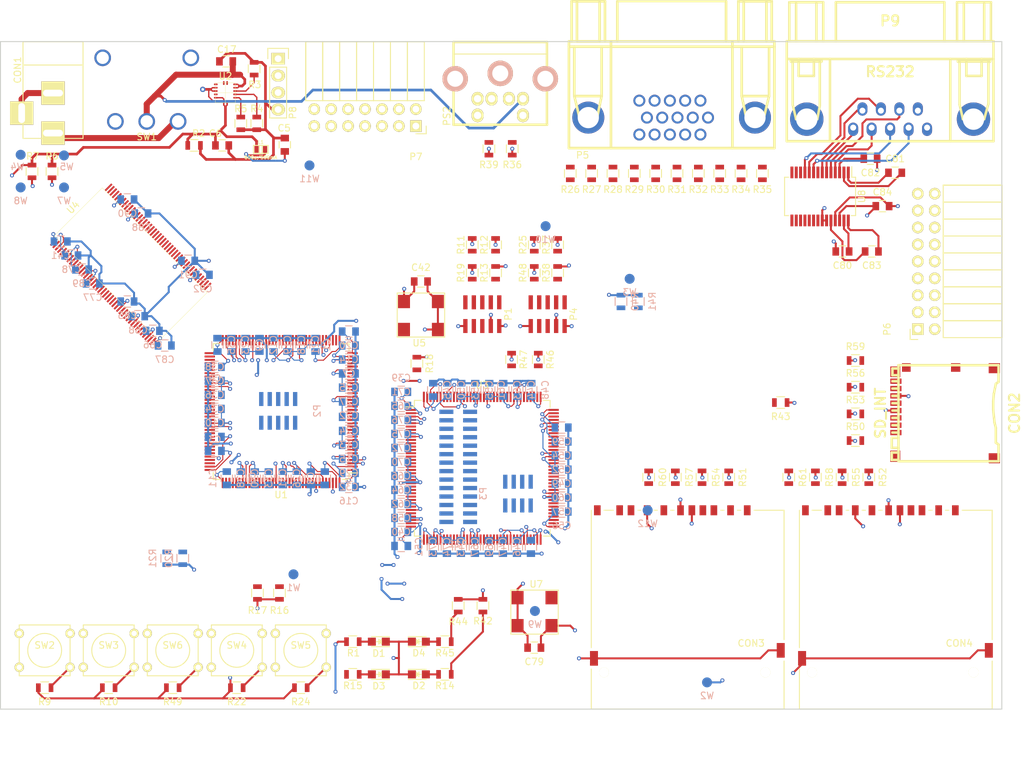
<source format=kicad_pcb>
(kicad_pcb (version 20160815) (host pcbnew 201610091317+7290~55~ubuntu16.04.1-)
  (layers (0 F.Cu signal) (1 Gnd.Cu power) (2 Pwr.Cu power) (31 B.Cu signal) (34 B.Paste user) (35 F.Paste user) (36 B.SilkS user) (37 F.SilkS user) (38 B.Mask user) (39 F.Mask user) (44 Edge.Cuts user))
  (net 0 "")
  (net 1 VCC)
  (net 2 GND)
  (net 3 VEE)
  (net 4 +3V3)
  (net 5 VAA)
  (net 6 +5V)
  (net 7 "Net-(CON1-Pad1)")
  (net 8 "Net-(CON2-Pad8)")
  (net 9 /SPI_MISO)
  (net 10 /SPI_SCLK)
  (net 11 /SPI_MOSI)
  (net 12 /SPI_SS0)
  (net 13 "Net-(CON2-Pad1)")
  (net 14 "Net-(D1-Pad2)")
  (net 15 "Net-(D2-Pad2)")
  (net 16 "Net-(D3-Pad2)")
  (net 17 "Net-(D4-Pad2)")
  (net 18 /PRI_TCK)
  (net 19 /PRI_TDO)
  (net 20 /PRI_TMS)
  (net 21 "Net-(P1-Pad6)")
  (net 22 "Net-(P1-Pad7)")
  (net 23 /PRI_JTAGEN)
  (net 24 /PRI_TDI)
  (net 25 /PRI_CONFSEL)
  (net 26 /PRI_DBG0)
  (net 27 /PRI_FDBG)
  (net 28 /PRI_DBG1)
  (net 29 /PRI_DBGRX)
  (net 30 /PRI_DBG2)
  (net 31 /PRI_DBGTX)
  (net 32 /PRI_DBG3)
  (net 33 /PRI_DBG5)
  (net 34 /PRI_DBG4)
  (net 35 /AUX_CONFSEL)
  (net 36 /AUX_DBG2)
  (net 37 /AUX_DBG0)
  (net 38 /AUX_DBG3)
  (net 39 /AUX_DBG1)
  (net 40 /AUX_DBG4)
  (net 41 /AUX_TDI)
  (net 42 /AUX_JTAGEN)
  (net 43 "Net-(P4-Pad7)")
  (net 44 "Net-(P4-Pad6)")
  (net 45 /AUX_TMS)
  (net 46 /AUX_TDO)
  (net 47 /AUX_TCK)
  (net 48 "Net-(P5-Pad1)")
  (net 49 "Net-(P5-Pad2)")
  (net 50 "Net-(P5-Pad3)")
  (net 51 "Net-(P5-Pad4)")
  (net 52 "Net-(P5-Pad9)")
  (net 53 /GIO_PIN0)
  (net 54 /GIO_PIN8)
  (net 55 /GIO_PIN1)
  (net 56 /GIO_PIN9)
  (net 57 /GIO_PIN2)
  (net 58 /GIO_PIN10)
  (net 59 /GIO_PIN3)
  (net 60 /GIO_PIN11)
  (net 61 /GIO_PIN4)
  (net 62 /GIO_PIN12)
  (net 63 /GIO_PIN5)
  (net 64 /GIO_PIN13)
  (net 65 /GIO_PIN6)
  (net 66 /GIO_PIN14)
  (net 67 /GIO_PIN7)
  (net 68 /GIO_PIN15)
  (net 69 /EXB_MISO0)
  (net 70 /EXB_MOSI0)
  (net 71 /EXB_MISO1)
  (net 72 /EXB_MOSI1)
  (net 73 /EXB_MISO2)
  (net 74 /EXB_MOSI2)
  (net 75 /EXB_MISO3)
  (net 76 /EXB_MOSI3)
  (net 77 /EXB_SS0)
  (net 78 /EXB_SS1)
  (net 79 /EXB_INT)
  (net 80 /EXB_CLK)
  (net 81 /TTL_RX)
  (net 82 /TTL_TX)
  (net 83 /TTL_RTS)
  (net 84 "Net-(P9-Pad9)")
  (net 85 /SER_CTS)
  (net 86 /SER_RTS)
  (net 87 /SER_DSR)
  (net 88 /SER_DTR)
  (net 89 /SER_TX)
  (net 90 /SER_RX)
  (net 91 /SER_DCD)
  (net 92 "Net-(R3-Pad1)")
  (net 93 "Net-(R4-Pad1)")
  (net 94 "Net-(R5-Pad1)")
  (net 95 /PRI_INT)
  (net 96 /PRI_RST)
  (net 97 /PRI_CONFDONE)
  (net 98 /PRI_FHLT)
  (net 99 /PRI_NSTATUS)
  (net 100 /PRI_CRCERR)
  (net 101 /PRI_DEVCLRN)
  (net 102 /PRI_DEVOE)
  (net 103 /PRI_NCONFIG)
  (net 104 /AUX_NCONFIG)
  (net 105 /VGA_R0)
  (net 106 /VGA_R1)
  (net 107 /VGA_R2)
  (net 108 /VGA_G0)
  (net 109 /VGA_G1)
  (net 110 /VGA_G2)
  (net 111 /VGA_B0)
  (net 112 /VGA_B1)
  (net 113 /VGA_HS)
  (net 114 "Net-(P5-Pad13)")
  (net 115 "Net-(P5-Pad14)")
  (net 116 /VGA_VS)
  (net 117 /AUX_DEVCLRN)
  (net 118 /AUX_DEVOE)
  (net 119 /AUX_CONFDONE)
  (net 120 /AUX_NSTATUS)
  (net 121 /AUX_CRCERR)
  (net 122 /AUX_RST)
  (net 123 /SPI_SS1)
  (net 124 /SPI_SS2)
  (net 125 /BUS_INT)
  (net 126 /MEM_CASn)
  (net 127 /MEM_WEn)
  (net 128 /MEM_CSn)
  (net 129 /MEM_RASn)
  (net 130 /MEM_CLK)
  (net 131 /MEM_CKE)
  (net 132 /MEM_A10)
  (net 133 /MEM_A9)
  (net 134 /MEM_A8)
  (net 135 /MEM_A6)
  (net 136 /MEM_A7)
  (net 137 /MEM_A5)
  (net 138 /MEM_A4)
  (net 139 /MEM_A11)
  (net 140 /MEM_A3)
  (net 141 /MEM_A2)
  (net 142 /MEM_A1)
  (net 143 /MEM_A0)
  (net 144 /MEM_DQ31)
  (net 145 /MEM_DQ30)
  (net 146 /MEM_DQ29)
  (net 147 /MEM_DQ7)
  (net 148 /MEM_DQ9)
  (net 149 /MEM_DQ6)
  (net 150 /MEM_DQ8)
  (net 151 /MEM_DQ5)
  (net 152 /MEM_DQ11)
  (net 153 /MEM_DQ4)
  (net 154 /MEM_DQ10)
  (net 155 /MEM_DQ1)
  (net 156 /MEM_DQ3)
  (net 157 /MEM_DQ0)
  (net 158 /MEM_DQ2)
  (net 159 /MEM_BA1)
  (net 160 /PRI_CLK)
  (net 161 /BUS_SS1)
  (net 162 /BUS_CLK)
  (net 163 /BUS_MISO7)
  (net 164 /BUS_SS0)
  (net 165 /MEM_BA0)
  (net 166 /MEM_DQ23)
  (net 167 /MEM_DQ22)
  (net 168 /MEM_DQ15)
  (net 169 /MEM_DQ14)
  (net 170 /MEM_DQ13)
  (net 171 /MEM_DQ12)
  (net 172 /MEM_DQ19)
  (net 173 /MEM_DQ18)
  (net 174 /MEM_DQ28)
  (net 175 /MEM_DQ17)
  (net 176 /MEM_DQ16)
  (net 177 /MEM_DQ27)
  (net 178 /MEM_DQ26)
  (net 179 /MEM_DQ25)
  (net 180 /MEM_DQ24)
  (net 181 /MEM_DQ21)
  (net 182 /MEM_DQ20)
  (net 183 /BUS_MISO5)
  (net 184 /BUS_MISO4)
  (net 185 /BUS_MISO6)
  (net 186 /BUS_MISO3)
  (net 187 /BUS_MISO2)
  (net 188 /BUS_MISO1)
  (net 189 /BUS_MISO0)
  (net 190 /MEM_DQM3)
  (net 191 /MEM_DQM2)
  (net 192 /MEM_DQM1)
  (net 193 /MEM_DQM0)
  (net 194 /BUS_MOSI7)
  (net 195 /BUS_MOSI6)
  (net 196 /BUS_MOSI5)
  (net 197 /BUS_MOSI4)
  (net 198 /BUS_MOSI3)
  (net 199 /BUS_MOSI2)
  (net 200 /BUS_MOSI1)
  (net 201 /BUS_MOSI0)
  (net 202 "Net-(U2-Pad1)")
  (net 203 "Net-(U2-Pad4)")
  (net 204 "Net-(U4-Pad14)")
  (net 205 "Net-(U4-Pad30)")
  (net 206 /AUX_CLK)
  (net 207 /SPI_WP0)
  (net 208 /SPI_WP1)
  (net 209 /SPI_CD0)
  (net 210 /SPI_CD1)
  (net 211 "Net-(CON3-Pad9)")
  (net 212 "Net-(CON3-Pad8)")
  (net 213 "Net-(CON4-Pad8)")
  (net 214 "Net-(CON4-Pad9)")
  (net 215 "Net-(P5-Pad11)")
  (net 216 "Net-(P5-Pad12)")
  (net 217 "Net-(P5-Pad15)")
  (net 218 "Net-(P10-Pad2)")
  (net 219 "Net-(P10-Pad6)")
  (net 220 "Net-(U2-Pad16)")
  (net 221 "Net-(U2-Pad15)")
  (net 222 "Net-(U2-Pad9)")
  (net 223 "Net-(U4-Pad73)")
  (net 224 "Net-(U4-Pad70)")
  (net 225 "Net-(U4-Pad69)")
  (net 226 "Net-(U4-Pad57)")
  (net 227 "Net-(C80-Pad1)")
  (net 228 "Net-(C81-Pad1)")
  (net 229 "Net-(C81-Pad2)")
  (net 230 "Net-(C82-Pad2)")
  (net 231 "Net-(C83-Pad1)")
  (net 232 "Net-(C83-Pad2)")
  (net 233 /AUX_DBG5)
  (net 234 /AUX_DBG6)
  (net 235 "Net-(P9-Pad3)")
  (net 236 "Net-(P9-Pad2)")
  (net 237 "Net-(P9-Pad1)")
  (net 238 "Net-(P9-Pad4)")
  (net 239 "Net-(P9-Pad8)")
  (net 240 "Net-(P9-Pad7)")
  (net 241 "Net-(P9-Pad6)")
  (net 242 /PS2_CLK)
  (net 243 /PS2_DAT)
  (net 244 "Net-(U8-Pad8)")
  (net 245 "Net-(U8-Pad19)")
  (net 246 "Net-(U8-Pad20)")
  (net 247 "Net-(U8-Pad21)")
  (module altera:SW_SLIDE_PWR (layer F.Cu) (at 91.9 50.7)
    (fp_text reference SW1 (at 0 2.31) (layer F.SilkS))
    (fp_text value POWER)
    (pad 5 thru_hole circle (at 6.605 -9.53) (size 2.5 2.5) (drill 1.85) (layers *.Cu *.Mask))
    (pad 4 thru_hole circle (at -6.605 -9.53) (size 2.5 2.5) (drill 1.85) (layers *.Cu *.Mask))
    (pad 3 thru_hole circle (at -4.7 0) (size 2.5 2.5) (drill 1.85) (layers *.Cu *.Mask))
    (pad 2 thru_hole circle (at 0 0) (size 2.5 2.5) (drill 1.85) (layers *.Cu *.Mask) (net 6 +5V))
    (pad 1 thru_hole circle (at 4.7 0) (size 2.5 2.5) (drill 1.85) (layers *.Cu *.Mask) (net 7 "Net-(CON1-Pad1)"))
  )
  (module din:00JG-MiniDin6 (layer F.Cu) (at 144.9 38.8)
    (fp_text reference P10 hide)
    (fp_text value PS2 (at -8 11.1 90) (layer F.SilkS) (effects (font (size 1.016 1.016) (thickness 0.1524))))
    (pad 2 thru_hole oval (at 1.3 8.5) (size 1.778 2.032) (drill 1.1) (layers *.Cu *.Mask F.SilkS) (net 218 "Net-(P10-Pad2)"))
    (pad 1 thru_hole oval (at -1.3 8.5) (size 1.778 2.032) (drill 1.1) (layers *.Cu *.Mask F.SilkS) (net 243 /PS2_DAT))
    (pad 6 thru_hole oval (at 3.4 11) (size 1.778 2.032) (drill 1.1) (layers *.Cu *.Mask F.SilkS) (net 219 "Net-(P10-Pad6)"))
    (pad 3 thru_hole circle (at 0 4.7) (size 3.81 3.81) (drill 2.4) (layers *.Cu *.SilkS *.Mask) (net 2 GND))
    (pad 4 thru_hole oval (at 3.4 8.5) (size 1.778 2.032) (drill 1.1) (layers *.Cu *.Mask F.SilkS) (net 6 +5V))
    (pad 5 thru_hole oval (at -3.4 11) (size 1.778 2.032) (drill 1.1) (layers *.Cu *.Mask F.SilkS) (net 242 /PS2_CLK))
    (pad 3 thru_hole oval (at -3.4 8.5) (size 1.778 2.032) (drill 1.1) (layers *.Cu *.Mask F.SilkS) (net 2 GND))
    (pad 3 thru_hole circle (at -6.76 5.51) (size 3.81 3.81) (drill 2.4) (layers *.Cu *.SilkS *.Mask) (net 2 GND))
    (pad 3 thru_hole circle (at 6.76 5.51) (size 3.81 3.81) (drill 2.4) (layers *.Cu *.SilkS *.Mask) (net 2 GND))
  )
  (module w_smd_inductors:inductor_smd_0603 (layer F.Cu) (at 109 54.9)
    (fp_text reference L1 (at 0 -1.09982) (layer F.SilkS) (effects (font (size 0.49784 0.49784) (thickness 0.09906))))
    (fp_text value 600o/500mA (at 0 1.19888) (layer F.SilkS) (effects (font (size 0.49784 0.49784) (thickness 0.09906))))
    (pad 1 smd rect (at -0.63754 0) (size 0.635 1.016) (layers F.Cu F.Paste F.Mask) (net 4 +3V3))
    (pad 2 smd rect (at 0.63754 0) (size 0.635 1.016) (layers F.Cu F.Paste F.Mask) (net 3 VEE))
  )
  (module Capacitors_SMD:C_0805 (layer B.Cu) (at 117.2 84.2 90)
    (fp_text reference C1 (at 0 1.7 90) (layer B.SilkS) (effects (justify mirror)))
    (fp_text value 0.1u)
    (pad 1 smd rect (at -1 0 90) (size 1 1.25) (layers B.Cu B.Paste B.Mask) (net 1 VCC))
    (pad 2 smd rect (at 1 0 90) (size 1 1.25) (layers B.Cu B.Paste B.Mask) (net 2 GND))
  )
  (module Capacitors_SMD:C_0805 (layer B.Cu) (at 106 104.2 270)
    (fp_text reference C2 (at 0 -1.7 270) (layer B.SilkS) (effects (justify mirror)))
    (fp_text value 0.1u)
    (pad 2 smd rect (at 1 0 270) (size 1 1.25) (layers B.Cu B.Paste B.Mask) (net 2 GND))
    (pad 1 smd rect (at -1 0 270) (size 1 1.25) (layers B.Cu B.Paste B.Mask) (net 1 VCC))
  )
  (module Capacitors_SMD:C_0805 (layer B.Cu) (at 102.1 100.1 180)
    (fp_text reference C3 (at 0 1.7 180) (layer B.SilkS) (effects (justify mirror)))
    (fp_text value 0.1u)
    (pad 1 smd rect (at -1 0 180) (size 1 1.25) (layers B.Cu B.Paste B.Mask) (net 1 VCC))
    (pad 2 smd rect (at 1 0 180) (size 1 1.25) (layers B.Cu B.Paste B.Mask) (net 2 GND))
  )
  (module Capacitors_SMD:C_0805 (layer B.Cu) (at 102.1 87.5 180)
    (fp_text reference C4 (at 0 -1.7 180) (layer B.SilkS) (effects (justify mirror)))
    (fp_text value 0.1u)
    (pad 2 smd rect (at 1 0 180) (size 1 1.25) (layers B.Cu B.Paste B.Mask) (net 2 GND))
    (pad 1 smd rect (at -1 0 180) (size 1 1.25) (layers B.Cu B.Paste B.Mask) (net 1 VCC))
  )
  (module Capacitors_SMD:C_0805 (layer F.Cu) (at 112.6 54.2 90)
    (fp_text reference C5 (at 2.5 -0.1 180) (layer F.SilkS))
    (fp_text value 10u)
    (pad 2 smd rect (at 1 0 90) (size 1 1.25) (layers F.Cu F.Paste F.Mask) (net 2 GND))
    (pad 1 smd rect (at -1 0 90) (size 1 1.25) (layers F.Cu F.Paste F.Mask) (net 3 VEE))
  )
  (module Capacitors_SMD:C_0805 (layer F.Cu) (at 103.2 54.3)
    (fp_text reference C6 (at -1 -1.8) (layer F.SilkS))
    (fp_text value 47u/16v)
    (pad 2 smd rect (at 1 0) (size 1 1.25) (layers F.Cu F.Paste F.Mask) (net 2 GND))
    (pad 1 smd rect (at -1 0) (size 1 1.25) (layers F.Cu F.Paste F.Mask) (net 4 +3V3))
  )
  (module Capacitors_SMD:C_0805 (layer B.Cu) (at 122.2 86.4)
    (fp_text reference C7 (at 0 2.1) (layer B.SilkS) (effects (justify mirror)))
    (fp_text value 0.1u)
    (pad 1 smd rect (at -1 0) (size 1 1.25) (layers B.Cu B.Paste B.Mask) (net 3 VEE))
    (pad 2 smd rect (at 1 0) (size 1 1.25) (layers B.Cu B.Paste B.Mask) (net 2 GND))
  )
  (module Capacitors_SMD:C_0805 (layer B.Cu) (at 118.6 104.2 270)
    (fp_text reference C8 (at 0 2.1 270) (layer B.SilkS) (effects (justify mirror)))
    (fp_text value 0.1u)
    (pad 1 smd rect (at -1 0 270) (size 1 1.25) (layers B.Cu B.Paste B.Mask) (net 1 VCC))
    (pad 2 smd rect (at 1 0 270) (size 1 1.25) (layers B.Cu B.Paste B.Mask) (net 2 GND))
  )
  (module Capacitors_SMD:C_0805 (layer B.Cu) (at 106.7 84.2 90)
    (fp_text reference C9 (at 0 2.1 90) (layer B.SilkS) (effects (justify mirror)))
    (fp_text value 0.1u)
    (pad 1 smd rect (at -1 0 90) (size 1 1.25) (layers B.Cu B.Paste B.Mask) (net 5 VAA))
    (pad 2 smd rect (at 1 0 90) (size 1 1.25) (layers B.Cu B.Paste B.Mask) (net 2 GND))
  )
  (module Capacitors_SMD:C_0805 (layer B.Cu) (at 102.1 98 180)
    (fp_text reference C10 (at 0 2.1 180) (layer B.SilkS) (effects (justify mirror)))
    (fp_text value 0.1u)
    (pad 2 smd rect (at 1 0 180) (size 1 1.25) (layers B.Cu B.Paste B.Mask) (net 2 GND))
    (pad 1 smd rect (at -1 0 180) (size 1 1.25) (layers B.Cu B.Paste B.Mask) (net 3 VEE))
  )
  (module Capacitors_SMD:C_0805 (layer B.Cu) (at 103.9 104.2 270)
    (fp_text reference C11 (at 0 2.1 270) (layer B.SilkS) (effects (justify mirror)))
    (fp_text value 0.1u)
    (pad 2 smd rect (at 1 0 270) (size 1 1.25) (layers B.Cu B.Paste B.Mask) (net 2 GND))
    (pad 1 smd rect (at -1 0 270) (size 1 1.25) (layers B.Cu B.Paste B.Mask) (net 1 VCC))
  )
  (module Capacitors_SMD:C_0805 (layer B.Cu) (at 108.8 84.2 90)
    (fp_text reference C12 (at 0 2.1 90) (layer B.SilkS) (effects (justify mirror)))
    (fp_text value 1u)
    (pad 2 smd rect (at 1 0 90) (size 1 1.25) (layers B.Cu B.Paste B.Mask) (net 2 GND))
    (pad 1 smd rect (at -1 0 90) (size 1 1.25) (layers B.Cu B.Paste B.Mask) (net 5 VAA))
  )
  (module Capacitors_SMD:C_0805 (layer B.Cu) (at 122.2 97.1)
    (fp_text reference C13 (at 0 2.1) (layer B.SilkS) (effects (justify mirror)))
    (fp_text value 0.1u)
    (pad 2 smd rect (at 1 0) (size 1 1.25) (layers B.Cu B.Paste B.Mask) (net 2 GND))
    (pad 1 smd rect (at -1 0) (size 1 1.25) (layers B.Cu B.Paste B.Mask) (net 5 VAA))
  )
  (module Capacitors_SMD:C_0805 (layer B.Cu) (at 122.2 84.3)
    (fp_text reference C14 (at 0 2.1) (layer B.SilkS) (effects (justify mirror)))
    (fp_text value 0.1u)
    (pad 1 smd rect (at -1 0) (size 1 1.25) (layers B.Cu B.Paste B.Mask) (net 3 VEE))
    (pad 2 smd rect (at 1 0) (size 1 1.25) (layers B.Cu B.Paste B.Mask) (net 2 GND))
  )
  (module Capacitors_SMD:C_0805 (layer B.Cu) (at 122.2 99.2)
    (fp_text reference C15 (at 0 2.1) (layer B.SilkS) (effects (justify mirror)))
    (fp_text value 1u)
    (pad 1 smd rect (at -1 0) (size 1 1.25) (layers B.Cu B.Paste B.Mask) (net 5 VAA))
    (pad 2 smd rect (at 1 0) (size 1 1.25) (layers B.Cu B.Paste B.Mask) (net 2 GND))
  )
  (module Capacitors_SMD:C_0805 (layer B.Cu) (at 122.2 105.5)
    (fp_text reference C16 (at 0 2.1) (layer B.SilkS) (effects (justify mirror)))
    (fp_text value 0.1u)
    (pad 1 smd rect (at -1 0) (size 1 1.25) (layers B.Cu B.Paste B.Mask) (net 1 VCC))
    (pad 2 smd rect (at 1 0) (size 1 1.25) (layers B.Cu B.Paste B.Mask) (net 2 GND))
  )
  (module Capacitors_SMD:C_0805 (layer F.Cu) (at 103.8 41.7 180)
    (fp_text reference C17 (at -0.1 1.8 180) (layer F.SilkS))
    (fp_text value 4.7u)
    (pad 1 smd rect (at -1 0 180) (size 1 1.25) (layers F.Cu F.Paste F.Mask) (net 6 +5V))
    (pad 2 smd rect (at 1 0 180) (size 1 1.25) (layers F.Cu F.Paste F.Mask) (net 2 GND))
  )
  (module Capacitors_SMD:C_0805 (layer B.Cu) (at 113 84.2 90)
    (fp_text reference C18 (at 0 2.1 90) (layer B.SilkS) (effects (justify mirror)))
    (fp_text value 0.1u)
    (pad 1 smd rect (at -1 0 90) (size 1 1.25) (layers B.Cu B.Paste B.Mask) (net 5 VAA))
    (pad 2 smd rect (at 1 0 90) (size 1 1.25) (layers B.Cu B.Paste B.Mask) (net 2 GND))
  )
  (module Capacitors_SMD:C_0805 (layer B.Cu) (at 110.9 84.2 90)
    (fp_text reference C19 (at 0 2.1 90) (layer B.SilkS) (effects (justify mirror)))
    (fp_text value 0.1u)
    (pad 2 smd rect (at 1 0 90) (size 1 1.25) (layers B.Cu B.Paste B.Mask) (net 2 GND))
    (pad 1 smd rect (at -1 0 90) (size 1 1.25) (layers B.Cu B.Paste B.Mask) (net 1 VCC))
  )
  (module Capacitors_SMD:C_0805 (layer B.Cu) (at 122.2 82.2)
    (fp_text reference C20 (at 0 2.1) (layer B.SilkS) (effects (justify mirror)))
    (fp_text value 0.1u)
    (pad 2 smd rect (at 1 0) (size 1 1.25) (layers B.Cu B.Paste B.Mask) (net 2 GND))
    (pad 1 smd rect (at -1 0) (size 1 1.25) (layers B.Cu B.Paste B.Mask) (net 1 VCC))
  )
  (module Capacitors_SMD:C_0805 (layer B.Cu) (at 115.1 84.2 90)
    (fp_text reference C21 (at 0 2.1 90) (layer B.SilkS) (effects (justify mirror)))
    (fp_text value 1u)
    (pad 2 smd rect (at 1 0 90) (size 1 1.25) (layers B.Cu B.Paste B.Mask) (net 2 GND))
    (pad 1 smd rect (at -1 0 90) (size 1 1.25) (layers B.Cu B.Paste B.Mask) (net 5 VAA))
  )
  (module Capacitors_SMD:C_0805 (layer B.Cu) (at 122.2 92.7)
    (fp_text reference C22 (at 0 2.1) (layer B.SilkS) (effects (justify mirror)))
    (fp_text value 0.1u)
    (pad 1 smd rect (at -1 0) (size 1 1.25) (layers B.Cu B.Paste B.Mask) (net 5 VAA))
    (pad 2 smd rect (at 1 0) (size 1 1.25) (layers B.Cu B.Paste B.Mask) (net 2 GND))
  )
  (module Capacitors_SMD:C_0805 (layer B.Cu) (at 104.6 84.2 90)
    (fp_text reference C23 (at 0 2.1 90) (layer B.SilkS) (effects (justify mirror)))
    (fp_text value 0.1u)
    (pad 1 smd rect (at -1 0 90) (size 1 1.25) (layers B.Cu B.Paste B.Mask) (net 3 VEE))
    (pad 2 smd rect (at 1 0 90) (size 1 1.25) (layers B.Cu B.Paste B.Mask) (net 2 GND))
  )
  (module Capacitors_SMD:C_0805 (layer B.Cu) (at 122.2 95)
    (fp_text reference C24 (at 0 2.1) (layer B.SilkS) (effects (justify mirror)))
    (fp_text value 1u)
    (pad 2 smd rect (at 1 0) (size 1 1.25) (layers B.Cu B.Paste B.Mask) (net 2 GND))
    (pad 1 smd rect (at -1 0) (size 1 1.25) (layers B.Cu B.Paste B.Mask) (net 5 VAA))
  )
  (module Capacitors_SMD:C_0805 (layer B.Cu) (at 122.2 88.5)
    (fp_text reference C25 (at 0 2.1) (layer B.SilkS) (effects (justify mirror)))
    (fp_text value 0.1u)
    (pad 1 smd rect (at -1 0) (size 1 1.25) (layers B.Cu B.Paste B.Mask) (net 5 VAA))
    (pad 2 smd rect (at 1 0) (size 1 1.25) (layers B.Cu B.Paste B.Mask) (net 2 GND))
  )
  (module Capacitors_SMD:C_0805 (layer B.Cu) (at 116.5 104.2 270)
    (fp_text reference C26 (at 0 2.1 270) (layer B.SilkS) (effects (justify mirror)))
    (fp_text value 0.1u)
    (pad 2 smd rect (at 1 0 270) (size 1 1.25) (layers B.Cu B.Paste B.Mask) (net 2 GND))
    (pad 1 smd rect (at -1 0 270) (size 1 1.25) (layers B.Cu B.Paste B.Mask) (net 3 VEE))
  )
  (module Capacitors_SMD:C_0805 (layer B.Cu) (at 122.2 90.6)
    (fp_text reference C27 (at 0 2.1) (layer B.SilkS) (effects (justify mirror)))
    (fp_text value 1u)
    (pad 2 smd rect (at 1 0) (size 1 1.25) (layers B.Cu B.Paste B.Mask) (net 2 GND))
    (pad 1 smd rect (at -1 0) (size 1 1.25) (layers B.Cu B.Paste B.Mask) (net 5 VAA))
  )
  (module Capacitors_SMD:C_0805 (layer B.Cu) (at 108.1 104.2 270)
    (fp_text reference C28 (at 0 2.1 270) (layer B.SilkS) (effects (justify mirror)))
    (fp_text value 0.1u)
    (pad 1 smd rect (at -1 0 270) (size 1 1.25) (layers B.Cu B.Paste B.Mask) (net 5 VAA))
    (pad 2 smd rect (at 1 0 270) (size 1 1.25) (layers B.Cu B.Paste B.Mask) (net 2 GND))
  )
  (module Capacitors_SMD:C_0805 (layer B.Cu) (at 122.2 101.3)
    (fp_text reference C29 (at 0 2.1) (layer B.SilkS) (effects (justify mirror)))
    (fp_text value 0.1u)
    (pad 1 smd rect (at -1 0) (size 1 1.25) (layers B.Cu B.Paste B.Mask) (net 3 VEE))
    (pad 2 smd rect (at 1 0) (size 1 1.25) (layers B.Cu B.Paste B.Mask) (net 2 GND))
  )
  (module Capacitors_SMD:C_0805 (layer B.Cu) (at 110.2 104.2 270)
    (fp_text reference C30 (at 0 2.1 270) (layer B.SilkS) (effects (justify mirror)))
    (fp_text value 1u)
    (pad 2 smd rect (at 1 0 270) (size 1 1.25) (layers B.Cu B.Paste B.Mask) (net 2 GND))
    (pad 1 smd rect (at -1 0 270) (size 1 1.25) (layers B.Cu B.Paste B.Mask) (net 5 VAA))
  )
  (module Capacitors_SMD:C_0805 (layer B.Cu) (at 114.4 104.2 270)
    (fp_text reference C31 (at 0 2.1 270) (layer B.SilkS) (effects (justify mirror)))
    (fp_text value 0.1u)
    (pad 1 smd rect (at -1 0 270) (size 1 1.25) (layers B.Cu B.Paste B.Mask) (net 5 VAA))
    (pad 2 smd rect (at 1 0 270) (size 1 1.25) (layers B.Cu B.Paste B.Mask) (net 2 GND))
  )
  (module Capacitors_SMD:C_0805 (layer B.Cu) (at 122.2 103.4)
    (fp_text reference C32 (at 0 2.1) (layer B.SilkS) (effects (justify mirror)))
    (fp_text value 0.1u)
    (pad 2 smd rect (at 1 0) (size 1 1.25) (layers B.Cu B.Paste B.Mask) (net 2 GND))
    (pad 1 smd rect (at -1 0) (size 1 1.25) (layers B.Cu B.Paste B.Mask) (net 3 VEE))
  )
  (module Capacitors_SMD:C_0805 (layer B.Cu) (at 112.3 104.2 270)
    (fp_text reference C33 (at 0 2.1 270) (layer B.SilkS) (effects (justify mirror)))
    (fp_text value 1u)
    (pad 2 smd rect (at 1 0 270) (size 1 1.25) (layers B.Cu B.Paste B.Mask) (net 2 GND))
    (pad 1 smd rect (at -1 0 270) (size 1 1.25) (layers B.Cu B.Paste B.Mask) (net 5 VAA))
  )
  (module Capacitors_SMD:C_0805 (layer B.Cu) (at 102.1 95.9 180)
    (fp_text reference C34 (at 0 2.1 180) (layer B.SilkS) (effects (justify mirror)))
    (fp_text value 0.1u)
    (pad 1 smd rect (at -1 0 180) (size 1 1.25) (layers B.Cu B.Paste B.Mask) (net 5 VAA))
    (pad 2 smd rect (at 1 0 180) (size 1 1.25) (layers B.Cu B.Paste B.Mask) (net 2 GND))
  )
  (module Capacitors_SMD:C_0805 (layer B.Cu) (at 102.1 93.8 180)
    (fp_text reference C36 (at 0 2.1 180) (layer B.SilkS) (effects (justify mirror)))
    (fp_text value 1u)
    (pad 2 smd rect (at 1 0 180) (size 1 1.25) (layers B.Cu B.Paste B.Mask) (net 2 GND))
    (pad 1 smd rect (at -1 0 180) (size 1 1.25) (layers B.Cu B.Paste B.Mask) (net 5 VAA))
  )
  (module Capacitors_SMD:C_0805 (layer B.Cu) (at 102.1 91.7 180)
    (fp_text reference C37 (at 0 2.1 180) (layer B.SilkS) (effects (justify mirror)))
    (fp_text value 0.1u)
    (pad 2 smd rect (at 1 0 180) (size 1 1.25) (layers B.Cu B.Paste B.Mask) (net 2 GND))
    (pad 1 smd rect (at -1 0 180) (size 1 1.25) (layers B.Cu B.Paste B.Mask) (net 5 VAA))
  )
  (module Capacitors_SMD:C_0805 (layer B.Cu) (at 102.1 89.6 180)
    (fp_text reference C38 (at 0 2.1 180) (layer B.SilkS) (effects (justify mirror)))
    (fp_text value 1u)
    (pad 1 smd rect (at -1 0 180) (size 1 1.25) (layers B.Cu B.Paste B.Mask) (net 5 VAA))
    (pad 2 smd rect (at 1 0 180) (size 1 1.25) (layers B.Cu B.Paste B.Mask) (net 2 GND))
  )
  (module Capacitors_SMD:C_0805 (layer F.Cu) (at 133 74.7)
    (fp_text reference C42 (at 0 -2.1) (layer F.SilkS))
    (fp_text value 0.1u)
    (pad 1 smd rect (at -1 0) (size 1 1.25) (layers F.Cu F.Paste F.Mask) (net 2 GND))
    (pad 2 smd rect (at 1 0) (size 1 1.25) (layers F.Cu F.Paste F.Mask) (net 1 VCC))
  )
  (module Capacitors_SMD:C_0805 (layer B.Cu) (at 141.1 114.5 270)
    (fp_text reference C43 (at 0 2.1 270) (layer B.SilkS) (effects (justify mirror)))
    (fp_text value 0.1u)
    (pad 2 smd rect (at 1 0 270) (size 1 1.25) (layers B.Cu B.Paste B.Mask) (net 2 GND))
    (pad 1 smd rect (at -1 0 270) (size 1 1.25) (layers B.Cu B.Paste B.Mask) (net 1 VCC))
  )
  (module Capacitors_SMD:C_0805 (layer B.Cu) (at 147.45 90.95 90)
    (fp_text reference C44 (at 0 2.1 90) (layer B.SilkS) (effects (justify mirror)))
    (fp_text value 0.1u)
    (pad 1 smd rect (at -1 0 90) (size 1 1.25) (layers B.Cu B.Paste B.Mask) (net 1 VCC))
    (pad 2 smd rect (at 1 0 90) (size 1 1.25) (layers B.Cu B.Paste B.Mask) (net 2 GND))
  )
  (module Capacitors_SMD:C_0805 (layer B.Cu) (at 134.85 90.95 90)
    (fp_text reference C45 (at 0 2.1 90) (layer B.SilkS) (effects (justify mirror)))
    (fp_text value 0.1u)
    (pad 2 smd rect (at 1 0 90) (size 1 1.25) (layers B.Cu B.Paste B.Mask) (net 2 GND))
    (pad 1 smd rect (at -1 0 90) (size 1 1.25) (layers B.Cu B.Paste B.Mask) (net 1 VCC))
  )
  (module Capacitors_SMD:C_0805 (layer B.Cu) (at 149.5 114.5 270)
    (fp_text reference C46 (at 0 2.1 270) (layer B.SilkS) (effects (justify mirror)))
    (fp_text value 0.1u)
    (pad 1 smd rect (at -1 0 270) (size 1 1.25) (layers B.Cu B.Paste B.Mask) (net 1 VCC))
    (pad 2 smd rect (at 1 0 270) (size 1 1.25) (layers B.Cu B.Paste B.Mask) (net 2 GND))
  )
  (module Capacitors_SMD:C_0805 (layer B.Cu) (at 147.4 114.5 270)
    (fp_text reference C47 (at 0 2.1 270) (layer B.SilkS) (effects (justify mirror)))
    (fp_text value 0.1u)
    (pad 2 smd rect (at 1 0 270) (size 1 1.25) (layers B.Cu B.Paste B.Mask) (net 2 GND))
    (pad 1 smd rect (at -1 0 270) (size 1 1.25) (layers B.Cu B.Paste B.Mask) (net 3 VEE))
  )
  (module Capacitors_SMD:C_0805 (layer B.Cu) (at 149.55 90.95 90)
    (fp_text reference C48 (at 0 2.1 90) (layer B.SilkS) (effects (justify mirror)))
    (fp_text value 0.1u)
    (pad 2 smd rect (at 1 0 90) (size 1 1.25) (layers B.Cu B.Paste B.Mask) (net 2 GND))
    (pad 1 smd rect (at -1 0 90) (size 1 1.25) (layers B.Cu B.Paste B.Mask) (net 1 VCC))
  )
  (module Capacitors_SMD:C_0805 (layer B.Cu) (at 154.1 102.9)
    (fp_text reference C49 (at 0 2.1) (layer B.SilkS) (effects (justify mirror)))
    (fp_text value 0.1u)
    (pad 2 smd rect (at 1 0) (size 1 1.25) (layers B.Cu B.Paste B.Mask) (net 2 GND))
    (pad 1 smd rect (at -1 0) (size 1 1.25) (layers B.Cu B.Paste B.Mask) (net 5 VAA))
  )
  (module Capacitors_SMD:C_0805 (layer B.Cu) (at 136.95 90.95 90)
    (fp_text reference C50 (at 0 2.1 90) (layer B.SilkS) (effects (justify mirror)))
    (fp_text value 0.1u)
    (pad 1 smd rect (at -1 0 90) (size 1 1.25) (layers B.Cu B.Paste B.Mask) (net 3 VEE))
    (pad 2 smd rect (at 1 0 90) (size 1 1.25) (layers B.Cu B.Paste B.Mask) (net 2 GND))
  )
  (module Capacitors_SMD:C_0805 (layer B.Cu) (at 134.8 114.5 270)
    (fp_text reference C51 (at 0 2.1 270) (layer B.SilkS) (effects (justify mirror)))
    (fp_text value 0.1u)
    (pad 1 smd rect (at -1 0 270) (size 1 1.25) (layers B.Cu B.Paste B.Mask) (net 1 VCC))
    (pad 2 smd rect (at 1 0 270) (size 1 1.25) (layers B.Cu B.Paste B.Mask) (net 2 GND))
  )
  (module Capacitors_SMD:C_0805 (layer B.Cu) (at 154.1 100.8)
    (fp_text reference C52 (at 0 2.1) (layer B.SilkS) (effects (justify mirror)))
    (fp_text value 1u)
    (pad 1 smd rect (at -1 0) (size 1 1.25) (layers B.Cu B.Paste B.Mask) (net 5 VAA))
    (pad 2 smd rect (at 1 0) (size 1 1.25) (layers B.Cu B.Paste B.Mask) (net 2 GND))
  )
  (module Capacitors_SMD:C_0805 (layer B.Cu) (at 139.05 90.95 90)
    (fp_text reference C53 (at 0 2.1 90) (layer B.SilkS) (effects (justify mirror)))
    (fp_text value 0.1u)
    (pad 1 smd rect (at -1 0 90) (size 1 1.25) (layers B.Cu B.Paste B.Mask) (net 5 VAA))
    (pad 2 smd rect (at 1 0 90) (size 1 1.25) (layers B.Cu B.Paste B.Mask) (net 2 GND))
  )
  (module Capacitors_SMD:C_0805 (layer B.Cu) (at 154.1 98.7)
    (fp_text reference C54 (at 0 2.1) (layer B.SilkS) (effects (justify mirror)))
    (fp_text value 0.1u)
    (pad 2 smd rect (at 1 0) (size 1 1.25) (layers B.Cu B.Paste B.Mask) (net 2 GND))
    (pad 1 smd rect (at -1 0) (size 1 1.25) (layers B.Cu B.Paste B.Mask) (net 3 VEE))
  )
  (module Capacitors_SMD:C_0805 (layer B.Cu) (at 141.15 90.95 90)
    (fp_text reference C55 (at 0 2.1 90) (layer B.SilkS) (effects (justify mirror)))
    (fp_text value 1u)
    (pad 2 smd rect (at 1 0 90) (size 1 1.25) (layers B.Cu B.Paste B.Mask) (net 2 GND))
    (pad 1 smd rect (at -1 0 90) (size 1 1.25) (layers B.Cu B.Paste B.Mask) (net 5 VAA))
  )
  (module Capacitors_SMD:C_0805 (layer B.Cu) (at 154.1 109.2)
    (fp_text reference C56 (at 0 2.1) (layer B.SilkS) (effects (justify mirror)))
    (fp_text value 0.1u)
    (pad 2 smd rect (at 1 0) (size 1 1.25) (layers B.Cu B.Paste B.Mask) (net 2 GND))
    (pad 1 smd rect (at -1 0) (size 1 1.25) (layers B.Cu B.Paste B.Mask) (net 1 VCC))
  )
  (module Capacitors_SMD:C_0805 (layer B.Cu) (at 154.1 107.1)
    (fp_text reference C57 (at 0 2.1) (layer B.SilkS) (effects (justify mirror)))
    (fp_text value 0.1u)
    (pad 2 smd rect (at 1 0) (size 1 1.25) (layers B.Cu B.Paste B.Mask) (net 2 GND))
    (pad 1 smd rect (at -1 0) (size 1 1.25) (layers B.Cu B.Paste B.Mask) (net 5 VAA))
  )
  (module Capacitors_SMD:C_0805 (layer B.Cu) (at 130.05 112.25 180)
    (fp_text reference C58 (at 0 2.1 180) (layer B.SilkS) (effects (justify mirror)))
    (fp_text value 0.1u)
    (pad 1 smd rect (at -1 0 180) (size 1 1.25) (layers B.Cu B.Paste B.Mask) (net 3 VEE))
    (pad 2 smd rect (at 1 0 180) (size 1 1.25) (layers B.Cu B.Paste B.Mask) (net 2 GND))
  )
  (module Capacitors_SMD:C_0805 (layer B.Cu) (at 154.1 96.6)
    (fp_text reference C59 (at 0 2.1) (layer B.SilkS) (effects (justify mirror)))
    (fp_text value 0.1u)
    (pad 1 smd rect (at -1 0) (size 1 1.25) (layers B.Cu B.Paste B.Mask) (net 1 VCC))
    (pad 2 smd rect (at 1 0) (size 1 1.25) (layers B.Cu B.Paste B.Mask) (net 2 GND))
  )
  (module Capacitors_SMD:C_0805 (layer B.Cu) (at 154.1 105)
    (fp_text reference C60 (at 0 2.1) (layer B.SilkS) (effects (justify mirror)))
    (fp_text value 1u)
    (pad 1 smd rect (at -1 0) (size 1 1.25) (layers B.Cu B.Paste B.Mask) (net 5 VAA))
    (pad 2 smd rect (at 1 0) (size 1 1.25) (layers B.Cu B.Paste B.Mask) (net 2 GND))
  )
  (module Capacitors_SMD:C_0805 (layer B.Cu) (at 143.25 90.95 90)
    (fp_text reference C61 (at 0 1.8 90) (layer B.SilkS) (effects (justify mirror)))
    (fp_text value 0.1u)
    (pad 2 smd rect (at 1 0 90) (size 1 1.25) (layers B.Cu B.Paste B.Mask) (net 2 GND))
    (pad 1 smd rect (at -1 0 90) (size 1 1.25) (layers B.Cu B.Paste B.Mask) (net 5 VAA))
  )
  (module Capacitors_SMD:C_0805 (layer B.Cu) (at 130.05 110.15 180)
    (fp_text reference C62 (at 0 2.1 180) (layer B.SilkS) (effects (justify mirror)))
    (fp_text value 0.1u)
    (pad 2 smd rect (at 1 0 180) (size 1 1.25) (layers B.Cu B.Paste B.Mask) (net 2 GND))
    (pad 1 smd rect (at -1 0 180) (size 1 1.25) (layers B.Cu B.Paste B.Mask) (net 3 VEE))
  )
  (module Capacitors_SMD:C_0805 (layer B.Cu) (at 145.35 90.95 90)
    (fp_text reference C63 (at 0 2.1 90) (layer B.SilkS) (effects (justify mirror)))
    (fp_text value 1u)
    (pad 1 smd rect (at -1 0 90) (size 1 1.25) (layers B.Cu B.Paste B.Mask) (net 5 VAA))
    (pad 2 smd rect (at 1 0 90) (size 1 1.25) (layers B.Cu B.Paste B.Mask) (net 2 GND))
  )
  (module Capacitors_SMD:C_0805 (layer B.Cu) (at 130.05 108.05 180)
    (fp_text reference C64 (at 0 2.1 180) (layer B.SilkS) (effects (justify mirror)))
    (fp_text value 0.1u)
    (pad 2 smd rect (at 1 0 180) (size 1 1.25) (layers B.Cu B.Paste B.Mask) (net 2 GND))
    (pad 1 smd rect (at -1 0 180) (size 1 1.25) (layers B.Cu B.Paste B.Mask) (net 5 VAA))
  )
  (module Capacitors_SMD:C_0805 (layer B.Cu) (at 130.05 95.45 180)
    (fp_text reference C65 (at 0 2.1 180) (layer B.SilkS) (effects (justify mirror)))
    (fp_text value 0.1u)
    (pad 1 smd rect (at -1 0 180) (size 1 1.25) (layers B.Cu B.Paste B.Mask) (net 3 VEE))
    (pad 2 smd rect (at 1 0 180) (size 1 1.25) (layers B.Cu B.Paste B.Mask) (net 2 GND))
  )
  (module Capacitors_SMD:C_0805 (layer B.Cu) (at 130.05 105.95 180)
    (fp_text reference C66 (at 0 2.1 180) (layer B.SilkS) (effects (justify mirror)))
    (fp_text value 1u)
    (pad 1 smd rect (at -1 0 180) (size 1 1.25) (layers B.Cu B.Paste B.Mask) (net 5 VAA))
    (pad 2 smd rect (at 1 0 180) (size 1 1.25) (layers B.Cu B.Paste B.Mask) (net 2 GND))
  )
  (module Capacitors_SMD:C_0805 (layer B.Cu) (at 143.2 114.5 270)
    (fp_text reference C67 (at 0 2.1 270) (layer B.SilkS) (effects (justify mirror)))
    (fp_text value 0.1u)
    (pad 2 smd rect (at 1 0 270) (size 1 1.25) (layers B.Cu B.Paste B.Mask) (net 2 GND))
    (pad 1 smd rect (at -1 0 270) (size 1 1.25) (layers B.Cu B.Paste B.Mask) (net 5 VAA))
  )
  (module Capacitors_SMD:C_0805 (layer B.Cu) (at 145.3 114.5 270)
    (fp_text reference C69 (at 0 2 270) (layer B.SilkS) (effects (justify mirror)))
    (fp_text value 1u)
    (pad 1 smd rect (at -1 0 270) (size 1 1.25) (layers B.Cu B.Paste B.Mask) (net 5 VAA))
    (pad 2 smd rect (at 1 0 270) (size 1 1.25) (layers B.Cu B.Paste B.Mask) (net 2 GND))
  )
  (module Capacitors_SMD:C_0805 (layer B.Cu) (at 130.05 103.85 180)
    (fp_text reference C70 (at 0 2.1 180) (layer B.SilkS) (effects (justify mirror)))
    (fp_text value 0.1u)
    (pad 2 smd rect (at 1 0 180) (size 1 1.25) (layers B.Cu B.Paste B.Mask) (net 2 GND))
    (pad 1 smd rect (at -1 0 180) (size 1 1.25) (layers B.Cu B.Paste B.Mask) (net 5 VAA))
  )
  (module Capacitors_SMD:C_0805 (layer B.Cu) (at 130.05 93.35 180)
    (fp_text reference C71 (at 0 2.1 180) (layer B.SilkS) (effects (justify mirror)))
    (fp_text value 0.1u)
    (pad 1 smd rect (at -1 0 180) (size 1 1.25) (layers B.Cu B.Paste B.Mask) (net 3 VEE))
    (pad 2 smd rect (at 1 0 180) (size 1 1.25) (layers B.Cu B.Paste B.Mask) (net 2 GND))
  )
  (module Capacitors_SMD:C_0805 (layer B.Cu) (at 130.05 101.75 180)
    (fp_text reference C72 (at 0 2.1 180) (layer B.SilkS) (effects (justify mirror)))
    (fp_text value 1u)
    (pad 1 smd rect (at -1 0 180) (size 1 1.25) (layers B.Cu B.Paste B.Mask) (net 5 VAA))
    (pad 2 smd rect (at 1 0 180) (size 1 1.25) (layers B.Cu B.Paste B.Mask) (net 2 GND))
  )
  (module Capacitors_SMD:C_0805 (layer B.Cu) (at 136.9 114.5 270)
    (fp_text reference C73 (at 0 2.1 270) (layer B.SilkS) (effects (justify mirror)))
    (fp_text value 0.1u)
    (pad 1 smd rect (at -1 0 270) (size 1 1.25) (layers B.Cu B.Paste B.Mask) (net 5 VAA))
    (pad 2 smd rect (at 1 0 270) (size 1 1.25) (layers B.Cu B.Paste B.Mask) (net 2 GND))
  )
  (module Capacitors_SMD:C_0805 (layer B.Cu) (at 139 114.5 270)
    (fp_text reference C74 (at 0 2.1 270) (layer B.SilkS) (effects (justify mirror)))
    (fp_text value 1u)
    (pad 2 smd rect (at 1 0 270) (size 1 1.25) (layers B.Cu B.Paste B.Mask) (net 2 GND))
    (pad 1 smd rect (at -1 0 270) (size 1 1.25) (layers B.Cu B.Paste B.Mask) (net 5 VAA))
  )
  (module Capacitors_SMD:C_0805 (layer B.Cu) (at 130.05 99.65 180)
    (fp_text reference C75 (at 0 2.1 180) (layer B.SilkS) (effects (justify mirror)))
    (fp_text value 0.1u)
    (pad 1 smd rect (at -1 0 180) (size 1 1.25) (layers B.Cu B.Paste B.Mask) (net 5 VAA))
    (pad 2 smd rect (at 1 0 180) (size 1 1.25) (layers B.Cu B.Paste B.Mask) (net 2 GND))
  )
  (module Capacitors_SMD:C_0805 (layer B.Cu) (at 130.05 97.55 180)
    (fp_text reference C76 (at 0 2.1 180) (layer B.SilkS) (effects (justify mirror)))
    (fp_text value 1u)
    (pad 2 smd rect (at 1 0 180) (size 1 1.25) (layers B.Cu B.Paste B.Mask) (net 2 GND))
    (pad 1 smd rect (at -1 0 180) (size 1 1.25) (layers B.Cu B.Paste B.Mask) (net 5 VAA))
  )
  (module Capacitors_SMD:C_0805 (layer F.Cu) (at 150 129.6 180)
    (fp_text reference C79 (at 0 -2.1 180) (layer F.SilkS))
    (fp_text value 0.1u)
    (pad 2 smd rect (at 1 0 180) (size 1 1.25) (layers F.Cu F.Paste F.Mask) (net 1 VCC))
    (pad 1 smd rect (at -1 0 180) (size 1 1.25) (layers F.Cu F.Paste F.Mask) (net 2 GND))
  )
  (module Capacitors_SMD:C_0805 (layer F.Cu) (at 196.2 70.2 180)
    (fp_text reference C80 (at 0 -2.1 180) (layer F.SilkS))
    (fp_text value 0.1u)
    (pad 2 smd rect (at 1 0 180) (size 1 1.25) (layers F.Cu F.Paste F.Mask) (net 2 GND))
    (pad 1 smd rect (at -1 0 180) (size 1 1.25) (layers F.Cu F.Paste F.Mask) (net 227 "Net-(C80-Pad1)"))
  )
  (module Capacitors_SMD:C_0805 (layer F.Cu) (at 204.1 58.4)
    (fp_text reference C81 (at 0 -2.1) (layer F.SilkS))
    (fp_text value 0.1u)
    (pad 1 smd rect (at -1 0) (size 1 1.25) (layers F.Cu F.Paste F.Mask) (net 228 "Net-(C81-Pad1)"))
    (pad 2 smd rect (at 1 0) (size 1 1.25) (layers F.Cu F.Paste F.Mask) (net 229 "Net-(C81-Pad2)"))
  )
  (module Capacitors_SMD:C_0805 (layer F.Cu) (at 200.4 56.3 180)
    (fp_text reference C82 (at 0 -2.1 180) (layer F.SilkS))
    (fp_text value 0.1u)
    (pad 2 smd rect (at 1 0 180) (size 1 1.25) (layers F.Cu F.Paste F.Mask) (net 230 "Net-(C82-Pad2)"))
    (pad 1 smd rect (at -1 0 180) (size 1 1.25) (layers F.Cu F.Paste F.Mask) (net 2 GND))
  )
  (module Capacitors_SMD:C_0805 (layer F.Cu) (at 200.6 70.2 180)
    (fp_text reference C83 (at 0 -2.1 180) (layer F.SilkS))
    (fp_text value 0.1u)
    (pad 1 smd rect (at -1 0 180) (size 1 1.25) (layers F.Cu F.Paste F.Mask) (net 231 "Net-(C83-Pad1)"))
    (pad 2 smd rect (at 1 0 180) (size 1 1.25) (layers F.Cu F.Paste F.Mask) (net 232 "Net-(C83-Pad2)"))
  )
  (module Capacitors_SMD:C_0805 (layer F.Cu) (at 202.2 63.4)
    (fp_text reference C84 (at 0 -2.1) (layer F.SilkS))
    (fp_text value 0.1u)
    (pad 1 smd rect (at -1 0) (size 1 1.25) (layers F.Cu F.Paste F.Mask) (net 5 VAA))
    (pad 2 smd rect (at 1 0) (size 1 1.25) (layers F.Cu F.Paste F.Mask) (net 2 GND))
  )
  (module Connect:BARREL_JACK (layer F.Cu) (at 77.85 46.25 270)
    (fp_text reference CON1 (at -3.25 5.3 90) (layer F.SilkS))
    (fp_text value POWER_IN_5V)
    (pad 1 thru_hole rect (at 6.20014 0 270) (size 3.50012 3.50012) (drill oval 1.00076 2.99974) (layers *.Cu *.Mask F.SilkS) (net 7 "Net-(CON1-Pad1)"))
    (pad 2 thru_hole rect (at 0.20066 0 270) (size 3.50012 3.50012) (drill oval 1.00076 2.99974) (layers *.Cu *.Mask F.SilkS) (net 2 GND))
    (pad 3 thru_hole rect (at 3.2004 4.699 270) (size 3.50012 3.50012) (drill oval 2.99974 1.00076) (layers *.Cu *.Mask F.SilkS) (net 2 GND))
  )
  (module w_conn_misc:microsd_socket (layer F.Cu) (at 211.6 94.45 90)
    (fp_text reference CON2 (at 0 10.39876 90) (layer F.SilkS) (effects (font (thickness 0.3048))))
    (fp_text value SD_INT (at 0 -9.70026 90) (layer F.SilkS) (effects (font (thickness 0.3048))))
    (pad 8 smd rect (at 4.8006 -7.38378 90) (size 0.8001 1.67894) (layers F.Cu F.Paste F.Mask) (net 8 "Net-(CON2-Pad8)") (clearance 0.20066))
    (pad 7 smd rect (at 3.70078 -7.38378 90) (size 0.8001 1.67894) (layers F.Cu F.Paste F.Mask) (net 9 /SPI_MISO) (clearance 0.20066))
    (pad 6 smd rect (at 2.60096 -7.38378 90) (size 0.8001 1.67894) (layers F.Cu F.Paste F.Mask) (net 2 GND) (clearance 0.20066))
    (pad 5 smd rect (at 1.50114 -7.38378 90) (size 0.8001 1.67894) (layers F.Cu F.Paste F.Mask) (net 10 /SPI_SCLK) (clearance 0.20066))
    (pad 4 smd rect (at 0.39878 -7.38378 90) (size 0.8001 1.67894) (layers F.Cu F.Paste F.Mask) (net 5 VAA) (clearance 0.20066))
    (pad 3 smd rect (at -0.70104 -7.38378 90) (size 0.8001 1.67894) (layers F.Cu F.Paste F.Mask) (net 11 /SPI_MOSI) (clearance 0.20066))
    (pad 2 smd rect (at -1.80086 -7.38378 90) (size 0.8001 1.67894) (layers F.Cu F.Paste F.Mask) (net 12 /SPI_SS0) (clearance 0.20066))
    (pad 1 smd rect (at -2.90068 -7.38378 90) (size 0.8001 1.67894) (layers F.Cu F.Paste F.Mask) (net 13 "Net-(CON2-Pad1)") (clearance 0.20066))
    (pad CD2 smd rect (at 6.85546 -5.82422 90) (size 1.29032 1.30048) (layers F.Cu F.Paste F.Mask) (clearance 0.20066))
    (pad "" smd rect (at 6.74878 7.37616 90) (size 1.50114 1.69926) (layers F.Cu F.Paste F.Mask))
    (pad "" smd rect (at -6.44906 -7.47522 90) (size 1.69926 1.50114) (layers F.Cu F.Paste F.Mask))
    (pad CD1 smd rect (at 6.85546 1.5748 90) (size 1.29032 1.39954) (layers F.Cu F.Paste F.Mask))
    (pad "" smd rect (at -6.74878 7.37616 90) (size 1.50114 1.69926) (layers F.Cu F.Paste F.Mask))
    (pad "" smd rect (at 6.2103 -7.47522 90) (size 1.6002 1.50114) (layers F.Cu F.Paste F.Mask) (clearance 0.20066))
  )
  (module Connect:SD_Card_Receptacle (layer F.Cu) (at 172.55 109)
    (fp_text reference CON3 (at 9.96386 19.9312) (layer F.SilkS))
    (fp_text value SD_A)
    (pad "" np_thru_hole circle (at -12.1 24.3) (size 1.5 1.5) (drill 1.5) (layers *.Cu *.Mask F.SilkS))
    (pad "" np_thru_hole circle (at 12.1 24.3) (size 1.5 1.5) (drill 1.5) (layers *.Cu *.Mask F.SilkS))
    (pad 13 smd rect (at -13.6 22.2) (size 1.2 2.2) (layers F.Cu F.Paste F.Mask) (net 2 GND))
    (pad 12 smd rect (at 14.4 21) (size 1.2 2.2) (layers F.Cu F.Paste F.Mask) (net 2 GND))
    (pad 11 smd rect (at -13.1 0) (size 1 1.5) (layers F.Cu F.Paste F.Mask) (net 207 /SPI_WP0))
    (pad 10 smd rect (at 2.725 0) (size 1 1.5) (layers F.Cu F.Paste F.Mask) (net 209 /SPI_CD0))
    (pad 9 smd rect (at 9.375 0) (size 1 1.5) (layers F.Cu F.Paste F.Mask) (net 211 "Net-(CON3-Pad9)"))
    (pad 8 smd rect (at -9.75 0) (size 1 1.5) (layers F.Cu F.Paste F.Mask) (net 212 "Net-(CON3-Pad8)"))
    (pad 7 smd rect (at -8.05 0) (size 1 1.5) (layers F.Cu F.Paste F.Mask) (net 9 /SPI_MISO))
    (pad 6 smd rect (at -5.625 0) (size 1 1.5) (layers F.Cu F.Paste F.Mask) (net 2 GND))
    (pad 5 smd rect (at -3.125 0) (size 1 1.5) (layers F.Cu F.Paste F.Mask) (net 10 /SPI_SCLK))
    (pad 4 smd rect (at -0.625 0) (size 1 1.5) (layers F.Cu F.Paste F.Mask) (net 5 VAA))
    (pad 3 smd rect (at 1.075 0) (size 1 1.5) (layers F.Cu F.Paste F.Mask) (net 2 GND))
    (pad 2 smd rect (at 4.375 0) (size 1 1.5) (layers F.Cu F.Paste F.Mask) (net 11 /SPI_MOSI))
    (pad 1 smd rect (at 6.875 0) (size 1 1.5) (layers F.Cu F.Paste F.Mask) (net 123 /SPI_SS1))
  )
  (module Connect:SD_Card_Receptacle (layer F.Cu) (at 203.75 109)
    (fp_text reference CON4 (at 9.96386 19.9312) (layer F.SilkS))
    (fp_text value SD_B)
    (pad 1 smd rect (at 6.875 0) (size 1 1.5) (layers F.Cu F.Paste F.Mask) (net 124 /SPI_SS2))
    (pad 2 smd rect (at 4.375 0) (size 1 1.5) (layers F.Cu F.Paste F.Mask) (net 11 /SPI_MOSI))
    (pad 3 smd rect (at 1.075 0) (size 1 1.5) (layers F.Cu F.Paste F.Mask) (net 2 GND))
    (pad 4 smd rect (at -0.625 0) (size 1 1.5) (layers F.Cu F.Paste F.Mask) (net 5 VAA))
    (pad 5 smd rect (at -3.125 0) (size 1 1.5) (layers F.Cu F.Paste F.Mask) (net 10 /SPI_SCLK))
    (pad 6 smd rect (at -5.625 0) (size 1 1.5) (layers F.Cu F.Paste F.Mask) (net 2 GND))
    (pad 7 smd rect (at -8.05 0) (size 1 1.5) (layers F.Cu F.Paste F.Mask) (net 9 /SPI_MISO))
    (pad 8 smd rect (at -9.75 0) (size 1 1.5) (layers F.Cu F.Paste F.Mask) (net 213 "Net-(CON4-Pad8)"))
    (pad 9 smd rect (at 9.375 0) (size 1 1.5) (layers F.Cu F.Paste F.Mask) (net 214 "Net-(CON4-Pad9)"))
    (pad 10 smd rect (at 2.725 0) (size 1 1.5) (layers F.Cu F.Paste F.Mask) (net 210 /SPI_CD1))
    (pad 11 smd rect (at -13.1 0) (size 1 1.5) (layers F.Cu F.Paste F.Mask) (net 208 /SPI_WP1))
    (pad 12 smd rect (at 14.4 21) (size 1.2 2.2) (layers F.Cu F.Paste F.Mask) (net 2 GND))
    (pad 13 smd rect (at -13.6 22.2) (size 1.2 2.2) (layers F.Cu F.Paste F.Mask) (net 2 GND))
    (pad "" np_thru_hole circle (at 12.1 24.3) (size 1.5 1.5) (drill 1.5) (layers *.Cu *.Mask F.SilkS))
    (pad "" np_thru_hole circle (at -12.1 24.3) (size 1.5 1.5) (drill 1.5) (layers *.Cu *.Mask F.SilkS))
  )
  (module LEDs:LED_0805 (layer F.Cu) (at 126.7 128.7 180)
    (fp_text reference D1 (at 0 -1.75 180) (layer F.SilkS))
    (fp_text value POWER)
    (pad 2 smd rect (at 1.04902 0) (size 1.19888 1.19888) (layers F.Cu F.Paste F.Mask) (net 14 "Net-(D1-Pad2)"))
    (pad 1 smd rect (at -1.04902 0) (size 1.19888 1.19888) (layers F.Cu F.Paste F.Mask) (net 2 GND))
  )
  (module LEDs:LED_0805 (layer F.Cu) (at 132.7 133.6)
    (fp_text reference D2 (at 0 1.7) (layer F.SilkS))
    (fp_text value CONF_DONE)
    (pad 2 smd rect (at 1.04902 0 180) (size 1.19888 1.19888) (layers F.Cu F.Paste F.Mask) (net 15 "Net-(D2-Pad2)"))
    (pad 1 smd rect (at -1.04902 0 180) (size 1.19888 1.19888) (layers F.Cu F.Paste F.Mask) (net 2 GND))
  )
  (module LEDs:LED_0805 (layer F.Cu) (at 126.7 133.6 180)
    (fp_text reference D3 (at 0 -1.75 180) (layer F.SilkS))
    (fp_text value HALT)
    (pad 1 smd rect (at -1.04902 0) (size 1.19888 1.19888) (layers F.Cu F.Paste F.Mask) (net 2 GND))
    (pad 2 smd rect (at 1.04902 0) (size 1.19888 1.19888) (layers F.Cu F.Paste F.Mask) (net 16 "Net-(D3-Pad2)"))
  )
  (module LEDs:LED_0805 (layer F.Cu) (at 132.7 128.7)
    (fp_text reference D4 (at 0 1.7) (layer F.SilkS))
    (fp_text value CONF_DONE)
    (pad 1 smd rect (at -1.04902 0 180) (size 1.19888 1.19888) (layers F.Cu F.Paste F.Mask) (net 2 GND))
    (pad 2 smd rect (at 1.04902 0 180) (size 1.19888 1.19888) (layers F.Cu F.Paste F.Mask) (net 17 "Net-(D4-Pad2)"))
  )
  (module Socket_Strips:Socket_Strip_Angled_2x09 (layer F.Cu) (at 207.5 81.85 90)
    (fp_text reference P6 (at 0 -4.6 90) (layer F.SilkS))
    (fp_text value GPIO)
    (pad 1 thru_hole rect (at 0 0 90) (size 1.7272 1.7272) (drill 1.016) (layers *.Cu *.Mask F.SilkS) (net 53 /GIO_PIN0))
    (pad 2 thru_hole oval (at 0 2.54 90) (size 1.7272 1.7272) (drill 1.016) (layers *.Cu *.Mask F.SilkS) (net 54 /GIO_PIN8))
    (pad 3 thru_hole oval (at 2.54 0 90) (size 1.7272 1.7272) (drill 1.016) (layers *.Cu *.Mask F.SilkS) (net 55 /GIO_PIN1))
    (pad 4 thru_hole oval (at 2.54 2.54 90) (size 1.7272 1.7272) (drill 1.016) (layers *.Cu *.Mask F.SilkS) (net 56 /GIO_PIN9))
    (pad 5 thru_hole oval (at 5.08 0 90) (size 1.7272 1.7272) (drill 1.016) (layers *.Cu *.Mask F.SilkS) (net 57 /GIO_PIN2))
    (pad 6 thru_hole oval (at 5.08 2.54 90) (size 1.7272 1.7272) (drill 1.016) (layers *.Cu *.Mask F.SilkS) (net 58 /GIO_PIN10))
    (pad 7 thru_hole oval (at 7.62 0 90) (size 1.7272 1.7272) (drill 1.016) (layers *.Cu *.Mask F.SilkS) (net 59 /GIO_PIN3))
    (pad 8 thru_hole oval (at 7.62 2.54 90) (size 1.7272 1.7272) (drill 1.016) (layers *.Cu *.Mask F.SilkS) (net 60 /GIO_PIN11))
    (pad 9 thru_hole oval (at 10.16 0 90) (size 1.7272 1.7272) (drill 1.016) (layers *.Cu *.Mask F.SilkS) (net 61 /GIO_PIN4))
    (pad 10 thru_hole oval (at 10.16 2.54 90) (size 1.7272 1.7272) (drill 1.016) (layers *.Cu *.Mask F.SilkS) (net 62 /GIO_PIN12))
    (pad 11 thru_hole oval (at 12.7 0 90) (size 1.7272 1.7272) (drill 1.016) (layers *.Cu *.Mask F.SilkS) (net 63 /GIO_PIN5))
    (pad 12 thru_hole oval (at 12.7 2.54 90) (size 1.7272 1.7272) (drill 1.016) (layers *.Cu *.Mask F.SilkS) (net 64 /GIO_PIN13))
    (pad 13 thru_hole oval (at 15.24 0 90) (size 1.7272 1.7272) (drill 1.016) (layers *.Cu *.Mask F.SilkS) (net 65 /GIO_PIN6))
    (pad 14 thru_hole oval (at 15.24 2.54 90) (size 1.7272 1.7272) (drill 1.016) (layers *.Cu *.Mask F.SilkS) (net 66 /GIO_PIN14))
    (pad 15 thru_hole oval (at 17.78 0 90) (size 1.7272 1.7272) (drill 1.016) (layers *.Cu *.Mask F.SilkS) (net 67 /GIO_PIN7))
    (pad 16 thru_hole oval (at 17.78 2.54 90) (size 1.7272 1.7272) (drill 1.016) (layers *.Cu *.Mask F.SilkS) (net 68 /GIO_PIN15))
    (pad 17 thru_hole oval (at 20.32 0 90) (size 1.7272 1.7272) (drill 1.016) (layers *.Cu *.Mask F.SilkS) (net 5 VAA))
    (pad 18 thru_hole oval (at 20.32 2.54 90) (size 1.7272 1.7272) (drill 1.016) (layers *.Cu *.Mask F.SilkS) (net 2 GND))
  )
  (module Socket_Strips:Socket_Strip_Angled_2x07 (layer F.Cu) (at 132.25 51.4 180)
    (fp_text reference P7 (at 0 -4.6 180) (layer F.SilkS))
    (fp_text value SYSX_EXT)
    (pad 1 thru_hole rect (at 0 0 180) (size 1.7272 1.7272) (drill 1.016) (layers *.Cu *.Mask F.SilkS) (net 69 /EXB_MISO0))
    (pad 2 thru_hole oval (at 0 2.54 180) (size 1.7272 1.7272) (drill 1.016) (layers *.Cu *.Mask F.SilkS) (net 70 /EXB_MOSI0))
    (pad 3 thru_hole oval (at 2.54 0 180) (size 1.7272 1.7272) (drill 1.016) (layers *.Cu *.Mask F.SilkS) (net 71 /EXB_MISO1))
    (pad 4 thru_hole oval (at 2.54 2.54 180) (size 1.7272 1.7272) (drill 1.016) (layers *.Cu *.Mask F.SilkS) (net 72 /EXB_MOSI1))
    (pad 5 thru_hole oval (at 5.08 0 180) (size 1.7272 1.7272) (drill 1.016) (layers *.Cu *.Mask F.SilkS) (net 73 /EXB_MISO2))
    (pad 6 thru_hole oval (at 5.08 2.54 180) (size 1.7272 1.7272) (drill 1.016) (layers *.Cu *.Mask F.SilkS) (net 74 /EXB_MOSI2))
    (pad 7 thru_hole oval (at 7.62 0 180) (size 1.7272 1.7272) (drill 1.016) (layers *.Cu *.Mask F.SilkS) (net 75 /EXB_MISO3))
    (pad 8 thru_hole oval (at 7.62 2.54 180) (size 1.7272 1.7272) (drill 1.016) (layers *.Cu *.Mask F.SilkS) (net 76 /EXB_MOSI3))
    (pad 9 thru_hole oval (at 10.16 0 180) (size 1.7272 1.7272) (drill 1.016) (layers *.Cu *.Mask F.SilkS) (net 77 /EXB_SS0))
    (pad 10 thru_hole oval (at 10.16 2.54 180) (size 1.7272 1.7272) (drill 1.016) (layers *.Cu *.Mask F.SilkS) (net 78 /EXB_SS1))
    (pad 11 thru_hole oval (at 12.7 0 180) (size 1.7272 1.7272) (drill 1.016) (layers *.Cu *.Mask F.SilkS) (net 79 /EXB_INT))
    (pad 12 thru_hole oval (at 12.7 2.54 180) (size 1.7272 1.7272) (drill 1.016) (layers *.Cu *.Mask F.SilkS) (net 80 /EXB_CLK))
    (pad 13 thru_hole oval (at 15.24 0 180) (size 1.7272 1.7272) (drill 1.016) (layers *.Cu *.Mask F.SilkS) (net 5 VAA))
    (pad 14 thru_hole oval (at 15.24 2.54 180) (size 1.7272 1.7272) (drill 1.016) (layers *.Cu *.Mask F.SilkS) (net 2 GND))
  )
  (module Socket_Strips:Socket_Strip_Straight_1x04 (layer F.Cu) (at 111.6 41.3 270)
    (fp_text reference P8 (at 8.1 -2.2 270) (layer F.SilkS))
    (fp_text value TTL_SERIAL)
    (pad 1 thru_hole rect (at 0 0 270) (size 1.7272 2.032) (drill 1.016) (layers *.Cu *.Mask F.SilkS) (net 81 /TTL_RX))
    (pad 2 thru_hole oval (at 2.54 0 270) (size 1.7272 2.032) (drill 1.016) (layers *.Cu *.Mask F.SilkS) (net 82 /TTL_TX))
    (pad 3 thru_hole oval (at 5.08 0 270) (size 1.7272 2.032) (drill 1.016) (layers *.Cu *.Mask F.SilkS) (net 83 /TTL_RTS))
    (pad 4 thru_hole oval (at 7.62 0 270) (size 1.7272 2.032) (drill 1.016) (layers *.Cu *.Mask F.SilkS) (net 2 GND))
  )
  (module w_conn_d-sub:DB_9F (layer F.Cu) (at 203.35 43.25 180)
    (fp_text reference P9 (at 0 7.62 180) (layer F.SilkS) (effects (font (thickness 0.3048))))
    (fp_text value RS232 (at 0 0 180) (layer F.SilkS) (effects (font (thickness 0.3048))))
    (pad "" thru_hole circle (at 12.49426 -7.112 180) (size 5.00126 5.00126) (drill 3.2004) (layers *.Cu *.Mask))
    (pad 3 thru_hole oval (at 0 -8.382 180) (size 1.50114 1.99898) (drill 0.89916 (offset 0 -0.24892)) (layers *.Cu *.Mask) (net 235 "Net-(P9-Pad3)"))
    (pad 2 thru_hole oval (at 2.77114 -8.382 180) (size 1.50114 1.99898) (drill 0.89916 (offset 0 -0.24892)) (layers *.Cu *.Mask) (net 236 "Net-(P9-Pad2)"))
    (pad 1 thru_hole oval (at 5.53974 -8.382 180) (size 1.50114 1.99898) (drill 0.89916 (offset 0 -0.24892)) (layers *.Cu *.Mask) (net 237 "Net-(P9-Pad1)"))
    (pad 4 thru_hole oval (at -2.77114 -8.382 180) (size 1.50114 1.99898) (drill 0.89916 (offset 0 -0.24892)) (layers *.Cu *.Mask) (net 238 "Net-(P9-Pad4)"))
    (pad 5 thru_hole oval (at -5.53974 -8.382 180) (size 1.50114 1.99898) (drill 0.89916 (offset 0 -0.24892)) (layers *.Cu *.Mask) (net 2 GND))
    (pad 9 thru_hole oval (at -4.15544 -5.842 180) (size 1.50114 1.99898) (drill 0.89916 (offset 0 0.24892)) (layers *.Cu *.Mask) (net 84 "Net-(P9-Pad9)"))
    (pad 8 thru_hole oval (at -1.3843 -5.842 180) (size 1.50114 1.99898) (drill 0.89916 (offset 0 0.24892)) (layers *.Cu *.Mask) (net 239 "Net-(P9-Pad8)"))
    (pad 7 thru_hole oval (at 1.3843 -5.842 180) (size 1.50114 1.99898) (drill 0.89916 (offset 0 0.24892)) (layers *.Cu *.Mask) (net 240 "Net-(P9-Pad7)"))
    (pad 6 thru_hole oval (at 4.15544 -5.842 180) (size 1.50114 1.99898) (drill 0.89916 (offset 0 0.24892)) (layers *.Cu *.Mask) (net 241 "Net-(P9-Pad6)"))
    (pad "" thru_hole circle (at -12.49426 -7.112 180) (size 5.00126 5.00126) (drill 3.2004) (layers *.Cu *.Mask))
  )
  (module Resistors_SMD:R_0805 (layer F.Cu) (at 122.8 128.7 180)
    (fp_text reference R1 (at -0.1 -1.7 180) (layer F.SilkS))
    (fp_text value 1K)
    (pad 2 smd rect (at 0.95 0 180) (size 0.7 1.3) (layers F.Cu F.Paste F.Mask) (net 4 +3V3))
    (pad 1 smd rect (at -0.95 0 180) (size 0.7 1.3) (layers F.Cu F.Paste F.Mask) (net 14 "Net-(D1-Pad2)"))
  )
  (module Resistors_SMD:R_0805 (layer F.Cu) (at 99 54.3)
    (fp_text reference R2 (at 0.7 -1.8) (layer F.SilkS))
    (fp_text value DNI)
    (pad 1 smd rect (at -0.95 0) (size 0.7 1.3) (layers F.Cu F.Paste F.Mask) (net 4 +3V3))
    (pad 2 smd rect (at 0.95 0) (size 0.7 1.3) (layers F.Cu F.Paste F.Mask) (net 2 GND))
  )
  (module Resistors_SMD:R_0805 (layer F.Cu) (at 108 42.8 90)
    (fp_text reference R3 (at -2.4 0.1 180) (layer F.SilkS))
    (fp_text value 0)
    (pad 1 smd rect (at -0.95 0 90) (size 0.7 1.3) (layers F.Cu F.Paste F.Mask) (net 92 "Net-(R3-Pad1)"))
    (pad 2 smd rect (at 0.95 0 90) (size 0.7 1.3) (layers F.Cu F.Paste F.Mask) (net 2 GND))
  )
  (module Resistors_SMD:R_0805 (layer F.Cu) (at 108.4 51 270)
    (fp_text reference R4 (at -2.2 0) (layer F.SilkS))
    (fp_text value 0)
    (pad 2 smd rect (at 0.95 0 270) (size 0.7 1.3) (layers F.Cu F.Paste F.Mask) (net 2 GND))
    (pad 1 smd rect (at -0.95 0 270) (size 0.7 1.3) (layers F.Cu F.Paste F.Mask) (net 93 "Net-(R4-Pad1)"))
  )
  (module Resistors_SMD:R_0805 (layer F.Cu) (at 106 51 270)
    (fp_text reference R5 (at -2.2 0) (layer F.SilkS))
    (fp_text value 0)
    (pad 1 smd rect (at -0.95 0 270) (size 0.7 1.3) (layers F.Cu F.Paste F.Mask) (net 94 "Net-(R5-Pad1)"))
    (pad 2 smd rect (at 0.95 0 270) (size 0.7 1.3) (layers F.Cu F.Paste F.Mask) (net 2 GND))
  )
  (module Resistors_SMD:R_0805 (layer F.Cu) (at 77.7 58.2 270)
    (fp_text reference R6 (at -2.3 0) (layer F.SilkS))
    (fp_text value 0.1)
    (pad 2 smd rect (at 0.95 0 270) (size 0.7 1.3) (layers F.Cu F.Paste F.Mask) (net 1 VCC))
    (pad 1 smd rect (at -0.95 0 270) (size 0.7 1.3) (layers F.Cu F.Paste F.Mask) (net 4 +3V3))
  )
  (module Resistors_SMD:R_0805 (layer F.Cu) (at 74.7 58.2 270)
    (fp_text reference R7 (at -2.3 -0.1) (layer F.SilkS))
    (fp_text value 0.1)
    (pad 1 smd rect (at -0.95 0 270) (size 0.7 1.3) (layers F.Cu F.Paste F.Mask) (net 4 +3V3))
    (pad 2 smd rect (at 0.95 0 270) (size 0.7 1.3) (layers F.Cu F.Paste F.Mask) (net 5 VAA))
  )
  (module Resistors_SMD:R_0805 (layer F.Cu) (at 76.6 135.6 180)
    (fp_text reference R9 (at 0 -2.1 180) (layer F.SilkS))
    (fp_text value 3.3K)
    (pad 1 smd rect (at -0.95 0 180) (size 0.7 1.3) (layers F.Cu F.Paste F.Mask) (net 95 /PRI_INT))
    (pad 2 smd rect (at 0.95 0 180) (size 0.7 1.3) (layers F.Cu F.Paste F.Mask) (net 5 VAA))
  )
  (module Resistors_SMD:R_0805 (layer F.Cu) (at 86.2 135.6 180)
    (fp_text reference R10 (at 0 -2.1 180) (layer F.SilkS))
    (fp_text value 3.3K)
    (pad 2 smd rect (at 0.95 0 180) (size 0.7 1.3) (layers F.Cu F.Paste F.Mask) (net 5 VAA))
    (pad 1 smd rect (at -0.95 0 180) (size 0.7 1.3) (layers F.Cu F.Paste F.Mask) (net 96 /PRI_RST))
  )
  (module Resistors_SMD:R_0805 (layer F.Cu) (at 140.7 69.2 90)
    (fp_text reference R11 (at 0 -1.7 90) (layer F.SilkS))
    (fp_text value 10K)
    (pad 2 smd rect (at 0.95 0 90) (size 0.7 1.3) (layers F.Cu F.Paste F.Mask) (net 5 VAA))
    (pad 1 smd rect (at -0.95 0 90) (size 0.7 1.3) (layers F.Cu F.Paste F.Mask) (net 24 /PRI_TDI))
  )
  (module Resistors_SMD:R_0805 (layer F.Cu) (at 144.2 69.2 90)
    (fp_text reference R12 (at 0 -1.7 90) (layer F.SilkS))
    (fp_text value 10K)
    (pad 1 smd rect (at -0.95 0 90) (size 0.7 1.3) (layers F.Cu F.Paste F.Mask) (net 20 /PRI_TMS))
    (pad 2 smd rect (at 0.95 0 90) (size 0.7 1.3) (layers F.Cu F.Paste F.Mask) (net 5 VAA))
  )
  (module Resistors_SMD:R_0805 (layer F.Cu) (at 144.2 73.4 270)
    (fp_text reference R13 (at 0 1.7 270) (layer F.SilkS))
    (fp_text value 1K)
    (pad 1 smd rect (at -0.95 0 270) (size 0.7 1.3) (layers F.Cu F.Paste F.Mask) (net 2 GND))
    (pad 2 smd rect (at 0.95 0 270) (size 0.7 1.3) (layers F.Cu F.Paste F.Mask) (net 18 /PRI_TCK))
  )
  (module Resistors_SMD:R_0805 (layer F.Cu) (at 136.6 133.6)
    (fp_text reference R14 (at 0 1.7) (layer F.SilkS))
    (fp_text value 1K)
    (pad 1 smd rect (at -0.95 0) (size 0.7 1.3) (layers F.Cu F.Paste F.Mask) (net 15 "Net-(D2-Pad2)"))
    (pad 2 smd rect (at 0.95 0) (size 0.7 1.3) (layers F.Cu F.Paste F.Mask) (net 97 /PRI_CONFDONE))
  )
  (module Resistors_SMD:R_0805 (layer F.Cu) (at 122.8 133.6 180)
    (fp_text reference R15 (at 0 -1.7 180) (layer F.SilkS))
    (fp_text value 1K)
    (pad 2 smd rect (at 0.95 0 180) (size 0.7 1.3) (layers F.Cu F.Paste F.Mask) (net 98 /PRI_FHLT))
    (pad 1 smd rect (at -0.95 0 180) (size 0.7 1.3) (layers F.Cu F.Paste F.Mask) (net 16 "Net-(D3-Pad2)"))
  )
  (module Resistors_SMD:R_0805 (layer F.Cu) (at 111.8 121.4 90)
    (fp_text reference R16 (at -2.6 0 180) (layer F.SilkS))
    (fp_text value 1K)
    (pad 1 smd rect (at -0.95 0 90) (size 0.7 1.3) (layers F.Cu F.Paste F.Mask) (net 5 VAA))
    (pad 2 smd rect (at 0.95 0 90) (size 0.7 1.3) (layers F.Cu F.Paste F.Mask) (net 99 /PRI_NSTATUS))
  )
  (module Resistors_SMD:R_0805 (layer F.Cu) (at 108.5 121.4 90)
    (fp_text reference R17 (at -2.6 0 180) (layer F.SilkS))
    (fp_text value 1K)
    (pad 2 smd rect (at 0.95 0 90) (size 0.7 1.3) (layers F.Cu F.Paste F.Mask) (net 100 /PRI_CRCERR))
    (pad 1 smd rect (at -0.95 0 90) (size 0.7 1.3) (layers F.Cu F.Paste F.Mask) (net 5 VAA))
  )
  (module Resistors_SMD:R_0805 (layer F.Cu) (at 132.4 87 270)
    (fp_text reference R18 (at 0 -1.9 270) (layer F.SilkS))
    (fp_text value 10K)
    (pad 2 smd rect (at 0.95 0 270) (size 0.7 1.3) (layers F.Cu F.Paste F.Mask) (net 25 /PRI_CONFSEL))
    (pad 1 smd rect (at -0.95 0 270) (size 0.7 1.3) (layers F.Cu F.Paste F.Mask) (net 2 GND))
  )
  (module Resistors_SMD:R_0805 (layer F.Cu) (at 140.7 73.4 90)
    (fp_text reference R19 (at 0 -1.7 90) (layer F.SilkS))
    (fp_text value 10K)
    (pad 2 smd rect (at 0.95 0 90) (size 0.7 1.3) (layers F.Cu F.Paste F.Mask) (net 5 VAA))
    (pad 1 smd rect (at -0.95 0 90) (size 0.7 1.3) (layers F.Cu F.Paste F.Mask) (net 23 /PRI_JTAGEN))
  )
  (module Resistors_SMD:R_0805 (layer B.Cu) (at 97.3 116.2 270)
    (fp_text reference R20 (at 0 2.1 270) (layer B.SilkS) (effects (justify mirror)))
    (fp_text value 0)
    (pad 2 smd rect (at 0.95 0 270) (size 0.7 1.3) (layers B.Cu B.Paste B.Mask) (net 2 GND))
    (pad 1 smd rect (at -0.95 0 270) (size 0.7 1.3) (layers B.Cu B.Paste B.Mask) (net 101 /PRI_DEVCLRN))
  )
  (module Resistors_SMD:R_0805 (layer B.Cu) (at 94.9 116.2 270)
    (fp_text reference R21 (at 0 2.1 270) (layer B.SilkS) (effects (justify mirror)))
    (fp_text value 0)
    (pad 1 smd rect (at -0.95 0 270) (size 0.7 1.3) (layers B.Cu B.Paste B.Mask) (net 102 /PRI_DEVOE))
    (pad 2 smd rect (at 0.95 0 270) (size 0.7 1.3) (layers B.Cu B.Paste B.Mask) (net 2 GND))
  )
  (module Resistors_SMD:R_0805 (layer F.Cu) (at 105.4 135.6 180)
    (fp_text reference R22 (at 0 -2.1 180) (layer F.SilkS))
    (fp_text value 10K)
    (pad 1 smd rect (at -0.95 0 180) (size 0.7 1.3) (layers F.Cu F.Paste F.Mask) (net 103 /PRI_NCONFIG))
    (pad 2 smd rect (at 0.95 0 180) (size 0.7 1.3) (layers F.Cu F.Paste F.Mask) (net 5 VAA))
  )
  (module Resistors_SMD:R_0805 (layer F.Cu) (at 115 135.6 180)
    (fp_text reference R24 (at 0 -2.1 180) (layer F.SilkS))
    (fp_text value 10K)
    (pad 1 smd rect (at -0.95 0 180) (size 0.7 1.3) (layers F.Cu F.Paste F.Mask) (net 104 /AUX_NCONFIG))
    (pad 2 smd rect (at 0.95 0 180) (size 0.7 1.3) (layers F.Cu F.Paste F.Mask) (net 5 VAA))
  )
  (module Resistors_SMD:R_0805 (layer F.Cu) (at 150 69.2 90)
    (fp_text reference R25 (at 0 -1.7 90) (layer F.SilkS))
    (fp_text value 10K)
    (pad 1 smd rect (at -0.95 0 90) (size 0.7 1.3) (layers F.Cu F.Paste F.Mask) (net 41 /AUX_TDI))
    (pad 2 smd rect (at 0.95 0 90) (size 0.7 1.3) (layers F.Cu F.Paste F.Mask) (net 5 VAA))
  )
  (module Resistors_SMD:R_0805 (layer F.Cu) (at 155.4 58.5 270)
    (fp_text reference R26 (at 2.4 0) (layer F.SilkS))
    (fp_text value 2K)
    (pad 1 smd rect (at -0.95 0 270) (size 0.7 1.3) (layers F.Cu F.Paste F.Mask) (net 48 "Net-(P5-Pad1)"))
    (pad 2 smd rect (at 0.95 0 270) (size 0.7 1.3) (layers F.Cu F.Paste F.Mask) (net 105 /VGA_R0))
  )
  (module Resistors_SMD:R_0805 (layer F.Cu) (at 158.6 58.5 270)
    (fp_text reference R27 (at 2.4 0) (layer F.SilkS))
    (fp_text value 1K)
    (pad 2 smd rect (at 0.95 0 270) (size 0.7 1.3) (layers F.Cu F.Paste F.Mask) (net 106 /VGA_R1))
    (pad 1 smd rect (at -0.95 0 270) (size 0.7 1.3) (layers F.Cu F.Paste F.Mask) (net 48 "Net-(P5-Pad1)"))
  )
  (module Resistors_SMD:R_0805 (layer F.Cu) (at 161.8 58.5 270)
    (fp_text reference R28 (at 2.4 0) (layer F.SilkS))
    (fp_text value 510)
    (pad 1 smd rect (at -0.95 0 270) (size 0.7 1.3) (layers F.Cu F.Paste F.Mask) (net 48 "Net-(P5-Pad1)"))
    (pad 2 smd rect (at 0.95 0 270) (size 0.7 1.3) (layers F.Cu F.Paste F.Mask) (net 107 /VGA_R2))
  )
  (module Resistors_SMD:R_0805 (layer F.Cu) (at 165 58.5 270)
    (fp_text reference R29 (at 2.4 0) (layer F.SilkS))
    (fp_text value 2K)
    (pad 2 smd rect (at 0.95 0 270) (size 0.7 1.3) (layers F.Cu F.Paste F.Mask) (net 108 /VGA_G0))
    (pad 1 smd rect (at -0.95 0 270) (size 0.7 1.3) (layers F.Cu F.Paste F.Mask) (net 49 "Net-(P5-Pad2)"))
  )
  (module Resistors_SMD:R_0805 (layer F.Cu) (at 168.2 58.5 270)
    (fp_text reference R30 (at 2.4 0) (layer F.SilkS))
    (fp_text value 1K)
    (pad 2 smd rect (at 0.95 0 270) (size 0.7 1.3) (layers F.Cu F.Paste F.Mask) (net 109 /VGA_G1))
    (pad 1 smd rect (at -0.95 0 270) (size 0.7 1.3) (layers F.Cu F.Paste F.Mask) (net 49 "Net-(P5-Pad2)"))
  )
  (module Resistors_SMD:R_0805 (layer F.Cu) (at 171.4 58.5 270)
    (fp_text reference R31 (at 2.4 0) (layer F.SilkS))
    (fp_text value 510)
    (pad 2 smd rect (at 0.95 0 270) (size 0.7 1.3) (layers F.Cu F.Paste F.Mask) (net 110 /VGA_G2))
    (pad 1 smd rect (at -0.95 0 270) (size 0.7 1.3) (layers F.Cu F.Paste F.Mask) (net 49 "Net-(P5-Pad2)"))
  )
  (module Resistors_SMD:R_0805 (layer F.Cu) (at 174.6 58.5 270)
    (fp_text reference R32 (at 2.4 0) (layer F.SilkS))
    (fp_text value 1K)
    (pad 1 smd rect (at -0.95 0 270) (size 0.7 1.3) (layers F.Cu F.Paste F.Mask) (net 50 "Net-(P5-Pad3)"))
    (pad 2 smd rect (at 0.95 0 270) (size 0.7 1.3) (layers F.Cu F.Paste F.Mask) (net 111 /VGA_B0))
  )
  (module Resistors_SMD:R_0805 (layer F.Cu) (at 177.8 58.5 270)
    (fp_text reference R33 (at 2.4 0) (layer F.SilkS))
    (fp_text value 510)
    (pad 2 smd rect (at 0.95 0 270) (size 0.7 1.3) (layers F.Cu F.Paste F.Mask) (net 112 /VGA_B1))
    (pad 1 smd rect (at -0.95 0 270) (size 0.7 1.3) (layers F.Cu F.Paste F.Mask) (net 50 "Net-(P5-Pad3)"))
  )
  (module Resistors_SMD:R_0805 (layer F.Cu) (at 181 58.5 270)
    (fp_text reference R34 (at 2.4 0) (layer F.SilkS))
    (fp_text value 100)
    (pad 1 smd rect (at -0.95 0 270) (size 0.7 1.3) (layers F.Cu F.Paste F.Mask) (net 114 "Net-(P5-Pad13)"))
    (pad 2 smd rect (at 0.95 0 270) (size 0.7 1.3) (layers F.Cu F.Paste F.Mask) (net 113 /VGA_HS))
  )
  (module Resistors_SMD:R_0805 (layer F.Cu) (at 184.2 58.5 270)
    (fp_text reference R35 (at 2.4 0) (layer F.SilkS))
    (fp_text value 100)
    (pad 1 smd rect (at -0.95 0 270) (size 0.7 1.3) (layers F.Cu F.Paste F.Mask) (net 115 "Net-(P5-Pad14)"))
    (pad 2 smd rect (at 0.95 0 270) (size 0.7 1.3) (layers F.Cu F.Paste F.Mask) (net 116 /VGA_VS))
  )
  (module Resistors_SMD:R_0805 (layer F.Cu) (at 146.7 54.8 90)
    (fp_text reference R36 (at -2.4 0 180) (layer F.SilkS))
    (fp_text value 10K)
    (pad 2 smd rect (at 0.95 0 90) (size 0.7 1.3) (layers F.Cu F.Paste F.Mask) (net 243 /PS2_DAT))
    (pad 1 smd rect (at -0.95 0 90) (size 0.7 1.3) (layers F.Cu F.Paste F.Mask) (net 5 VAA))
  )
  (module Resistors_SMD:R_0805 (layer F.Cu) (at 153.5 69.2 90)
    (fp_text reference R37 (at 0 -1.7 90) (layer F.SilkS))
    (fp_text value 10K)
    (pad 2 smd rect (at 0.95 0 90) (size 0.7 1.3) (layers F.Cu F.Paste F.Mask) (net 5 VAA))
    (pad 1 smd rect (at -0.95 0 90) (size 0.7 1.3) (layers F.Cu F.Paste F.Mask) (net 45 /AUX_TMS))
  )
  (module Resistors_SMD:R_0805 (layer F.Cu) (at 153.5 73.4 270)
    (fp_text reference R38 (at 0 1.7 270) (layer F.SilkS))
    (fp_text value 1K)
    (pad 2 smd rect (at 0.95 0 270) (size 0.7 1.3) (layers F.Cu F.Paste F.Mask) (net 47 /AUX_TCK))
    (pad 1 smd rect (at -0.95 0 270) (size 0.7 1.3) (layers F.Cu F.Paste F.Mask) (net 2 GND))
  )
  (module Resistors_SMD:R_0805 (layer F.Cu) (at 143.2 54.8 90)
    (fp_text reference R39 (at -2.4 0 180) (layer F.SilkS))
    (fp_text value 10K)
    (pad 2 smd rect (at 0.95 0 90) (size 0.7 1.3) (layers F.Cu F.Paste F.Mask) (net 242 /PS2_CLK))
    (pad 1 smd rect (at -0.95 0 90) (size 0.7 1.3) (layers F.Cu F.Paste F.Mask) (net 5 VAA))
  )
  (module Resistors_SMD:R_0805 (layer B.Cu) (at 163 77.7 90)
    (fp_text reference R40 (at 0 2.1 90) (layer B.SilkS) (effects (justify mirror)))
    (fp_text value 0)
    (pad 1 smd rect (at -0.95 0 90) (size 0.7 1.3) (layers B.Cu B.Paste B.Mask) (net 117 /AUX_DEVCLRN))
    (pad 2 smd rect (at 0.95 0 90) (size 0.7 1.3) (layers B.Cu B.Paste B.Mask) (net 2 GND))
  )
  (module Resistors_SMD:R_0805 (layer B.Cu) (at 165.6 77.7 90)
    (fp_text reference R41 (at 0 2.1 90) (layer B.SilkS) (effects (justify mirror)))
    (fp_text value 0)
    (pad 2 smd rect (at 0.95 0 90) (size 0.7 1.3) (layers B.Cu B.Paste B.Mask) (net 2 GND))
    (pad 1 smd rect (at -0.95 0 90) (size 0.7 1.3) (layers B.Cu B.Paste B.Mask) (net 118 /AUX_DEVOE))
  )
  (module Resistors_SMD:R_0805 (layer F.Cu) (at 142.3 123.3 270)
    (fp_text reference R42 (at 2.3 0) (layer F.SilkS))
    (fp_text value 3.3K)
    (pad 1 smd rect (at -0.95 0 270) (size 0.7 1.3) (layers F.Cu F.Paste F.Mask) (net 5 VAA))
    (pad 2 smd rect (at 0.95 0 270) (size 0.7 1.3) (layers F.Cu F.Paste F.Mask) (net 97 /PRI_CONFDONE))
  )
  (module Resistors_SMD:R_0805 (layer F.Cu) (at 186.95 92.85 180)
    (fp_text reference R43 (at 0 -2.1 180) (layer F.SilkS))
    (fp_text value 10K)
    (pad 2 smd rect (at 0.95 0 180) (size 0.7 1.3) (layers F.Cu F.Paste F.Mask) (net 35 /AUX_CONFSEL))
    (pad 1 smd rect (at -0.95 0 180) (size 0.7 1.3) (layers F.Cu F.Paste F.Mask) (net 2 GND))
  )
  (module Resistors_SMD:R_0805 (layer F.Cu) (at 138.6 123.3 270)
    (fp_text reference R44 (at 2.4 0) (layer F.SilkS))
    (fp_text value 3.3K)
    (pad 2 smd rect (at 0.95 0 270) (size 0.7 1.3) (layers F.Cu F.Paste F.Mask) (net 119 /AUX_CONFDONE))
    (pad 1 smd rect (at -0.95 0 270) (size 0.7 1.3) (layers F.Cu F.Paste F.Mask) (net 5 VAA))
  )
  (module Resistors_SMD:R_0805 (layer F.Cu) (at 136.6 128.7)
    (fp_text reference R45 (at 0 1.7) (layer F.SilkS))
    (fp_text value 1K)
    (pad 2 smd rect (at 0.95 0) (size 0.7 1.3) (layers F.Cu F.Paste F.Mask) (net 119 /AUX_CONFDONE))
    (pad 1 smd rect (at -0.95 0) (size 0.7 1.3) (layers F.Cu F.Paste F.Mask) (net 17 "Net-(D4-Pad2)"))
  )
  (module Resistors_SMD:R_0805 (layer F.Cu) (at 150.6 86.4 270)
    (fp_text reference R46 (at 0 -1.8 270) (layer F.SilkS))
    (fp_text value 1K)
    (pad 2 smd rect (at 0.95 0 270) (size 0.7 1.3) (layers F.Cu F.Paste F.Mask) (net 120 /AUX_NSTATUS))
    (pad 1 smd rect (at -0.95 0 270) (size 0.7 1.3) (layers F.Cu F.Paste F.Mask) (net 5 VAA))
  )
  (module Resistors_SMD:R_0805 (layer F.Cu) (at 146.6 86.4 270)
    (fp_text reference R47 (at 0 -1.8 270) (layer F.SilkS))
    (fp_text value 1K)
    (pad 1 smd rect (at -0.95 0 270) (size 0.7 1.3) (layers F.Cu F.Paste F.Mask) (net 5 VAA))
    (pad 2 smd rect (at 0.95 0 270) (size 0.7 1.3) (layers F.Cu F.Paste F.Mask) (net 121 /AUX_CRCERR))
  )
  (module Resistors_SMD:R_0805 (layer F.Cu) (at 150 73.4 90)
    (fp_text reference R48 (at 0 -1.7 90) (layer F.SilkS))
    (fp_text value 10K)
    (pad 1 smd rect (at -0.95 0 90) (size 0.7 1.3) (layers F.Cu F.Paste F.Mask) (net 42 /AUX_JTAGEN))
    (pad 2 smd rect (at 0.95 0 90) (size 0.7 1.3) (layers F.Cu F.Paste F.Mask) (net 5 VAA))
  )
  (module Resistors_SMD:R_0805 (layer F.Cu) (at 95.8 135.6 180)
    (fp_text reference R49 (at 0 -2.1 180) (layer F.SilkS))
    (fp_text value 10K)
    (pad 1 smd rect (at -0.95 0 180) (size 0.7 1.3) (layers F.Cu F.Paste F.Mask) (net 122 /AUX_RST))
    (pad 2 smd rect (at 0.95 0 180) (size 0.7 1.3) (layers F.Cu F.Paste F.Mask) (net 5 VAA))
  )
  (module Resistors_SMD:R_0805 (layer F.Cu) (at 198.15 98.55)
    (fp_text reference R50 (at 0 -2.1) (layer F.SilkS))
    (fp_text value 10K)
    (pad 2 smd rect (at 0.95 0) (size 0.7 1.3) (layers F.Cu F.Paste F.Mask) (net 12 /SPI_SS0))
    (pad 1 smd rect (at -0.95 0) (size 0.7 1.3) (layers F.Cu F.Paste F.Mask) (net 5 VAA))
  )
  (module Resistors_SMD:R_0805 (layer F.Cu) (at 179.15 104.05 270)
    (fp_text reference R51 (at 0 -2.1 270) (layer F.SilkS))
    (fp_text value 10K)
    (pad 2 smd rect (at 0.95 0 270) (size 0.7 1.3) (layers F.Cu F.Paste F.Mask) (net 123 /SPI_SS1))
    (pad 1 smd rect (at -0.95 0 270) (size 0.7 1.3) (layers F.Cu F.Paste F.Mask) (net 5 VAA))
  )
  (module Resistors_SMD:R_0805 (layer F.Cu) (at 200.15 104.05 270)
    (fp_text reference R52 (at 0 -2.1 270) (layer F.SilkS))
    (fp_text value 10K)
    (pad 2 smd rect (at 0.95 0 270) (size 0.7 1.3) (layers F.Cu F.Paste F.Mask) (net 124 /SPI_SS2))
    (pad 1 smd rect (at -0.95 0 270) (size 0.7 1.3) (layers F.Cu F.Paste F.Mask) (net 5 VAA))
  )
  (module Resistors_SMD:R_0805 (layer F.Cu) (at 198.15 94.55)
    (fp_text reference R53 (at 0 -2.1) (layer F.SilkS))
    (fp_text value 10K)
    (pad 1 smd rect (at -0.95 0) (size 0.7 1.3) (layers F.Cu F.Paste F.Mask) (net 5 VAA))
    (pad 2 smd rect (at 0.95 0) (size 0.7 1.3) (layers F.Cu F.Paste F.Mask) (net 11 /SPI_MOSI))
  )
  (module Resistors_SMD:R_0805 (layer F.Cu) (at 175.15 104.05 270)
    (fp_text reference R54 (at 0 -2.1 270) (layer F.SilkS))
    (fp_text value 10K)
    (pad 1 smd rect (at -0.95 0 270) (size 0.7 1.3) (layers F.Cu F.Paste F.Mask) (net 5 VAA))
    (pad 2 smd rect (at 0.95 0 270) (size 0.7 1.3) (layers F.Cu F.Paste F.Mask) (net 11 /SPI_MOSI))
  )
  (module Resistors_SMD:R_0805 (layer F.Cu) (at 196.15 104.05 270)
    (fp_text reference R55 (at 0 -2.1 270) (layer F.SilkS))
    (fp_text value 10K)
    (pad 1 smd rect (at -0.95 0 270) (size 0.7 1.3) (layers F.Cu F.Paste F.Mask) (net 5 VAA))
    (pad 2 smd rect (at 0.95 0 270) (size 0.7 1.3) (layers F.Cu F.Paste F.Mask) (net 11 /SPI_MOSI))
  )
  (module Resistors_SMD:R_0805 (layer F.Cu) (at 198.15 90.55)
    (fp_text reference R56 (at 0 -2.1) (layer F.SilkS))
    (fp_text value 10K)
    (pad 2 smd rect (at 0.95 0) (size 0.7 1.3) (layers F.Cu F.Paste F.Mask) (net 10 /SPI_SCLK))
    (pad 1 smd rect (at -0.95 0) (size 0.7 1.3) (layers F.Cu F.Paste F.Mask) (net 5 VAA))
  )
  (module Resistors_SMD:R_0805 (layer F.Cu) (at 171.15 104.05 270)
    (fp_text reference R57 (at 0 -2.1 270) (layer F.SilkS))
    (fp_text value 10K)
    (pad 2 smd rect (at 0.95 0 270) (size 0.7 1.3) (layers F.Cu F.Paste F.Mask) (net 10 /SPI_SCLK))
    (pad 1 smd rect (at -0.95 0 270) (size 0.7 1.3) (layers F.Cu F.Paste F.Mask) (net 5 VAA))
  )
  (module Resistors_SMD:R_0805 (layer F.Cu) (at 192.15 104.05 270)
    (fp_text reference R58 (at 0 -2.1 270) (layer F.SilkS))
    (fp_text value 10K)
    (pad 2 smd rect (at 0.95 0 270) (size 0.7 1.3) (layers F.Cu F.Paste F.Mask) (net 10 /SPI_SCLK))
    (pad 1 smd rect (at -0.95 0 270) (size 0.7 1.3) (layers F.Cu F.Paste F.Mask) (net 5 VAA))
  )
  (module Resistors_SMD:R_0805 (layer F.Cu) (at 198.15 86.55)
    (fp_text reference R59 (at 0 -2.1) (layer F.SilkS))
    (fp_text value 10K)
    (pad 1 smd rect (at -0.95 0) (size 0.7 1.3) (layers F.Cu F.Paste F.Mask) (net 5 VAA))
    (pad 2 smd rect (at 0.95 0) (size 0.7 1.3) (layers F.Cu F.Paste F.Mask) (net 9 /SPI_MISO))
  )
  (module Resistors_SMD:R_0805 (layer F.Cu) (at 167.15 104.05 270)
    (fp_text reference R60 (at 0 -2.1 270) (layer F.SilkS))
    (fp_text value 10K)
    (pad 1 smd rect (at -0.95 0 270) (size 0.7 1.3) (layers F.Cu F.Paste F.Mask) (net 5 VAA))
    (pad 2 smd rect (at 0.95 0 270) (size 0.7 1.3) (layers F.Cu F.Paste F.Mask) (net 9 /SPI_MISO))
  )
  (module Resistors_SMD:R_0805 (layer F.Cu) (at 188.15 104.05 270)
    (fp_text reference R61 (at 0 -2.1 270) (layer F.SilkS))
    (fp_text value 10K)
    (pad 1 smd rect (at -0.95 0 270) (size 0.7 1.3) (layers F.Cu F.Paste F.Mask) (net 5 VAA))
    (pad 2 smd rect (at 0.95 0 270) (size 0.7 1.3) (layers F.Cu F.Paste F.Mask) (net 9 /SPI_MISO))
  )
  (module Housings_QFP:LQFP-144_20x20mm_Pitch0.5mm (layer F.Cu) (at 112.05 94.2 180)
    (fp_text reference U1 (at 0 -12.475 180) (layer F.SilkS))
    (fp_text value MAX10-10M16SC-E144)
    (pad 1 smd rect (at -10.7 -8.75 180) (size 1.55 0.3) (layers F.Cu F.Paste F.Mask) (net 1 VCC))
    (pad 2 smd rect (at -10.7 -8.25 180) (size 1.55 0.3) (layers F.Cu F.Paste F.Mask) (net 3 VEE))
    (pad 3 smd rect (at -10.7 -7.75 180) (size 1.55 0.3) (layers F.Cu F.Paste F.Mask) (net 2 GND))
    (pad 4 smd rect (at -10.7 -7.25 180) (size 1.55 0.3) (layers F.Cu F.Paste F.Mask) (net 2 GND))
    (pad 5 smd rect (at -10.7 -6.75 180) (size 1.55 0.3) (layers F.Cu F.Paste F.Mask) (net 3 VEE))
    (pad 6 smd rect (at -10.7 -6.25 180) (size 1.55 0.3) (layers F.Cu F.Paste F.Mask) (net 201 /BUS_MOSI0))
    (pad 7 smd rect (at -10.7 -5.75 180) (size 1.55 0.3) (layers F.Cu F.Paste F.Mask) (net 200 /BUS_MOSI1))
    (pad 8 smd rect (at -10.7 -5.25 180) (size 1.55 0.3) (layers F.Cu F.Paste F.Mask) (net 199 /BUS_MOSI2))
    (pad 9 smd rect (at -10.7 -4.75 180) (size 1.55 0.3) (layers F.Cu F.Paste F.Mask) (net 5 VAA))
    (pad 10 smd rect (at -10.7 -4.25 180) (size 1.55 0.3) (layers F.Cu F.Paste F.Mask) (net 198 /BUS_MOSI3))
    (pad 11 smd rect (at -10.7 -3.75 180) (size 1.55 0.3) (layers F.Cu F.Paste F.Mask) (net 197 /BUS_MOSI4))
    (pad 12 smd rect (at -10.7 -3.25 180) (size 1.55 0.3) (layers F.Cu F.Paste F.Mask) (net 196 /BUS_MOSI5))
    (pad 13 smd rect (at -10.7 -2.75 180) (size 1.55 0.3) (layers F.Cu F.Paste F.Mask) (net 195 /BUS_MOSI6))
    (pad 14 smd rect (at -10.7 -2.25 180) (size 1.55 0.3) (layers F.Cu F.Paste F.Mask) (net 194 /BUS_MOSI7))
    (pad 15 smd rect (at -10.7 -1.75 180) (size 1.55 0.3) (layers F.Cu F.Paste F.Mask) (net 23 /PRI_JTAGEN))
    (pad 16 smd rect (at -10.7 -1.25 180) (size 1.55 0.3) (layers F.Cu F.Paste F.Mask) (net 20 /PRI_TMS))
    (pad 17 smd rect (at -10.7 -0.75 180) (size 1.55 0.3) (layers F.Cu F.Paste F.Mask) (net 26 /PRI_DBG0))
    (pad 18 smd rect (at -10.7 -0.25 180) (size 1.55 0.3) (layers F.Cu F.Paste F.Mask) (net 18 /PRI_TCK))
    (pad 19 smd rect (at -10.7 0.25 180) (size 1.55 0.3) (layers F.Cu F.Paste F.Mask) (net 24 /PRI_TDI))
    (pad 20 smd rect (at -10.7 0.75 180) (size 1.55 0.3) (layers F.Cu F.Paste F.Mask) (net 19 /PRI_TDO))
    (pad 21 smd rect (at -10.7 1.25 180) (size 1.55 0.3) (layers F.Cu F.Paste F.Mask) (net 27 /PRI_FDBG))
    (pad 22 smd rect (at -10.7 1.75 180) (size 1.55 0.3) (layers F.Cu F.Paste F.Mask) (net 32 /PRI_DBG3))
    (pad 23 smd rect (at -10.7 2.25 180) (size 1.55 0.3) (layers F.Cu F.Paste F.Mask) (net 5 VAA))
    (pad 24 smd rect (at -10.7 2.75 180) (size 1.55 0.3) (layers F.Cu F.Paste F.Mask) (net 95 /PRI_INT))
    (pad 25 smd rect (at -10.7 3.25 180) (size 1.55 0.3) (layers F.Cu F.Paste F.Mask) (net 96 /PRI_RST))
    (pad 26 smd rect (at -10.7 3.75 180) (size 1.55 0.3) (layers F.Cu F.Paste F.Mask) (net 160 /PRI_CLK))
    (pad 27 smd rect (at -10.7 4.25 180) (size 1.55 0.3) (layers F.Cu F.Paste F.Mask) (net 28 /PRI_DBG1))
    (pad 28 smd rect (at -10.7 4.75 180) (size 1.55 0.3) (layers F.Cu F.Paste F.Mask) (net 168 /MEM_DQ15))
    (pad 29 smd rect (at -10.7 5.25 180) (size 1.55 0.3) (layers F.Cu F.Paste F.Mask) (net 169 /MEM_DQ14))
    (pad 30 smd rect (at -10.7 5.75 180) (size 1.55 0.3) (layers F.Cu F.Paste F.Mask) (net 170 /MEM_DQ13))
    (pad 31 smd rect (at -10.7 6.25 180) (size 1.55 0.3) (layers F.Cu F.Paste F.Mask) (net 5 VAA))
    (pad 32 smd rect (at -10.7 6.75 180) (size 1.55 0.3) (layers F.Cu F.Paste F.Mask) (net 171 /MEM_DQ12))
    (pad 33 smd rect (at -10.7 7.25 180) (size 1.55 0.3) (layers F.Cu F.Paste F.Mask) (net 162 /BUS_CLK))
    (pad 34 smd rect (at -10.7 7.75 180) (size 1.55 0.3) (layers F.Cu F.Paste F.Mask) (net 3 VEE))
    (pad 35 smd rect (at -10.7 8.25 180) (size 1.55 0.3) (layers F.Cu F.Paste F.Mask) (net 3 VEE))
    (pad 36 smd rect (at -10.7 8.75 180) (size 1.55 0.3) (layers F.Cu F.Paste F.Mask) (net 1 VCC))
    (pad 37 smd rect (at -8.75 10.7 270) (size 1.55 0.3) (layers F.Cu F.Paste F.Mask) (net 1 VCC))
    (pad 38 smd rect (at -8.25 10.7 270) (size 1.55 0.3) (layers F.Cu F.Paste F.Mask) (net 152 /MEM_DQ11))
    (pad 39 smd rect (at -7.75 10.7 270) (size 1.55 0.3) (layers F.Cu F.Paste F.Mask) (net 154 /MEM_DQ10))
    (pad 40 smd rect (at -7.25 10.7 270) (size 1.55 0.3) (layers F.Cu F.Paste F.Mask) (net 5 VAA))
    (pad 41 smd rect (at -6.75 10.7 270) (size 1.55 0.3) (layers F.Cu F.Paste F.Mask) (net 148 /MEM_DQ9))
    (pad 42 smd rect (at -6.25 10.7 270) (size 1.55 0.3) (layers F.Cu F.Paste F.Mask) (net 2 GND))
    (pad 43 smd rect (at -5.75 10.7 270) (size 1.55 0.3) (layers F.Cu F.Paste F.Mask) (net 150 /MEM_DQ8))
    (pad 44 smd rect (at -5.25 10.7 270) (size 1.55 0.3) (layers F.Cu F.Paste F.Mask) (net 192 /MEM_DQM1))
    (pad 45 smd rect (at -4.75 10.7 270) (size 1.55 0.3) (layers F.Cu F.Paste F.Mask) (net 130 /MEM_CLK))
    (pad 46 smd rect (at -4.25 10.7 270) (size 1.55 0.3) (layers F.Cu F.Paste F.Mask) (net 131 /MEM_CKE))
    (pad 47 smd rect (at -3.75 10.7 270) (size 1.55 0.3) (layers F.Cu F.Paste F.Mask) (net 133 /MEM_A9))
    (pad 48 smd rect (at -3.25 10.7 270) (size 1.55 0.3) (layers F.Cu F.Paste F.Mask) (net 134 /MEM_A8))
    (pad 49 smd rect (at -2.75 10.7 270) (size 1.55 0.3) (layers F.Cu F.Paste F.Mask) (net 5 VAA))
    (pad 50 smd rect (at -2.25 10.7 270) (size 1.55 0.3) (layers F.Cu F.Paste F.Mask) (net 136 /MEM_A7))
    (pad 51 smd rect (at -1.75 10.7 270) (size 1.55 0.3) (layers F.Cu F.Paste F.Mask) (net 1 VCC))
    (pad 52 smd rect (at -1.25 10.7 270) (size 1.55 0.3) (layers F.Cu F.Paste F.Mask) (net 135 /MEM_A6))
    (pad 53 smd rect (at -0.75 10.7 270) (size 1.55 0.3) (layers F.Cu F.Paste F.Mask) (net 2 GND))
    (pad 54 smd rect (at -0.25 10.7 270) (size 1.55 0.3) (layers F.Cu F.Paste F.Mask) (net 34 /PRI_DBG4))
    (pad 55 smd rect (at 0.25 10.7 270) (size 1.55 0.3) (layers F.Cu F.Paste F.Mask) (net 137 /MEM_A5))
    (pad 56 smd rect (at 0.75 10.7 270) (size 1.55 0.3) (layers F.Cu F.Paste F.Mask) (net 138 /MEM_A4))
    (pad 57 smd rect (at 1.25 10.7 270) (size 1.55 0.3) (layers F.Cu F.Paste F.Mask) (net 140 /MEM_A3))
    (pad 58 smd rect (at 1.75 10.7 270) (size 1.55 0.3) (layers F.Cu F.Paste F.Mask) (net 190 /MEM_DQM3))
    (pad 59 smd rect (at 2.25 10.7 270) (size 1.55 0.3) (layers F.Cu F.Paste F.Mask) (net 144 /MEM_DQ31))
    (pad 60 smd rect (at 2.75 10.7 270) (size 1.55 0.3) (layers F.Cu F.Paste F.Mask) (net 145 /MEM_DQ30))
    (pad 61 smd rect (at 3.25 10.7 270) (size 1.55 0.3) (layers F.Cu F.Paste F.Mask) (net 146 /MEM_DQ29))
    (pad 62 smd rect (at 3.75 10.7 270) (size 1.55 0.3) (layers F.Cu F.Paste F.Mask) (net 98 /PRI_FHLT))
    (pad 63 smd rect (at 4.25 10.7 270) (size 1.55 0.3) (layers F.Cu F.Paste F.Mask) (net 2 GND))
    (pad 64 smd rect (at 4.75 10.7 270) (size 1.55 0.3) (layers F.Cu F.Paste F.Mask) (net 174 /MEM_DQ28))
    (pad 65 smd rect (at 5.25 10.7 270) (size 1.55 0.3) (layers F.Cu F.Paste F.Mask) (net 177 /MEM_DQ27))
    (pad 66 smd rect (at 5.75 10.7 270) (size 1.55 0.3) (layers F.Cu F.Paste F.Mask) (net 31 /PRI_DBGTX))
    (pad 67 smd rect (at 6.25 10.7 270) (size 1.55 0.3) (layers F.Cu F.Paste F.Mask) (net 5 VAA))
    (pad 68 smd rect (at 6.75 10.7 270) (size 1.55 0.3) (layers F.Cu F.Paste F.Mask) (net 2 GND))
    (pad 69 smd rect (at 7.25 10.7 270) (size 1.55 0.3) (layers F.Cu F.Paste F.Mask) (net 178 /MEM_DQ26))
    (pad 70 smd rect (at 7.75 10.7 270) (size 1.55 0.3) (layers F.Cu F.Paste F.Mask) (net 179 /MEM_DQ25))
    (pad 71 smd rect (at 8.25 10.7 270) (size 1.55 0.3) (layers F.Cu F.Paste F.Mask) (net 3 VEE))
    (pad 72 smd rect (at 8.75 10.7 270) (size 1.55 0.3) (layers F.Cu F.Paste F.Mask) (net 1 VCC))
    (pad 73 smd rect (at 10.7 8.75 180) (size 1.55 0.3) (layers F.Cu F.Paste F.Mask) (net 1 VCC))
    (pad 74 smd rect (at 10.7 8.25 180) (size 1.55 0.3) (layers F.Cu F.Paste F.Mask) (net 180 /MEM_DQ24))
    (pad 75 smd rect (at 10.7 7.75 180) (size 1.55 0.3) (layers F.Cu F.Paste F.Mask) (net 166 /MEM_DQ23))
    (pad 76 smd rect (at 10.7 7.25 180) (size 1.55 0.3) (layers F.Cu F.Paste F.Mask) (net 167 /MEM_DQ22))
    (pad 77 smd rect (at 10.7 6.75 180) (size 1.55 0.3) (layers F.Cu F.Paste F.Mask) (net 181 /MEM_DQ21))
    (pad 78 smd rect (at 10.7 6.25 180) (size 1.55 0.3) (layers F.Cu F.Paste F.Mask) (net 182 /MEM_DQ20))
    (pad 79 smd rect (at 10.7 5.75 180) (size 1.55 0.3) (layers F.Cu F.Paste F.Mask) (net 172 /MEM_DQ19))
    (pad 80 smd rect (at 10.7 5.25 180) (size 1.55 0.3) (layers F.Cu F.Paste F.Mask) (net 173 /MEM_DQ18))
    (pad 81 smd rect (at 10.7 4.75 180) (size 1.55 0.3) (layers F.Cu F.Paste F.Mask) (net 175 /MEM_DQ17))
    (pad 82 smd rect (at 10.7 4.25 180) (size 1.55 0.3) (layers F.Cu F.Paste F.Mask) (net 5 VAA))
    (pad 83 smd rect (at 10.7 3.75 180) (size 1.55 0.3) (layers F.Cu F.Paste F.Mask) (net 2 GND))
    (pad 84 smd rect (at 10.7 3.25 180) (size 1.55 0.3) (layers F.Cu F.Paste F.Mask) (net 176 /MEM_DQ16))
    (pad 85 smd rect (at 10.7 2.75 180) (size 1.55 0.3) (layers F.Cu F.Paste F.Mask) (net 191 /MEM_DQM2))
    (pad 86 smd rect (at 10.7 2.25 180) (size 1.55 0.3) (layers F.Cu F.Paste F.Mask) (net 141 /MEM_A2))
    (pad 87 smd rect (at 10.7 1.75 180) (size 1.55 0.3) (layers F.Cu F.Paste F.Mask) (net 142 /MEM_A1))
    (pad 88 smd rect (at 10.7 1.25 180) (size 1.55 0.3) (layers F.Cu F.Paste F.Mask) (net 143 /MEM_A0))
    (pad 89 smd rect (at 10.7 0.75 180) (size 1.55 0.3) (layers F.Cu F.Paste F.Mask) (net 132 /MEM_A10))
    (pad 90 smd rect (at 10.7 0.25 180) (size 1.55 0.3) (layers F.Cu F.Paste F.Mask) (net 159 /MEM_BA1))
    (pad 91 smd rect (at 10.7 -0.25 180) (size 1.55 0.3) (layers F.Cu F.Paste F.Mask) (net 165 /MEM_BA0))
    (pad 92 smd rect (at 10.7 -0.75 180) (size 1.55 0.3) (layers F.Cu F.Paste F.Mask) (net 139 /MEM_A11))
    (pad 93 smd rect (at 10.7 -1.25 180) (size 1.55 0.3) (layers F.Cu F.Paste F.Mask) (net 128 /MEM_CSn))
    (pad 94 smd rect (at 10.7 -1.75 180) (size 1.55 0.3) (layers F.Cu F.Paste F.Mask) (net 5 VAA))
    (pad 95 smd rect (at 10.7 -2.25 180) (size 1.55 0.3) (layers F.Cu F.Paste F.Mask) (net 2 GND))
    (pad 96 smd rect (at 10.7 -2.75 180) (size 1.55 0.3) (layers F.Cu F.Paste F.Mask) (net 129 /MEM_RASn))
    (pad 97 smd rect (at 10.7 -3.25 180) (size 1.55 0.3) (layers F.Cu F.Paste F.Mask) (net 126 /MEM_CASn))
    (pad 98 smd rect (at 10.7 -3.75 180) (size 1.55 0.3) (layers F.Cu F.Paste F.Mask) (net 127 /MEM_WEn))
    (pad 99 smd rect (at 10.7 -4.25 180) (size 1.55 0.3) (layers F.Cu F.Paste F.Mask) (net 193 /MEM_DQM0))
    (pad 100 smd rect (at 10.7 -4.75 180) (size 1.55 0.3) (layers F.Cu F.Paste F.Mask) (net 147 /MEM_DQ7))
    (pad 101 smd rect (at 10.7 -5.25 180) (size 1.55 0.3) (layers F.Cu F.Paste F.Mask) (net 149 /MEM_DQ6))
    (pad 102 smd rect (at 10.7 -5.75 180) (size 1.55 0.3) (layers F.Cu F.Paste F.Mask) (net 151 /MEM_DQ5))
    (pad 103 smd rect (at 10.7 -6.25 180) (size 1.55 0.3) (layers F.Cu F.Paste F.Mask) (net 5 VAA))
    (pad 104 smd rect (at 10.7 -6.75 180) (size 1.55 0.3) (layers F.Cu F.Paste F.Mask) (net 2 GND))
    (pad 105 smd rect (at 10.7 -7.25 180) (size 1.55 0.3) (layers F.Cu F.Paste F.Mask) (net 153 /MEM_DQ4))
    (pad 106 smd rect (at 10.7 -7.75 180) (size 1.55 0.3) (layers F.Cu F.Paste F.Mask) (net 156 /MEM_DQ3))
    (pad 107 smd rect (at 10.7 -8.25 180) (size 1.55 0.3) (layers F.Cu F.Paste F.Mask) (net 3 VEE))
    (pad 108 smd rect (at 10.7 -8.75 180) (size 1.55 0.3) (layers F.Cu F.Paste F.Mask) (net 1 VCC))
    (pad 109 smd rect (at 8.75 -10.7 270) (size 1.55 0.3) (layers F.Cu F.Paste F.Mask) (net 1 VCC))
    (pad 110 smd rect (at 8.25 -10.7 270) (size 1.55 0.3) (layers F.Cu F.Paste F.Mask) (net 158 /MEM_DQ2))
    (pad 111 smd rect (at 7.75 -10.7 270) (size 1.55 0.3) (layers F.Cu F.Paste F.Mask) (net 155 /MEM_DQ1))
    (pad 112 smd rect (at 7.25 -10.7 270) (size 1.55 0.3) (layers F.Cu F.Paste F.Mask) (net 157 /MEM_DQ0))
    (pad 113 smd rect (at 6.75 -10.7 270) (size 1.55 0.3) (layers F.Cu F.Paste F.Mask) (net 30 /PRI_DBG2))
    (pad 114 smd rect (at 6.25 -10.7 270) (size 1.55 0.3) (layers F.Cu F.Paste F.Mask) (net 33 /PRI_DBG5))
    (pad 115 smd rect (at 5.75 -10.7 270) (size 1.55 0.3) (layers F.Cu F.Paste F.Mask) (net 1 VCC))
    (pad 116 smd rect (at 5.25 -10.7 270) (size 1.55 0.3) (layers F.Cu F.Paste F.Mask) (net 2 GND))
    (pad 117 smd rect (at 4.75 -10.7 270) (size 1.55 0.3) (layers F.Cu F.Paste F.Mask) (net 5 VAA))
    (pad 118 smd rect (at 4.25 -10.7 270) (size 1.55 0.3) (layers F.Cu F.Paste F.Mask) (net 29 /PRI_DBGRX))
    (pad 119 smd rect (at 3.75 -10.7 270) (size 1.55 0.3) (layers F.Cu F.Paste F.Mask) (net 161 /BUS_SS1))
    (pad 120 smd rect (at 3.25 -10.7 270) (size 1.55 0.3) (layers F.Cu F.Paste F.Mask) (net 163 /BUS_MISO7))
    (pad 121 smd rect (at 2.75 -10.7 270) (size 1.55 0.3) (layers F.Cu F.Paste F.Mask) (net 101 /PRI_DEVCLRN))
    (pad 122 smd rect (at 2.25 -10.7 270) (size 1.55 0.3) (layers F.Cu F.Paste F.Mask) (net 102 /PRI_DEVOE))
    (pad 123 smd rect (at 1.75 -10.7 270) (size 1.55 0.3) (layers F.Cu F.Paste F.Mask) (net 164 /BUS_SS0))
    (pad 124 smd rect (at 1.25 -10.7 270) (size 1.55 0.3) (layers F.Cu F.Paste F.Mask) (net 185 /BUS_MISO6))
    (pad 125 smd rect (at 0.75 -10.7 270) (size 1.55 0.3) (layers F.Cu F.Paste F.Mask) (net 2 GND))
    (pad 126 smd rect (at 0.25 -10.7 270) (size 1.55 0.3) (layers F.Cu F.Paste F.Mask) (net 25 /PRI_CONFSEL))
    (pad 127 smd rect (at -0.25 -10.7 270) (size 1.55 0.3) (layers F.Cu F.Paste F.Mask) (net 183 /BUS_MISO5))
    (pad 128 smd rect (at -0.75 -10.7 270) (size 1.55 0.3) (layers F.Cu F.Paste F.Mask) (net 5 VAA))
    (pad 129 smd rect (at -1.25 -10.7 270) (size 1.55 0.3) (layers F.Cu F.Paste F.Mask) (net 103 /PRI_NCONFIG))
    (pad 130 smd rect (at -1.75 -10.7 270) (size 1.55 0.3) (layers F.Cu F.Paste F.Mask) (net 187 /BUS_MISO2))
    (pad 131 smd rect (at -2.25 -10.7 270) (size 1.55 0.3) (layers F.Cu F.Paste F.Mask) (net 186 /BUS_MISO3))
    (pad 132 smd rect (at -2.75 -10.7 270) (size 1.55 0.3) (layers F.Cu F.Paste F.Mask) (net 184 /BUS_MISO4))
    (pad 133 smd rect (at -3.25 -10.7 270) (size 1.55 0.3) (layers F.Cu F.Paste F.Mask) (net 2 GND))
    (pad 134 smd rect (at -3.75 -10.7 270) (size 1.55 0.3) (layers F.Cu F.Paste F.Mask) (net 100 /PRI_CRCERR))
    (pad 135 smd rect (at -4.25 -10.7 270) (size 1.55 0.3) (layers F.Cu F.Paste F.Mask) (net 125 /BUS_INT))
    (pad 136 smd rect (at -4.75 -10.7 270) (size 1.55 0.3) (layers F.Cu F.Paste F.Mask) (net 99 /PRI_NSTATUS))
    (pad 137 smd rect (at -5.25 -10.7 270) (size 1.55 0.3) (layers F.Cu F.Paste F.Mask) (net 2 GND))
    (pad 138 smd rect (at -5.75 -10.7 270) (size 1.55 0.3) (layers F.Cu F.Paste F.Mask) (net 97 /PRI_CONFDONE))
    (pad 139 smd rect (at -6.25 -10.7 270) (size 1.55 0.3) (layers F.Cu F.Paste F.Mask) (net 5 VAA))
    (pad 140 smd rect (at -6.75 -10.7 270) (size 1.55 0.3) (layers F.Cu F.Paste F.Mask) (net 188 /BUS_MISO1))
    (pad 141 smd rect (at -7.25 -10.7 270) (size 1.55 0.3) (layers F.Cu F.Paste F.Mask) (net 189 /BUS_MISO0))
    (pad 142 smd rect (at -7.75 -10.7 270) (size 1.55 0.3) (layers F.Cu F.Paste F.Mask) (net 2 GND))
    (pad 143 smd rect (at -8.25 -10.7 270) (size 1.55 0.3) (layers F.Cu F.Paste F.Mask) (net 3 VEE))
    (pad 144 smd rect (at -8.75 -10.7 270) (size 1.55 0.3) (layers F.Cu F.Paste F.Mask) (net 1 VCC))
  )
  (module altera:QFN-16-ALTERA (layer F.Cu) (at 103.7 46.4)
    (fp_text reference U2 (at 0 -2.5) (layer F.SilkS))
    (fp_text value EP5388QI)
    (pad 16 smd roundrect (at -0.25 -1.45) (size 0.25 0.55) (layers F.Cu F.Paste F.Mask) (net 220 "Net-(U2-Pad16)"))
    (pad 15 smd roundrect (at 0.25 -1.45) (size 0.25 0.55) (layers F.Cu F.Paste F.Mask) (net 221 "Net-(U2-Pad15)"))
    (pad 8 smd roundrect (at 0.25 1.45) (size 0.25 0.55) (layers F.Cu F.Paste F.Mask) (net 4 +3V3))
    (pad 1 smd roundrect (at -1.45 -1.25) (size 0.55 0.25) (layers F.Cu F.Paste F.Mask) (net 202 "Net-(U2-Pad1)"))
    (pad 6 smd roundrect (at -1.45 1.25) (size 0.55 0.25) (layers F.Cu F.Paste F.Mask) (net 2 GND))
    (pad 9 smd roundrect (at 1.45 1.25) (size 0.55 0.25) (layers F.Cu F.Paste F.Mask) (net 222 "Net-(U2-Pad9)"))
    (pad 14 smd roundrect (at 1.45 -1.25) (size 0.55 0.25) (layers F.Cu F.Paste F.Mask) (net 6 +5V))
    (pad 2 smd roundrect (at -1.45 -0.75) (size 0.55 0.25) (layers F.Cu F.Paste F.Mask) (net 2 GND))
    (pad 3 smd roundrect (at -1.45 -0.25) (size 0.55 0.25) (layers F.Cu F.Paste F.Mask) (net 2 GND))
    (pad 5 smd roundrect (at -1.45 0.75) (size 0.55 0.25) (layers F.Cu F.Paste F.Mask) (net 4 +3V3))
    (pad 4 smd roundrect (at -1.45 0.25) (size 0.55 0.25) (layers F.Cu F.Paste F.Mask) (net 203 "Net-(U2-Pad4)"))
    (pad 10 smd roundrect (at 1.45 0.75) (size 0.55 0.25) (layers F.Cu F.Paste F.Mask) (net 94 "Net-(R5-Pad1)"))
    (pad 11 smd roundrect (at 1.45 0.25) (size 0.55 0.25) (layers F.Cu F.Paste F.Mask) (net 93 "Net-(R4-Pad1)"))
    (pad 13 smd roundrect (at 1.45 -0.75) (size 0.55 0.25) (layers F.Cu F.Paste F.Mask) (net 6 +5V))
    (pad 12 smd roundrect (at 1.45 -0.25) (size 0.55 0.25) (layers F.Cu F.Paste F.Mask) (net 92 "Net-(R3-Pad1)"))
    (pad 7 smd roundrect (at -0.25 1.45) (size 0.25 0.55) (layers F.Cu F.Paste F.Mask) (net 4 +3V3))
  )
  (module altera:TSOP-86 (layer F.Cu) (at 78.05 67.85 45)
    (fp_text reference U4 (at 5 -1 45) (layer F.SilkS))
    (fp_text value IS45S32800J)
    (pad 1 smd rect (at -0.73 0.61 45) (size 1.4 0.28) (layers F.Cu F.Paste F.Mask) (net 1 VCC))
    (pad 12 smd rect (at -0.73 6.109999 45) (size 1.4 0.28) (layers F.Cu F.Paste F.Mask) (net 2 GND))
    (pad 86 smd rect (at 10.89 0.61 45) (size 1.4 0.28) (layers F.Cu F.Paste F.Mask) (net 2 GND))
    (pad 85 smd rect (at 10.89 1.11 45) (size 1.4 0.28) (layers F.Cu F.Paste F.Mask) (net 168 /MEM_DQ15))
    (pad 84 smd rect (at 10.89 1.61 45) (size 1.4 0.28) (layers F.Cu F.Paste F.Mask) (net 2 GND))
    (pad 83 smd rect (at 10.89 2.11 45) (size 1.4 0.28) (layers F.Cu F.Paste F.Mask) (net 169 /MEM_DQ14))
    (pad 82 smd rect (at 10.89 2.61 45) (size 1.4 0.28) (layers F.Cu F.Paste F.Mask) (net 170 /MEM_DQ13))
    (pad 81 smd rect (at 10.89 3.11 45) (size 1.4 0.28) (layers F.Cu F.Paste F.Mask) (net 5 VAA))
    (pad 80 smd rect (at 10.89 3.61 45) (size 1.4 0.28) (layers F.Cu F.Paste F.Mask) (net 171 /MEM_DQ12))
    (pad 79 smd rect (at 10.89 4.11 45) (size 1.4 0.28) (layers F.Cu F.Paste F.Mask) (net 152 /MEM_DQ11))
    (pad 78 smd rect (at 10.89 4.61 45) (size 1.4 0.28) (layers F.Cu F.Paste F.Mask) (net 2 GND))
    (pad 77 smd rect (at 10.89 5.11 45) (size 1.4 0.28) (layers F.Cu F.Paste F.Mask) (net 154 /MEM_DQ10))
    (pad 76 smd rect (at 10.89 5.61 45) (size 1.4 0.28) (layers F.Cu F.Paste F.Mask) (net 148 /MEM_DQ9))
    (pad 75 smd rect (at 10.89 6.11 45) (size 1.4 0.28) (layers F.Cu F.Paste F.Mask) (net 5 VAA))
    (pad 74 smd rect (at 10.89 6.61 45) (size 1.4 0.28) (layers F.Cu F.Paste F.Mask) (net 150 /MEM_DQ8))
    (pad 73 smd rect (at 10.89 7.11 45) (size 1.4 0.28) (layers F.Cu F.Paste F.Mask) (net 223 "Net-(U4-Pad73)"))
    (pad 72 smd rect (at 10.89 7.61 45) (size 1.4 0.28) (layers F.Cu F.Paste F.Mask) (net 2 GND))
    (pad 71 smd rect (at 10.89 8.11 45) (size 1.4 0.28) (layers F.Cu F.Paste F.Mask) (net 192 /MEM_DQM1))
    (pad 70 smd rect (at 10.89 8.61 45) (size 1.4 0.28) (layers F.Cu F.Paste F.Mask) (net 224 "Net-(U4-Pad70)"))
    (pad 69 smd rect (at 10.89 9.11 45) (size 1.4 0.28) (layers F.Cu F.Paste F.Mask) (net 225 "Net-(U4-Pad69)"))
    (pad 68 smd rect (at 10.89 9.61 45) (size 1.4 0.28) (layers F.Cu F.Paste F.Mask) (net 130 /MEM_CLK))
    (pad 67 smd rect (at 10.89 10.11 45) (size 1.4 0.28) (layers F.Cu F.Paste F.Mask) (net 131 /MEM_CKE))
    (pad 66 smd rect (at 10.89 10.61 45) (size 1.4 0.28) (layers F.Cu F.Paste F.Mask) (net 133 /MEM_A9))
    (pad 65 smd rect (at 10.89 11.11 45) (size 1.4 0.28) (layers F.Cu F.Paste F.Mask) (net 134 /MEM_A8))
    (pad 64 smd rect (at 10.89 11.61 45) (size 1.4 0.28) (layers F.Cu F.Paste F.Mask) (net 136 /MEM_A7))
    (pad 63 smd rect (at 10.89 12.11 45) (size 1.4 0.28) (layers F.Cu F.Paste F.Mask) (net 135 /MEM_A6))
    (pad 62 smd rect (at 10.89 12.61 45) (size 1.4 0.28) (layers F.Cu F.Paste F.Mask) (net 137 /MEM_A5))
    (pad 61 smd rect (at 10.89 13.11 45) (size 1.4 0.28) (layers F.Cu F.Paste F.Mask) (net 138 /MEM_A4))
    (pad 60 smd rect (at 10.89 13.61 45) (size 1.4 0.28) (layers F.Cu F.Paste F.Mask) (net 140 /MEM_A3))
    (pad 59 smd rect (at 10.89 14.11 45) (size 1.4 0.28) (layers F.Cu F.Paste F.Mask) (net 190 /MEM_DQM3))
    (pad 58 smd rect (at 10.89 14.61 45) (size 1.4 0.28) (layers F.Cu F.Paste F.Mask) (net 2 GND))
    (pad 57 smd rect (at 10.89 15.11 45) (size 1.4 0.28) (layers F.Cu F.Paste F.Mask) (net 226 "Net-(U4-Pad57)"))
    (pad 56 smd rect (at 10.89 15.61 45) (size 1.4 0.28) (layers F.Cu F.Paste F.Mask) (net 144 /MEM_DQ31))
    (pad 55 smd rect (at 10.89 16.11 45) (size 1.4 0.28) (layers F.Cu F.Paste F.Mask) (net 5 VAA))
    (pad 54 smd rect (at 10.89 16.61 45) (size 1.4 0.28) (layers F.Cu F.Paste F.Mask) (net 145 /MEM_DQ30))
    (pad 53 smd rect (at 10.89 17.11 45) (size 1.4 0.28) (layers F.Cu F.Paste F.Mask) (net 146 /MEM_DQ29))
    (pad 52 smd rect (at 10.89 17.61 45) (size 1.4 0.28) (layers F.Cu F.Paste F.Mask) (net 2 GND))
    (pad 51 smd rect (at 10.89 18.11 45) (size 1.4 0.28) (layers F.Cu F.Paste F.Mask) (net 174 /MEM_DQ28))
    (pad 50 smd rect (at 10.89 18.61 45) (size 1.4 0.28) (layers F.Cu F.Paste F.Mask) (net 177 /MEM_DQ27))
    (pad 49 smd rect (at 10.89 19.11 45) (size 1.4 0.28) (layers F.Cu F.Paste F.Mask) (net 5 VAA))
    (pad 48 smd rect (at 10.89 19.61 45) (size 1.4 0.28) (layers F.Cu F.Paste F.Mask) (net 178 /MEM_DQ26))
    (pad 47 smd rect (at 10.89 20.11 45) (size 1.4 0.28) (layers F.Cu F.Paste F.Mask) (net 179 /MEM_DQ25))
    (pad 46 smd rect (at 10.89 20.61 45) (size 1.4 0.28) (layers F.Cu F.Paste F.Mask) (net 2 GND))
    (pad 45 smd rect (at 10.89 21.11 45) (size 1.4 0.28) (layers F.Cu F.Paste F.Mask) (net 180 /MEM_DQ24))
    (pad 44 smd rect (at 10.89 21.61 45) (size 1.4 0.28) (layers F.Cu F.Paste F.Mask) (net 2 GND))
    (pad 43 smd rect (at -0.729999 21.61 45) (size 1.4 0.28) (layers F.Cu F.Paste F.Mask) (net 1 VCC))
    (pad 42 smd rect (at -0.73 21.11 45) (size 1.4 0.28) (layers F.Cu F.Paste F.Mask) (net 166 /MEM_DQ23))
    (pad 41 smd rect (at -0.73 20.61 45) (size 1.4 0.28) (layers F.Cu F.Paste F.Mask) (net 5 VAA))
    (pad 40 smd rect (at -0.73 20.109999 45) (size 1.4 0.28) (layers F.Cu F.Paste F.Mask) (net 167 /MEM_DQ22))
    (pad 39 smd rect (at -0.73 19.61 45) (size 1.4 0.28) (layers F.Cu F.Paste F.Mask) (net 181 /MEM_DQ21))
    (pad 38 smd rect (at -0.73 19.110001 45) (size 1.4 0.28) (layers F.Cu F.Paste F.Mask) (net 2 GND))
    (pad 37 smd rect (at -0.73 18.61 45) (size 1.4 0.28) (layers F.Cu F.Paste F.Mask) (net 182 /MEM_DQ20))
    (pad 36 smd rect (at -0.73 18.11 45) (size 1.4 0.28) (layers F.Cu F.Paste F.Mask) (net 172 /MEM_DQ19))
    (pad 35 smd rect (at -0.73 17.609999 45) (size 1.4 0.28) (layers F.Cu F.Paste F.Mask) (net 5 VAA))
    (pad 34 smd rect (at -0.73 17.11 45) (size 1.4 0.28) (layers F.Cu F.Paste F.Mask) (net 173 /MEM_DQ18))
    (pad 33 smd rect (at -0.73 16.610001 45) (size 1.4 0.28) (layers F.Cu F.Paste F.Mask) (net 175 /MEM_DQ17))
    (pad 32 smd rect (at -0.73 16.11 45) (size 1.4 0.28) (layers F.Cu F.Paste F.Mask) (net 2 GND))
    (pad 31 smd rect (at -0.73 15.61 45) (size 1.4 0.28) (layers F.Cu F.Paste F.Mask) (net 176 /MEM_DQ16))
    (pad 30 smd rect (at -0.729999 15.11 45) (size 1.4 0.28) (layers F.Cu F.Paste F.Mask) (net 205 "Net-(U4-Pad30)"))
    (pad 29 smd rect (at -0.73 14.61 45) (size 1.4 0.28) (layers F.Cu F.Paste F.Mask) (net 1 VCC))
    (pad 28 smd rect (at -0.73 14.11 45) (size 1.4 0.28) (layers F.Cu F.Paste F.Mask) (net 191 /MEM_DQM2))
    (pad 27 smd rect (at -0.73 13.61 45) (size 1.4 0.28) (layers F.Cu F.Paste F.Mask) (net 141 /MEM_A2))
    (pad 26 smd rect (at -0.73 13.11 45) (size 1.4 0.28) (layers F.Cu F.Paste F.Mask) (net 142 /MEM_A1))
    (pad 25 smd rect (at -0.729999 12.61 45) (size 1.4 0.28) (layers F.Cu F.Paste F.Mask) (net 143 /MEM_A0))
    (pad 24 smd rect (at -0.73 12.11 45) (size 1.4 0.28) (layers F.Cu F.Paste F.Mask) (net 132 /MEM_A10))
    (pad 23 smd rect (at -0.73 11.61 45) (size 1.4 0.28) (layers F.Cu F.Paste F.Mask) (net 159 /MEM_BA1))
    (pad 22 smd rect (at -0.73 11.11 45) (size 1.4 0.28) (layers F.Cu F.Paste F.Mask) (net 165 /MEM_BA0))
    (pad 21 smd rect (at -0.73 10.61 45) (size 1.4 0.28) (layers F.Cu F.Paste F.Mask) (net 139 /MEM_A11))
    (pad 20 smd rect (at -0.73 10.110001 45) (size 1.4 0.28) (layers F.Cu F.Paste F.Mask) (net 128 /MEM_CSn))
    (pad 19 smd rect (at -0.73 9.61 45) (size 1.4 0.28) (layers F.Cu F.Paste F.Mask) (net 129 /MEM_RASn))
    (pad 18 smd rect (at -0.73 9.11 45) (size 1.4 0.28) (layers F.Cu F.Paste F.Mask) (net 126 /MEM_CASn))
    (pad 17 smd rect (at -0.73 8.609999 45) (size 1.4 0.28) (layers F.Cu F.Paste F.Mask) (net 127 /MEM_WEn))
    (pad 16 smd rect (at -0.73 8.11 45) (size 1.4 0.28) (layers F.Cu F.Paste F.Mask) (net 193 /MEM_DQM0))
    (pad 15 smd rect (at -0.73 7.610001 45) (size 1.4 0.28) (layers F.Cu F.Paste F.Mask) (net 1 VCC))
    (pad 14 smd rect (at -0.73 7.11 45) (size 1.4 0.28) (layers F.Cu F.Paste F.Mask) (net 204 "Net-(U4-Pad14)"))
    (pad 13 smd rect (at -0.73 6.61 45) (size 1.4 0.28) (layers F.Cu F.Paste F.Mask) (net 147 /MEM_DQ7))
    (pad 11 smd rect (at -0.73 5.61 45) (size 1.4 0.28) (layers F.Cu F.Paste F.Mask) (net 149 /MEM_DQ6))
    (pad 10 smd rect (at -0.73 5.11 45) (size 1.4 0.28) (layers F.Cu F.Paste F.Mask) (net 151 /MEM_DQ5))
    (pad 9 smd rect (at -0.73 4.61 45) (size 1.4 0.28) (layers F.Cu F.Paste F.Mask) (net 5 VAA))
    (pad 8 smd rect (at -0.73 4.11 45) (size 1.4 0.28) (layers F.Cu F.Paste F.Mask) (net 153 /MEM_DQ4))
    (pad 7 smd rect (at -0.729999 3.61 45) (size 1.4 0.28) (layers F.Cu F.Paste F.Mask) (net 156 /MEM_DQ3))
    (pad 6 smd rect (at -0.73 3.11 45) (size 1.4 0.28) (layers F.Cu F.Paste F.Mask) (net 2 GND))
    (pad 5 smd rect (at -0.73 2.61 45) (size 1.4 0.28) (layers F.Cu F.Paste F.Mask) (net 158 /MEM_DQ2))
    (pad 4 smd rect (at -0.73 2.11 45) (size 1.4 0.28) (layers F.Cu F.Paste F.Mask) (net 155 /MEM_DQ1))
    (pad 3 smd rect (at -0.73 1.61 45) (size 1.4 0.28) (layers F.Cu F.Paste F.Mask) (net 5 VAA))
    (pad 2 smd rect (at -0.729999 1.11 45) (size 1.4 0.28) (layers F.Cu F.Paste F.Mask) (net 157 /MEM_DQ0))
  )
  (module altera:CRYSTAL_CTS (layer F.Cu) (at 135.55 77.7 180)
    (fp_text reference U5 (at 2.794 -6.223 180) (layer F.SilkS))
    (fp_text value CB3LV-3C-50M0000)
    (pad 4 smd rect (at 0 -4.2 180) (size 1.8 2) (layers F.Cu F.Paste F.Mask) (net 1 VCC))
    (pad 3 smd rect (at 5.08 -4.2 180) (size 1.8 2) (layers F.Cu F.Paste F.Mask) (net 160 /PRI_CLK))
    (pad 2 smd rect (at 5.08 0 180) (size 1.8 2) (layers F.Cu F.Paste F.Mask) (net 2 GND))
    (pad 1 smd rect (at 0 0 180) (size 1.8 2) (layers F.Cu F.Paste F.Mask) (net 1 VCC))
  )
  (module altera:CRYSTAL_CTS (layer F.Cu) (at 147.5 126.3)
    (fp_text reference U7 (at 2.794 -6.223) (layer F.SilkS))
    (fp_text value CB3LV-3C-50M0000)
    (pad 1 smd rect (at 0 0) (size 1.8 2) (layers F.Cu F.Paste F.Mask) (net 1 VCC))
    (pad 2 smd rect (at 5.08 0) (size 1.8 2) (layers F.Cu F.Paste F.Mask) (net 2 GND))
    (pad 3 smd rect (at 5.08 -4.2) (size 1.8 2) (layers F.Cu F.Paste F.Mask) (net 206 /AUX_CLK))
    (pad 4 smd rect (at 0 -4.2) (size 1.8 2) (layers F.Cu F.Paste F.Mask) (net 1 VCC))
  )
  (module Housings_SSOP:SSOP-28_5.3x10.2mm_Pitch0.65mm (layer F.Cu) (at 192.85 61.95 270)
    (fp_text reference U8 (at 0 -6.25 270) (layer F.SilkS))
    (fp_text value MAX3244)
    (pad 1 smd rect (at -3.6 -4.225 270) (size 1.75 0.45) (layers F.Cu F.Paste F.Mask) (net 228 "Net-(C81-Pad1)"))
    (pad 2 smd rect (at -3.6 -3.575 270) (size 1.75 0.45) (layers F.Cu F.Paste F.Mask) (net 229 "Net-(C81-Pad2)"))
    (pad 3 smd rect (at -3.6 -2.925 270) (size 1.75 0.45) (layers F.Cu F.Paste F.Mask) (net 230 "Net-(C82-Pad2)"))
    (pad 4 smd rect (at -3.6 -2.275 270) (size 1.75 0.45) (layers F.Cu F.Paste F.Mask) (net 236 "Net-(P9-Pad2)"))
    (pad 5 smd rect (at -3.6 -1.625 270) (size 1.75 0.45) (layers F.Cu F.Paste F.Mask) (net 239 "Net-(P9-Pad8)"))
    (pad 6 smd rect (at -3.6 -0.975 270) (size 1.75 0.45) (layers F.Cu F.Paste F.Mask) (net 237 "Net-(P9-Pad1)"))
    (pad 7 smd rect (at -3.6 -0.325 270) (size 1.75 0.45) (layers F.Cu F.Paste F.Mask) (net 241 "Net-(P9-Pad6)"))
    (pad 8 smd rect (at -3.6 0.325 270) (size 1.75 0.45) (layers F.Cu F.Paste F.Mask) (net 244 "Net-(U8-Pad8)"))
    (pad 9 smd rect (at -3.6 0.975 270) (size 1.75 0.45) (layers F.Cu F.Paste F.Mask) (net 238 "Net-(P9-Pad4)"))
    (pad 10 smd rect (at -3.6 1.625 270) (size 1.75 0.45) (layers F.Cu F.Paste F.Mask) (net 240 "Net-(P9-Pad7)"))
    (pad 11 smd rect (at -3.6 2.275 270) (size 1.75 0.45) (layers F.Cu F.Paste F.Mask) (net 235 "Net-(P9-Pad3)"))
    (pad 12 smd rect (at -3.6 2.925 270) (size 1.75 0.45) (layers F.Cu F.Paste F.Mask) (net 88 /SER_DTR))
    (pad 13 smd rect (at -3.6 3.575 270) (size 1.75 0.45) (layers F.Cu F.Paste F.Mask) (net 86 /SER_RTS))
    (pad 14 smd rect (at -3.6 4.225 270) (size 1.75 0.45) (layers F.Cu F.Paste F.Mask) (net 89 /SER_TX))
    (pad 15 smd rect (at 3.6 4.225 270) (size 1.75 0.45) (layers F.Cu F.Paste F.Mask) (net 90 /SER_RX))
    (pad 16 smd rect (at 3.6 3.575 270) (size 1.75 0.45) (layers F.Cu F.Paste F.Mask) (net 85 /SER_CTS))
    (pad 17 smd rect (at 3.6 2.925 270) (size 1.75 0.45) (layers F.Cu F.Paste F.Mask) (net 91 /SER_DCD))
    (pad 18 smd rect (at 3.6 2.275 270) (size 1.75 0.45) (layers F.Cu F.Paste F.Mask) (net 87 /SER_DSR))
    (pad 19 smd rect (at 3.6 1.625 270) (size 1.75 0.45) (layers F.Cu F.Paste F.Mask) (net 245 "Net-(U8-Pad19)"))
    (pad 20 smd rect (at 3.6 0.975 270) (size 1.75 0.45) (layers F.Cu F.Paste F.Mask) (net 246 "Net-(U8-Pad20)"))
    (pad 21 smd rect (at 3.6 0.325 270) (size 1.75 0.45) (layers F.Cu F.Paste F.Mask) (net 247 "Net-(U8-Pad21)"))
    (pad 22 smd rect (at 3.6 -0.325 270) (size 1.75 0.45) (layers F.Cu F.Paste F.Mask) (net 5 VAA))
    (pad 23 smd rect (at 3.6 -0.975 270) (size 1.75 0.45) (layers F.Cu F.Paste F.Mask) (net 5 VAA))
    (pad 24 smd rect (at 3.6 -1.625 270) (size 1.75 0.45) (layers F.Cu F.Paste F.Mask) (net 232 "Net-(C83-Pad2)"))
    (pad 25 smd rect (at 3.6 -2.275 270) (size 1.75 0.45) (layers F.Cu F.Paste F.Mask) (net 2 GND))
    (pad 26 smd rect (at 3.6 -2.925 270) (size 1.75 0.45) (layers F.Cu F.Paste F.Mask) (net 5 VAA))
    (pad 27 smd rect (at 3.6 -3.575 270) (size 1.75 0.45) (layers F.Cu F.Paste F.Mask) (net 227 "Net-(C80-Pad1)"))
    (pad 28 smd rect (at 3.6 -4.225 270) (size 1.75 0.45) (layers F.Cu F.Paste F.Mask) (net 231 "Net-(C83-Pad1)"))
  )
  (module Measurement_Points:Measurement_Point_Round-SMD-Pad_Small (layer B.Cu) (at 113.9 118.6)
    (fp_text reference W1 (at 0 2) (layer B.SilkS) (effects (justify mirror)))
    (fp_text value TEST_1P)
    (pad 1 smd circle (at 0 0) (size 1.5 1.5) (layers B.Cu B.Mask) (net 3 VEE))
  )
  (module Measurement_Points:Measurement_Point_Round-SMD-Pad_Small (layer B.Cu) (at 175.9 134.8)
    (fp_text reference W2 (at 0 2) (layer B.SilkS) (effects (justify mirror)))
    (fp_text value GND)
    (pad 1 smd circle (at 0 0) (size 1.5 1.5) (layers B.Cu B.Mask) (net 2 GND))
  )
  (module Measurement_Points:Measurement_Point_Round-SMD-Pad_Small (layer B.Cu) (at 164.3 74.3)
    (fp_text reference W3 (at 0 2) (layer B.SilkS) (effects (justify mirror)))
    (fp_text value GND)
    (pad 1 smd circle (at 0 0) (size 1.5 1.5) (layers B.Cu B.Mask) (net 2 GND))
  )
  (module Measurement_Points:Measurement_Point_Round-SMD-Pad_Small (layer B.Cu) (at 73 55.7)
    (fp_text reference W4 (at -0.5 1.8) (layer B.SilkS) (effects (justify mirror)))
    (fp_text value TEST_1P)
    (pad 1 smd circle (at 0 0) (size 1.5 1.5) (layers B.Cu B.Mask) (net 4 +3V3))
  )
  (module Measurement_Points:Measurement_Point_Round-SMD-Pad_Small (layer B.Cu) (at 79.5 55.8)
    (fp_text reference W5 (at 0.4 1.7) (layer B.SilkS) (effects (justify mirror)))
    (fp_text value TEST_1P)
    (pad 1 smd circle (at 0 0) (size 1.5 1.5) (layers B.Cu B.Mask) (net 4 +3V3))
  )
  (module Measurement_Points:Measurement_Point_Round-SMD-Pad_Small (layer B.Cu) (at 79.5 60.6)
    (fp_text reference W7 (at 0 2) (layer B.SilkS) (effects (justify mirror)))
    (fp_text value TEST_1P)
    (pad 1 smd circle (at 0 0) (size 1.5 1.5) (layers B.Cu B.Mask) (net 1 VCC))
  )
  (module Measurement_Points:Measurement_Point_Round-SMD-Pad_Small (layer B.Cu) (at 73 60.6)
    (fp_text reference W8 (at 0 2) (layer B.SilkS) (effects (justify mirror)))
    (fp_text value TEST_1P)
    (pad 1 smd circle (at 0 0) (size 1.5 1.5) (layers B.Cu B.Mask) (net 5 VAA))
  )
  (module Measurement_Points:Measurement_Point_Round-SMD-Pad_Small (layer B.Cu) (at 150.1 124.1)
    (fp_text reference W9 (at 0 2) (layer B.SilkS) (effects (justify mirror)))
    (fp_text value V_CORE)
    (pad 1 smd circle (at 0 0) (size 1.5 1.5) (layers B.Cu B.Mask) (net 1 VCC))
  )
  (module Measurement_Points:Measurement_Point_Round-SMD-Pad_Small (layer B.Cu) (at 151.7 66.4)
    (fp_text reference W10 (at 0 2) (layer B.SilkS) (effects (justify mirror)))
    (fp_text value V_IO)
    (pad 1 smd circle (at 0 0) (size 1.5 1.5) (layers B.Cu B.Mask) (net 5 VAA))
  )
  (module Measurement_Points:Measurement_Point_Round-SMD-Pad_Small (layer B.Cu) (at 116.3 57.3)
    (fp_text reference W11 (at 0 2) (layer B.SilkS) (effects (justify mirror)))
    (fp_text value V_VCCIO)
    (pad 1 smd circle (at 0 0) (size 1.5 1.5) (layers B.Cu B.Mask) (net 3 VEE))
  )
  (module Measurement_Points:Measurement_Point_Round-SMD-Pad_Small (layer B.Cu) (at 167 109)
    (fp_text reference W12 (at 0 2) (layer B.SilkS) (effects (justify mirror)))
    (fp_text value GND)
    (pad 1 smd circle (at 0 0) (size 1.5 1.5) (layers B.Cu B.Mask) (net 2 GND))
  )
  (module altera:SMD_STRIP_10 (layer F.Cu) (at 138.4 79.6 270)
    (fp_text reference P1 (at 0 -7.7 270) (layer F.SilkS))
    (fp_text value PRI_PROG)
    (pad 10 smd rect (at 1.778 -1.27 270) (size 2.1 0.65) (layers F.Cu F.Paste F.Mask) (net 2 GND))
    (pad 9 smd rect (at -1.778 -1.27 270) (size 2.1 0.65) (layers F.Cu F.Paste F.Mask) (net 24 /PRI_TDI))
    (pad 8 smd rect (at 1.778 -2.54 270) (size 2.1 0.65) (layers F.Cu F.Paste F.Mask) (net 23 /PRI_JTAGEN))
    (pad 7 smd rect (at -1.778 -2.54 270) (size 2.1 0.65) (layers F.Cu F.Paste F.Mask) (net 22 "Net-(P1-Pad7)"))
    (pad 6 smd rect (at 1.778 -3.81 270) (size 2.1 0.65) (layers F.Cu F.Paste F.Mask) (net 21 "Net-(P1-Pad6)"))
    (pad 5 smd rect (at -1.778 -3.81 270) (size 2.1 0.65) (layers F.Cu F.Paste F.Mask) (net 20 /PRI_TMS))
    (pad 4 smd rect (at 1.778 -5.08 270) (size 2.1 0.65) (layers F.Cu F.Paste F.Mask) (net 5 VAA))
    (pad 3 smd rect (at -1.778 -5.08 270) (size 2.1 0.65) (layers F.Cu F.Paste F.Mask) (net 19 /PRI_TDO))
    (pad 2 smd rect (at 1.778 -6.35 270) (size 2.1 0.65) (layers F.Cu F.Paste F.Mask) (net 2 GND))
    (pad 1 smd rect (at -1.778 -6.35 270) (size 2.1 0.65) (layers F.Cu F.Paste F.Mask) (net 18 /PRI_TCK))
  )
  (module altera:SMD_STRIP_10 (layer B.Cu) (at 107.8 94.1 90)
    (fp_text reference P2 (at 0 9.652 90) (layer B.SilkS) (effects (justify mirror)))
    (fp_text value PRI_DBG)
    (pad 1 smd rect (at -1.778 6.35 90) (size 2.1 0.65) (layers B.Cu B.Paste B.Mask) (net 25 /PRI_CONFSEL))
    (pad 2 smd rect (at 1.778 6.35 90) (size 2.1 0.65) (layers B.Cu B.Paste B.Mask) (net 26 /PRI_DBG0))
    (pad 3 smd rect (at -1.778 5.08 90) (size 2.1 0.65) (layers B.Cu B.Paste B.Mask) (net 27 /PRI_FDBG))
    (pad 4 smd rect (at 1.778 5.08 90) (size 2.1 0.65) (layers B.Cu B.Paste B.Mask) (net 28 /PRI_DBG1))
    (pad 5 smd rect (at -1.778 3.81 90) (size 2.1 0.65) (layers B.Cu B.Paste B.Mask) (net 29 /PRI_DBGRX))
    (pad 6 smd rect (at 1.778 3.81 90) (size 2.1 0.65) (layers B.Cu B.Paste B.Mask) (net 30 /PRI_DBG2))
    (pad 7 smd rect (at -1.778 2.54 90) (size 2.1 0.65) (layers B.Cu B.Paste B.Mask) (net 31 /PRI_DBGTX))
    (pad 8 smd rect (at 1.778 2.54 90) (size 2.1 0.65) (layers B.Cu B.Paste B.Mask) (net 32 /PRI_DBG3))
    (pad 9 smd rect (at -1.778 1.27 90) (size 2.1 0.65) (layers B.Cu B.Paste B.Mask) (net 33 /PRI_DBG5))
    (pad 10 smd rect (at 1.778 1.27 90) (size 2.1 0.65) (layers B.Cu B.Paste B.Mask) (net 34 /PRI_DBG4))
  )
  (module altera:SMD_STRIP_8 (layer B.Cu) (at 152 106.5 270)
    (fp_text reference P3 (at 0 9.652 270) (layer B.SilkS) (effects (justify mirror)))
    (fp_text value AUX_DBG)
    (pad 1 smd rect (at -1.778 6.35 270) (size 2.1 0.65) (layers B.Cu B.Paste B.Mask) (net 35 /AUX_CONFSEL))
    (pad 2 smd rect (at 1.778 6.35 270) (size 2.1 0.65) (layers B.Cu B.Paste B.Mask) (net 36 /AUX_DBG2))
    (pad 3 smd rect (at -1.778 5.08 270) (size 2.1 0.65) (layers B.Cu B.Paste B.Mask) (net 37 /AUX_DBG0))
    (pad 4 smd rect (at 1.778 5.08 270) (size 2.1 0.65) (layers B.Cu B.Paste B.Mask) (net 38 /AUX_DBG3))
    (pad 5 smd rect (at -1.778 3.81 270) (size 2.1 0.65) (layers B.Cu B.Paste B.Mask) (net 39 /AUX_DBG1))
    (pad 6 smd rect (at 1.778 3.81 270) (size 2.1 0.65) (layers B.Cu B.Paste B.Mask) (net 40 /AUX_DBG4))
    (pad 7 smd rect (at -1.778 2.54 270) (size 2.1 0.65) (layers B.Cu B.Paste B.Mask) (net 233 /AUX_DBG5))
    (pad 8 smd rect (at 1.778 2.54 270) (size 2.1 0.65) (layers B.Cu B.Paste B.Mask) (net 234 /AUX_DBG6))
  )
  (module altera:SMD_STRIP_10 (layer F.Cu) (at 148.2 79.6 270)
    (fp_text reference P4 (at 0 -7.7 270) (layer F.SilkS))
    (fp_text value AUX_PROG)
    (pad 1 smd rect (at -1.778 -6.35 270) (size 2.1 0.65) (layers F.Cu F.Paste F.Mask) (net 47 /AUX_TCK))
    (pad 2 smd rect (at 1.778 -6.35 270) (size 2.1 0.65) (layers F.Cu F.Paste F.Mask) (net 2 GND))
    (pad 3 smd rect (at -1.778 -5.08 270) (size 2.1 0.65) (layers F.Cu F.Paste F.Mask) (net 46 /AUX_TDO))
    (pad 4 smd rect (at 1.778 -5.08 270) (size 2.1 0.65) (layers F.Cu F.Paste F.Mask) (net 5 VAA))
    (pad 5 smd rect (at -1.778 -3.81 270) (size 2.1 0.65) (layers F.Cu F.Paste F.Mask) (net 45 /AUX_TMS))
    (pad 6 smd rect (at 1.778 -3.81 270) (size 2.1 0.65) (layers F.Cu F.Paste F.Mask) (net 44 "Net-(P4-Pad6)"))
    (pad 7 smd rect (at -1.778 -2.54 270) (size 2.1 0.65) (layers F.Cu F.Paste F.Mask) (net 43 "Net-(P4-Pad7)"))
    (pad 8 smd rect (at 1.778 -2.54 270) (size 2.1 0.65) (layers F.Cu F.Paste F.Mask) (net 42 /AUX_JTAGEN))
    (pad 9 smd rect (at -1.778 -1.27 270) (size 2.1 0.65) (layers F.Cu F.Paste F.Mask) (net 41 /AUX_TDI))
    (pad 10 smd rect (at 1.778 -1.27 270) (size 2.1 0.65) (layers F.Cu F.Paste F.Mask) (net 2 GND))
  )
  (module altera:SMD_STRIP_28 (layer B.Cu) (at 138.6 104.4)
    (fp_text reference P11 (at 0 9.652) (layer B.SilkS) (effects (justify mirror)))
    (fp_text value SYSX_INT)
    (pad 1 smd rect (at -1.778 6.35) (size 2.1 0.65) (layers B.Cu B.Paste B.Mask) (net 2 GND))
    (pad 2 smd rect (at 1.778 6.35) (size 2.1 0.65) (layers B.Cu B.Paste B.Mask) (net 2 GND))
    (pad 3 smd rect (at -1.778 5.08) (size 2.1 0.65) (layers B.Cu B.Paste B.Mask) (net 189 /BUS_MISO0))
    (pad 4 smd rect (at 1.778 5.08) (size 2.1 0.65) (layers B.Cu B.Paste B.Mask) (net 201 /BUS_MOSI0))
    (pad 5 smd rect (at -1.778 3.81) (size 2.1 0.65) (layers B.Cu B.Paste B.Mask) (net 185 /BUS_MISO6))
    (pad 6 smd rect (at 1.778 3.81) (size 2.1 0.65) (layers B.Cu B.Paste B.Mask) (net 200 /BUS_MOSI1))
    (pad 7 smd rect (at -1.778 2.54) (size 2.1 0.65) (layers B.Cu B.Paste B.Mask) (net 183 /BUS_MISO5))
    (pad 8 smd rect (at 1.778 2.54) (size 2.1 0.65) (layers B.Cu B.Paste B.Mask) (net 199 /BUS_MOSI2))
    (pad 9 smd rect (at -1.778 1.27) (size 2.1 0.65) (layers B.Cu B.Paste B.Mask) (net 184 /BUS_MISO4))
    (pad 10 smd rect (at 1.778 1.27) (size 2.1 0.65) (layers B.Cu B.Paste B.Mask) (net 198 /BUS_MOSI3))
    (pad 11 smd rect (at -1.778 0) (size 2.1 0.65) (layers B.Cu B.Paste B.Mask) (net 187 /BUS_MISO2))
    (pad 12 smd rect (at 1.778 0) (size 2.1 0.65) (layers B.Cu B.Paste B.Mask) (net 197 /BUS_MOSI4))
    (pad 13 smd rect (at -1.778 -1.27) (size 2.1 0.65) (layers B.Cu B.Paste B.Mask) (net 186 /BUS_MISO3))
    (pad 14 smd rect (at 1.778 -1.27) (size 2.1 0.65) (layers B.Cu B.Paste B.Mask) (net 196 /BUS_MOSI5))
    (pad 15 smd rect (at -1.778 -2.54) (size 2.1 0.65) (layers B.Cu B.Paste B.Mask) (net 188 /BUS_MISO1))
    (pad 16 smd rect (at 1.778 -2.54) (size 2.1 0.65) (layers B.Cu B.Paste B.Mask) (net 195 /BUS_MOSI6))
    (pad 17 smd rect (at -1.778 -3.81) (size 2.1 0.65) (layers B.Cu B.Paste B.Mask) (net 163 /BUS_MISO7))
    (pad 18 smd rect (at 1.778 -3.81) (size 2.1 0.65) (layers B.Cu B.Paste B.Mask) (net 194 /BUS_MOSI7))
    (pad 19 smd rect (at -1.778 -5.08) (size 2.1 0.65) (layers B.Cu B.Paste B.Mask) (net 2 GND))
    (pad 20 smd rect (at 1.778 -5.08) (size 2.1 0.65) (layers B.Cu B.Paste B.Mask) (net 164 /BUS_SS0))
    (pad 21 smd rect (at -1.778 -6.35) (size 2.1 0.65) (layers B.Cu B.Paste B.Mask) (net 162 /BUS_CLK))
    (pad 22 smd rect (at 1.778 -6.35) (size 2.1 0.65) (layers B.Cu B.Paste B.Mask) (net 161 /BUS_SS1))
    (pad 23 smd rect (at -1.778 -7.62) (size 2.1 0.65) (layers B.Cu B.Paste B.Mask) (net 2 GND))
    (pad 24 smd rect (at 1.778 -7.62) (size 2.1 0.65) (layers B.Cu B.Paste B.Mask) (net 2 GND))
    (pad 25 smd rect (at -1.778 -8.89) (size 2.1 0.65) (layers B.Cu B.Paste B.Mask) (net 125 /BUS_INT))
    (pad 26 smd rect (at 1.778 -8.89) (size 2.1 0.65) (layers B.Cu B.Paste B.Mask) (net 2 GND))
    (pad 27 smd rect (at -1.778 -10.16) (size 2.1 0.65) (layers B.Cu B.Paste B.Mask) (net 2 GND))
    (pad 28 smd rect (at 1.778 -10.16) (size 2.1 0.65) (layers B.Cu B.Paste B.Mask) (net 5 VAA))
  )
  (module Buttons_Switches_ThroughHole:SW_PUSH_SMALL (layer F.Cu) (at 76.6 130)
    (fp_text reference SW2 (at 0 -0.762) (layer F.SilkS))
    (fp_text value CORE_INT)
    (pad 1 thru_hole circle (at 3.81 -2.54) (size 1.397 1.397) (drill 0.8128) (layers *.Cu *.Mask F.SilkS) (net 2 GND))
    (pad 2 thru_hole circle (at 3.81 2.54) (size 1.397 1.397) (drill 0.8128) (layers *.Cu *.Mask F.SilkS) (net 95 /PRI_INT))
    (pad 1 thru_hole circle (at -3.81 -2.54) (size 1.397 1.397) (drill 0.8128) (layers *.Cu *.Mask F.SilkS) (net 2 GND))
    (pad 2 thru_hole circle (at -3.81 2.54) (size 1.397 1.397) (drill 0.8128) (layers *.Cu *.Mask F.SilkS) (net 95 /PRI_INT))
  )
  (module Buttons_Switches_ThroughHole:SW_PUSH_SMALL (layer F.Cu) (at 86.2 130)
    (fp_text reference SW3 (at 0 -0.762) (layer F.SilkS))
    (fp_text value CORE_RST)
    (pad 2 thru_hole circle (at -3.81 2.54) (size 1.397 1.397) (drill 0.8128) (layers *.Cu *.Mask F.SilkS) (net 96 /PRI_RST))
    (pad 1 thru_hole circle (at -3.81 -2.54) (size 1.397 1.397) (drill 0.8128) (layers *.Cu *.Mask F.SilkS) (net 2 GND))
    (pad 2 thru_hole circle (at 3.81 2.54) (size 1.397 1.397) (drill 0.8128) (layers *.Cu *.Mask F.SilkS) (net 96 /PRI_RST))
    (pad 1 thru_hole circle (at 3.81 -2.54) (size 1.397 1.397) (drill 0.8128) (layers *.Cu *.Mask F.SilkS) (net 2 GND))
  )
  (module Buttons_Switches_ThroughHole:SW_PUSH_SMALL (layer F.Cu) (at 105.4 130)
    (fp_text reference SW4 (at 0 -0.762) (layer F.SilkS))
    (fp_text value PRI_CONFIG)
    (pad 2 thru_hole circle (at -3.81 2.54) (size 1.397 1.397) (drill 0.8128) (layers *.Cu *.Mask F.SilkS) (net 103 /PRI_NCONFIG))
    (pad 1 thru_hole circle (at -3.81 -2.54) (size 1.397 1.397) (drill 0.8128) (layers *.Cu *.Mask F.SilkS) (net 2 GND))
    (pad 2 thru_hole circle (at 3.81 2.54) (size 1.397 1.397) (drill 0.8128) (layers *.Cu *.Mask F.SilkS) (net 103 /PRI_NCONFIG))
    (pad 1 thru_hole circle (at 3.81 -2.54) (size 1.397 1.397) (drill 0.8128) (layers *.Cu *.Mask F.SilkS) (net 2 GND))
  )
  (module Buttons_Switches_ThroughHole:SW_PUSH_SMALL (layer F.Cu) (at 115 130)
    (fp_text reference SW5 (at 0 -0.762) (layer F.SilkS))
    (fp_text value AUX_CONFIG)
    (pad 2 thru_hole circle (at -3.81 2.54) (size 1.397 1.397) (drill 0.8128) (layers *.Cu *.Mask F.SilkS) (net 104 /AUX_NCONFIG))
    (pad 1 thru_hole circle (at -3.81 -2.54) (size 1.397 1.397) (drill 0.8128) (layers *.Cu *.Mask F.SilkS) (net 2 GND))
    (pad 2 thru_hole circle (at 3.81 2.54) (size 1.397 1.397) (drill 0.8128) (layers *.Cu *.Mask F.SilkS) (net 104 /AUX_NCONFIG))
    (pad 1 thru_hole circle (at 3.81 -2.54) (size 1.397 1.397) (drill 0.8128) (layers *.Cu *.Mask F.SilkS) (net 2 GND))
  )
  (module Buttons_Switches_ThroughHole:SW_PUSH_SMALL (layer F.Cu) (at 95.8 130)
    (fp_text reference SW6 (at 0 -0.762) (layer F.SilkS))
    (fp_text value IO_RST)
    (pad 1 thru_hole circle (at 3.81 -2.54) (size 1.397 1.397) (drill 0.8128) (layers *.Cu *.Mask F.SilkS) (net 2 GND))
    (pad 2 thru_hole circle (at 3.81 2.54) (size 1.397 1.397) (drill 0.8128) (layers *.Cu *.Mask F.SilkS) (net 122 /AUX_RST))
    (pad 1 thru_hole circle (at -3.81 -2.54) (size 1.397 1.397) (drill 0.8128) (layers *.Cu *.Mask F.SilkS) (net 2 GND))
    (pad 2 thru_hole circle (at -3.81 2.54) (size 1.397 1.397) (drill 0.8128) (layers *.Cu *.Mask F.SilkS) (net 122 /AUX_RST))
  )
  (module Housings_QFP:LQFP-144_20x20mm_Pitch0.5mm (layer F.Cu) (at 142.2 102.7)
    (fp_text reference U3 (at 0 -12.475) (layer F.SilkS))
    (fp_text value MAX10-10M16SC-E144)
    (pad 144 smd rect (at -8.75 -10.7 90) (size 1.55 0.3) (layers F.Cu F.Paste F.Mask) (net 1 VCC))
    (pad 143 smd rect (at -8.25 -10.7 90) (size 1.55 0.3) (layers F.Cu F.Paste F.Mask) (net 3 VEE))
    (pad 142 smd rect (at -7.75 -10.7 90) (size 1.55 0.3) (layers F.Cu F.Paste F.Mask) (net 2 GND))
    (pad 141 smd rect (at -7.25 -10.7 90) (size 1.55 0.3) (layers F.Cu F.Paste F.Mask) (net 242 /PS2_CLK))
    (pad 140 smd rect (at -6.75 -10.7 90) (size 1.55 0.3) (layers F.Cu F.Paste F.Mask) (net 243 /PS2_DAT))
    (pad 139 smd rect (at -6.25 -10.7 90) (size 1.55 0.3) (layers F.Cu F.Paste F.Mask) (net 5 VAA))
    (pad 138 smd rect (at -5.75 -10.7 90) (size 1.55 0.3) (layers F.Cu F.Paste F.Mask) (net 119 /AUX_CONFDONE))
    (pad 137 smd rect (at -5.25 -10.7 90) (size 1.55 0.3) (layers F.Cu F.Paste F.Mask) (net 2 GND))
    (pad 136 smd rect (at -4.75 -10.7 90) (size 1.55 0.3) (layers F.Cu F.Paste F.Mask) (net 120 /AUX_NSTATUS))
    (pad 135 smd rect (at -4.25 -10.7 90) (size 1.55 0.3) (layers F.Cu F.Paste F.Mask) (net 233 /AUX_DBG5))
    (pad 134 smd rect (at -3.75 -10.7 90) (size 1.55 0.3) (layers F.Cu F.Paste F.Mask) (net 121 /AUX_CRCERR))
    (pad 133 smd rect (at -3.25 -10.7 90) (size 1.55 0.3) (layers F.Cu F.Paste F.Mask) (net 2 GND))
    (pad 132 smd rect (at -2.75 -10.7 90) (size 1.55 0.3) (layers F.Cu F.Paste F.Mask) (net 59 /GIO_PIN3))
    (pad 131 smd rect (at -2.25 -10.7 90) (size 1.55 0.3) (layers F.Cu F.Paste F.Mask) (net 57 /GIO_PIN2))
    (pad 130 smd rect (at -1.75 -10.7 90) (size 1.55 0.3) (layers F.Cu F.Paste F.Mask) (net 122 /AUX_RST))
    (pad 129 smd rect (at -1.25 -10.7 90) (size 1.55 0.3) (layers F.Cu F.Paste F.Mask) (net 104 /AUX_NCONFIG))
    (pad 128 smd rect (at -0.75 -10.7 90) (size 1.55 0.3) (layers F.Cu F.Paste F.Mask) (net 5 VAA))
    (pad 127 smd rect (at -0.25 -10.7 90) (size 1.55 0.3) (layers F.Cu F.Paste F.Mask) (net 55 /GIO_PIN1))
    (pad 126 smd rect (at 0.25 -10.7 90) (size 1.55 0.3) (layers F.Cu F.Paste F.Mask) (net 35 /AUX_CONFSEL))
    (pad 125 smd rect (at 0.75 -10.7 90) (size 1.55 0.3) (layers F.Cu F.Paste F.Mask) (net 2 GND))
    (pad 124 smd rect (at 1.25 -10.7 90) (size 1.55 0.3) (layers F.Cu F.Paste F.Mask) (net 125 /BUS_INT))
    (pad 123 smd rect (at 1.75 -10.7 90) (size 1.55 0.3) (layers F.Cu F.Paste F.Mask) (net 234 /AUX_DBG6))
    (pad 122 smd rect (at 2.25 -10.7 90) (size 1.55 0.3) (layers F.Cu F.Paste F.Mask) (net 118 /AUX_DEVOE))
    (pad 121 smd rect (at 2.75 -10.7 90) (size 1.55 0.3) (layers F.Cu F.Paste F.Mask) (net 117 /AUX_DEVCLRN))
    (pad 120 smd rect (at 3.25 -10.7 90) (size 1.55 0.3) (layers F.Cu F.Paste F.Mask) (net 53 /GIO_PIN0))
    (pad 119 smd rect (at 3.75 -10.7 90) (size 1.55 0.3) (layers F.Cu F.Paste F.Mask) (net 79 /EXB_INT))
    (pad 118 smd rect (at 4.25 -10.7 90) (size 1.55 0.3) (layers F.Cu F.Paste F.Mask) (net 78 /EXB_SS1))
    (pad 117 smd rect (at 4.75 -10.7 90) (size 1.55 0.3) (layers F.Cu F.Paste F.Mask) (net 5 VAA))
    (pad 116 smd rect (at 5.25 -10.7 90) (size 1.55 0.3) (layers F.Cu F.Paste F.Mask) (net 2 GND))
    (pad 115 smd rect (at 5.75 -10.7 90) (size 1.55 0.3) (layers F.Cu F.Paste F.Mask) (net 1 VCC))
    (pad 114 smd rect (at 6.25 -10.7 90) (size 1.55 0.3) (layers F.Cu F.Paste F.Mask) (net 68 /GIO_PIN15))
    (pad 113 smd rect (at 6.75 -10.7 90) (size 1.55 0.3) (layers F.Cu F.Paste F.Mask) (net 66 /GIO_PIN14))
    (pad 112 smd rect (at 7.25 -10.7 90) (size 1.55 0.3) (layers F.Cu F.Paste F.Mask) (net 76 /EXB_MOSI3))
    (pad 111 smd rect (at 7.75 -10.7 90) (size 1.55 0.3) (layers F.Cu F.Paste F.Mask) (net 77 /EXB_SS0))
    (pad 110 smd rect (at 8.25 -10.7 90) (size 1.55 0.3) (layers F.Cu F.Paste F.Mask) (net 80 /EXB_CLK))
    (pad 109 smd rect (at 8.75 -10.7 90) (size 1.55 0.3) (layers F.Cu F.Paste F.Mask) (net 1 VCC))
    (pad 108 smd rect (at 10.7 -8.75) (size 1.55 0.3) (layers F.Cu F.Paste F.Mask) (net 1 VCC))
    (pad 107 smd rect (at 10.7 -8.25) (size 1.55 0.3) (layers F.Cu F.Paste F.Mask) (net 3 VEE))
    (pad 106 smd rect (at 10.7 -7.75) (size 1.55 0.3) (layers F.Cu F.Paste F.Mask) (net 72 /EXB_MOSI1))
    (pad 105 smd rect (at 10.7 -7.25) (size 1.55 0.3) (layers F.Cu F.Paste F.Mask) (net 70 /EXB_MOSI0))
    (pad 104 smd rect (at 10.7 -6.75) (size 1.55 0.3) (layers F.Cu F.Paste F.Mask) (net 2 GND))
    (pad 103 smd rect (at 10.7 -6.25) (size 1.55 0.3) (layers F.Cu F.Paste F.Mask) (net 5 VAA))
    (pad 102 smd rect (at 10.7 -5.75) (size 1.55 0.3) (layers F.Cu F.Paste F.Mask) (net 75 /EXB_MISO3))
    (pad 101 smd rect (at 10.7 -5.25) (size 1.55 0.3) (layers F.Cu F.Paste F.Mask) (net 71 /EXB_MISO1))
    (pad 100 smd rect (at 10.7 -4.75) (size 1.55 0.3) (layers F.Cu F.Paste F.Mask) (net 73 /EXB_MISO2))
    (pad 99 smd rect (at 10.7 -4.25) (size 1.55 0.3) (layers F.Cu F.Paste F.Mask) (net 69 /EXB_MISO0))
    (pad 98 smd rect (at 10.7 -3.75) (size 1.55 0.3) (layers F.Cu F.Paste F.Mask) (net 112 /VGA_B1))
    (pad 97 smd rect (at 10.7 -3.25) (size 1.55 0.3) (layers F.Cu F.Paste F.Mask) (net 74 /EXB_MOSI2))
    (pad 96 smd rect (at 10.7 -2.75) (size 1.55 0.3) (layers F.Cu F.Paste F.Mask) (net 111 /VGA_B0))
    (pad 95 smd rect (at 10.7 -2.25) (size 1.55 0.3) (layers F.Cu F.Paste F.Mask) (net 2 GND))
    (pad 94 smd rect (at 10.7 -1.75) (size 1.55 0.3) (layers F.Cu F.Paste F.Mask) (net 5 VAA))
    (pad 93 smd rect (at 10.7 -1.25) (size 1.55 0.3) (layers F.Cu F.Paste F.Mask) (net 110 /VGA_G2))
    (pad 92 smd rect (at 10.7 -0.75) (size 1.55 0.3) (layers F.Cu F.Paste F.Mask) (net 109 /VGA_G1))
    (pad 91 smd rect (at 10.7 -0.25) (size 1.55 0.3) (layers F.Cu F.Paste F.Mask) (net 108 /VGA_G0))
    (pad 90 smd rect (at 10.7 0.25) (size 1.55 0.3) (layers F.Cu F.Paste F.Mask) (net 107 /VGA_R2))
    (pad 89 smd rect (at 10.7 0.75) (size 1.55 0.3) (layers F.Cu F.Paste F.Mask) (net 106 /VGA_R1))
    (pad 88 smd rect (at 10.7 1.25) (size 1.55 0.3) (layers F.Cu F.Paste F.Mask) (net 105 /VGA_R0))
    (pad 87 smd rect (at 10.7 1.75) (size 1.55 0.3) (layers F.Cu F.Paste F.Mask) (net 116 /VGA_VS))
    (pad 86 smd rect (at 10.7 2.25) (size 1.55 0.3) (layers F.Cu F.Paste F.Mask) (net 113 /VGA_HS))
    (pad 85 smd rect (at 10.7 2.75) (size 1.55 0.3) (layers F.Cu F.Paste F.Mask) (net 91 /SER_DCD))
    (pad 84 smd rect (at 10.7 3.25) (size 1.55 0.3) (layers F.Cu F.Paste F.Mask) (net 82 /TTL_TX))
    (pad 83 smd rect (at 10.7 3.75) (size 1.55 0.3) (layers F.Cu F.Paste F.Mask) (net 2 GND))
    (pad 82 smd rect (at 10.7 4.25) (size 1.55 0.3) (layers F.Cu F.Paste F.Mask) (net 5 VAA))
    (pad 81 smd rect (at 10.7 4.75) (size 1.55 0.3) (layers F.Cu F.Paste F.Mask) (net 85 /SER_CTS))
    (pad 80 smd rect (at 10.7 5.25) (size 1.55 0.3) (layers F.Cu F.Paste F.Mask) (net 89 /SER_TX))
    (pad 79 smd rect (at 10.7 5.75) (size 1.55 0.3) (layers F.Cu F.Paste F.Mask) (net 86 /SER_RTS))
    (pad 78 smd rect (at 10.7 6.25) (size 1.55 0.3) (layers F.Cu F.Paste F.Mask) (net 90 /SER_RX))
    (pad 77 smd rect (at 10.7 6.75) (size 1.55 0.3) (layers F.Cu F.Paste F.Mask) (net 54 /GIO_PIN8))
    (pad 76 smd rect (at 10.7 7.25) (size 1.55 0.3) (layers F.Cu F.Paste F.Mask) (net 87 /SER_DSR))
    (pad 75 smd rect (at 10.7 7.75) (size 1.55 0.3) (layers F.Cu F.Paste F.Mask) (net 67 /GIO_PIN7))
    (pad 74 smd rect (at 10.7 8.25) (size 1.55 0.3) (layers F.Cu F.Paste F.Mask) (net 56 /GIO_PIN9))
    (pad 73 smd rect (at 10.7 8.75) (size 1.55 0.3) (layers F.Cu F.Paste F.Mask) (net 1 VCC))
    (pad 72 smd rect (at 8.75 10.7 90) (size 1.55 0.3) (layers F.Cu F.Paste F.Mask) (net 1 VCC))
    (pad 71 smd rect (at 8.25 10.7 90) (size 1.55 0.3) (layers F.Cu F.Paste F.Mask) (net 3 VEE))
    (pad 70 smd rect (at 7.75 10.7 90) (size 1.55 0.3) (layers F.Cu F.Paste F.Mask) (net 62 /GIO_PIN12))
    (pad 69 smd rect (at 7.25 10.7 90) (size 1.55 0.3) (layers F.Cu F.Paste F.Mask) (net 88 /SER_DTR))
    (pad 68 smd rect (at 6.75 10.7 90) (size 1.55 0.3) (layers F.Cu F.Paste F.Mask) (net 2 GND))
    (pad 67 smd rect (at 6.25 10.7 90) (size 1.55 0.3) (layers F.Cu F.Paste F.Mask) (net 5 VAA))
    (pad 66 smd rect (at 5.75 10.7 90) (size 1.55 0.3) (layers F.Cu F.Paste F.Mask) (net 161 /BUS_SS1))
    (pad 65 smd rect (at 5.25 10.7 90) (size 1.55 0.3) (layers F.Cu F.Paste F.Mask) (net 60 /GIO_PIN11))
    (pad 64 smd rect (at 4.75 10.7 90) (size 1.55 0.3) (layers F.Cu F.Paste F.Mask) (net 58 /GIO_PIN10))
    (pad 63 smd rect (at 4.25 10.7 90) (size 1.55 0.3) (layers F.Cu F.Paste F.Mask) (net 2 GND))
    (pad 62 smd rect (at 3.75 10.7 90) (size 1.55 0.3) (layers F.Cu F.Paste F.Mask) (net 164 /BUS_SS0))
    (pad 61 smd rect (at 3.25 10.7 90) (size 1.55 0.3) (layers F.Cu F.Paste F.Mask) (net 64 /GIO_PIN13))
    (pad 60 smd rect (at 2.75 10.7 90) (size 1.55 0.3) (layers F.Cu F.Paste F.Mask) (net 10 /SPI_SCLK))
    (pad 59 smd rect (at 2.25 10.7 90) (size 1.55 0.3) (layers F.Cu F.Paste F.Mask) (net 124 /SPI_SS2))
    (pad 58 smd rect (at 1.75 10.7 90) (size 1.55 0.3) (layers F.Cu F.Paste F.Mask) (net 208 /SPI_WP1))
    (pad 57 smd rect (at 1.25 10.7 90) (size 1.55 0.3) (layers F.Cu F.Paste F.Mask) (net 207 /SPI_WP0))
    (pad 56 smd rect (at 0.75 10.7 90) (size 1.55 0.3) (layers F.Cu F.Paste F.Mask) (net 210 /SPI_CD1))
    (pad 55 smd rect (at 0.25 10.7 90) (size 1.55 0.3) (layers F.Cu F.Paste F.Mask) (net 209 /SPI_CD0))
    (pad 54 smd rect (at -0.25 10.7 90) (size 1.55 0.3) (layers F.Cu F.Paste F.Mask) (net 83 /TTL_RTS))
    (pad 53 smd rect (at -0.75 10.7 90) (size 1.55 0.3) (layers F.Cu F.Paste F.Mask) (net 2 GND))
    (pad 52 smd rect (at -1.25 10.7 90) (size 1.55 0.3) (layers F.Cu F.Paste F.Mask) (net 81 /TTL_RX))
    (pad 51 smd rect (at -1.75 10.7 90) (size 1.55 0.3) (layers F.Cu F.Paste F.Mask) (net 1 VCC))
    (pad 50 smd rect (at -2.25 10.7 90) (size 1.55 0.3) (layers F.Cu F.Paste F.Mask) (net 65 /GIO_PIN6))
    (pad 49 smd rect (at -2.75 10.7 90) (size 1.55 0.3) (layers F.Cu F.Paste F.Mask) (net 5 VAA))
    (pad 48 smd rect (at -3.25 10.7 90) (size 1.55 0.3) (layers F.Cu F.Paste F.Mask) (net 123 /SPI_SS1))
    (pad 47 smd rect (at -3.75 10.7 90) (size 1.55 0.3) (layers F.Cu F.Paste F.Mask) (net 63 /GIO_PIN5))
    (pad 46 smd rect (at -4.25 10.7 90) (size 1.55 0.3) (layers F.Cu F.Paste F.Mask) (net 61 /GIO_PIN4))
    (pad 45 smd rect (at -4.75 10.7 90) (size 1.55 0.3) (layers F.Cu F.Paste F.Mask) (net 12 /SPI_SS0))
    (pad 44 smd rect (at -5.25 10.7 90) (size 1.55 0.3) (layers F.Cu F.Paste F.Mask) (net 11 /SPI_MOSI))
    (pad 43 smd rect (at -5.75 10.7 90) (size 1.55 0.3) (layers F.Cu F.Paste F.Mask) (net 9 /SPI_MISO))
    (pad 42 smd rect (at -6.25 10.7 90) (size 1.55 0.3) (layers F.Cu F.Paste F.Mask) (net 2 GND))
    (pad 41 smd rect (at -6.75 10.7 90) (size 1.55 0.3) (layers F.Cu F.Paste F.Mask) (net 163 /BUS_MISO7))
    (pad 40 smd rect (at -7.25 10.7 90) (size 1.55 0.3) (layers F.Cu F.Paste F.Mask) (net 5 VAA))
    (pad 39 smd rect (at -7.75 10.7 90) (size 1.55 0.3) (layers F.Cu F.Paste F.Mask) (net 185 /BUS_MISO6))
    (pad 38 smd rect (at -8.25 10.7 90) (size 1.55 0.3) (layers F.Cu F.Paste F.Mask) (net 183 /BUS_MISO5))
    (pad 37 smd rect (at -8.75 10.7 90) (size 1.55 0.3) (layers F.Cu F.Paste F.Mask) (net 1 VCC))
    (pad 36 smd rect (at -10.7 8.75) (size 1.55 0.3) (layers F.Cu F.Paste F.Mask) (net 1 VCC))
    (pad 35 smd rect (at -10.7 8.25) (size 1.55 0.3) (layers F.Cu F.Paste F.Mask) (net 3 VEE))
    (pad 34 smd rect (at -10.7 7.75) (size 1.55 0.3) (layers F.Cu F.Paste F.Mask) (net 3 VEE))
    (pad 33 smd rect (at -10.7 7.25) (size 1.55 0.3) (layers F.Cu F.Paste F.Mask) (net 187 /BUS_MISO2))
    (pad 32 smd rect (at -10.7 6.75) (size 1.55 0.3) (layers F.Cu F.Paste F.Mask) (net 186 /BUS_MISO3))
    (pad 31 smd rect (at -10.7 6.25) (size 1.55 0.3) (layers F.Cu F.Paste F.Mask) (net 5 VAA))
    (pad 30 smd rect (at -10.7 5.75) (size 1.55 0.3) (layers F.Cu F.Paste F.Mask) (net 184 /BUS_MISO4))
    (pad 29 smd rect (at -10.7 5.25) (size 1.55 0.3) (layers F.Cu F.Paste F.Mask) (net 188 /BUS_MISO1))
    (pad 28 smd rect (at -10.7 4.75) (size 1.55 0.3) (layers F.Cu F.Paste F.Mask) (net 206 /AUX_CLK))
    (pad 27 smd rect (at -10.7 4.25) (size 1.55 0.3) (layers F.Cu F.Paste F.Mask) (net 189 /BUS_MISO0))
    (pad 26 smd rect (at -10.7 3.75) (size 1.55 0.3) (layers F.Cu F.Paste F.Mask) (net 162 /BUS_CLK))
    (pad 25 smd rect (at -10.7 3.25) (size 1.55 0.3) (layers F.Cu F.Paste F.Mask) (net 38 /AUX_DBG3))
    (pad 24 smd rect (at -10.7 2.75) (size 1.55 0.3) (layers F.Cu F.Paste F.Mask) (net 36 /AUX_DBG2))
    (pad 23 smd rect (at -10.7 2.25) (size 1.55 0.3) (layers F.Cu F.Paste F.Mask) (net 5 VAA))
    (pad 22 smd rect (at -10.7 1.75) (size 1.55 0.3) (layers F.Cu F.Paste F.Mask) (net 39 /AUX_DBG1))
    (pad 21 smd rect (at -10.7 1.25) (size 1.55 0.3) (layers F.Cu F.Paste F.Mask) (net 37 /AUX_DBG0))
    (pad 20 smd rect (at -10.7 0.75) (size 1.55 0.3) (layers F.Cu F.Paste F.Mask) (net 46 /AUX_TDO))
    (pad 19 smd rect (at -10.7 0.25) (size 1.55 0.3) (layers F.Cu F.Paste F.Mask) (net 41 /AUX_TDI))
    (pad 18 smd rect (at -10.7 -0.25) (size 1.55 0.3) (layers F.Cu F.Paste F.Mask) (net 47 /AUX_TCK))
    (pad 17 smd rect (at -10.7 -0.75) (size 1.55 0.3) (layers F.Cu F.Paste F.Mask) (net 40 /AUX_DBG4))
    (pad 16 smd rect (at -10.7 -1.25) (size 1.55 0.3) (layers F.Cu F.Paste F.Mask) (net 45 /AUX_TMS))
    (pad 15 smd rect (at -10.7 -1.75) (size 1.55 0.3) (layers F.Cu F.Paste F.Mask) (net 42 /AUX_JTAGEN))
    (pad 14 smd rect (at -10.7 -2.25) (size 1.55 0.3) (layers F.Cu F.Paste F.Mask) (net 201 /BUS_MOSI0))
    (pad 13 smd rect (at -10.7 -2.75) (size 1.55 0.3) (layers F.Cu F.Paste F.Mask) (net 200 /BUS_MOSI1))
    (pad 12 smd rect (at -10.7 -3.25) (size 1.55 0.3) (layers F.Cu F.Paste F.Mask) (net 199 /BUS_MOSI2))
    (pad 11 smd rect (at -10.7 -3.75) (size 1.55 0.3) (layers F.Cu F.Paste F.Mask) (net 198 /BUS_MOSI3))
    (pad 10 smd rect (at -10.7 -4.25) (size 1.55 0.3) (layers F.Cu F.Paste F.Mask) (net 197 /BUS_MOSI4))
    (pad 9 smd rect (at -10.7 -4.75) (size 1.55 0.3) (layers F.Cu F.Paste F.Mask) (net 5 VAA))
    (pad 8 smd rect (at -10.7 -5.25) (size 1.55 0.3) (layers F.Cu F.Paste F.Mask) (net 196 /BUS_MOSI5))
    (pad 7 smd rect (at -10.7 -5.75) (size 1.55 0.3) (layers F.Cu F.Paste F.Mask) (net 195 /BUS_MOSI6))
    (pad 6 smd rect (at -10.7 -6.25) (size 1.55 0.3) (layers F.Cu F.Paste F.Mask) (net 194 /BUS_MOSI7))
    (pad 5 smd rect (at -10.7 -6.75) (size 1.55 0.3) (layers F.Cu F.Paste F.Mask) (net 3 VEE))
    (pad 4 smd rect (at -10.7 -7.25) (size 1.55 0.3) (layers F.Cu F.Paste F.Mask) (net 2 GND))
    (pad 3 smd rect (at -10.7 -7.75) (size 1.55 0.3) (layers F.Cu F.Paste F.Mask) (net 2 GND))
    (pad 2 smd rect (at -10.7 -8.25) (size 1.55 0.3) (layers F.Cu F.Paste F.Mask) (net 3 VEE))
    (pad 1 smd rect (at -10.7 -8.75) (size 1.55 0.3) (layers F.Cu F.Paste F.Mask) (net 1 VCC))
  )
  (module altera:DB15F-VGA-AMP (layer F.Cu) (at 155.2 54.7)
    (fp_text reference P5 (at 2.04 1.06) (layer F.SilkS))
    (fp_text value VGA)
    (pad 17 thru_hole circle (at 2.9 -4.57) (size 4.8 4.8) (drill 3.18) (layers *.Cu *.Mask))
    (pad 16 thru_hole circle (at 27.89 -4.57) (size 4.8 4.8) (drill 3.18) (layers *.Cu *.Mask))
    (pad 1 thru_hole circle (at 19.71 -7.11) (size 1.8 1.8) (drill 1.19) (layers *.Cu *.Mask) (net 48 "Net-(P5-Pad1)"))
    (pad 15 thru_hole circle (at 10.55 -2.03) (size 1.8 1.8) (drill 1.19) (layers *.Cu *.Mask) (net 217 "Net-(P5-Pad15)"))
    (pad 14 thru_hole circle (at 12.84 -2.03) (size 1.8 1.8) (drill 1.19) (layers *.Cu *.Mask) (net 115 "Net-(P5-Pad14)"))
    (pad 13 thru_hole circle (at 15.13 -2.03) (size 1.8 1.8) (drill 1.19) (layers *.Cu *.Mask) (net 114 "Net-(P5-Pad13)"))
    (pad 12 thru_hole circle (at 17.42 -2.03) (size 1.8 1.8) (drill 1.19) (layers *.Cu *.Mask) (net 216 "Net-(P5-Pad12)"))
    (pad 11 thru_hole circle (at 19.71 -2.03) (size 1.8 1.8) (drill 1.19) (layers *.Cu *.Mask) (net 215 "Net-(P5-Pad11)"))
    (pad 10 thru_hole circle (at 11.69 -4.57) (size 1.8 1.8) (drill 1.19) (layers *.Cu *.Mask) (net 2 GND))
    (pad 9 thru_hole circle (at 13.98 -4.57) (size 1.8 1.8) (drill 1.19) (layers *.Cu *.Mask) (net 52 "Net-(P5-Pad9)"))
    (pad 8 thru_hole circle (at 16.27 -4.57) (size 1.8 1.8) (drill 1.19) (layers *.Cu *.Mask) (net 2 GND))
    (pad 7 thru_hole circle (at 18.56 -4.57) (size 1.8 1.8) (drill 1.19) (layers *.Cu *.Mask) (net 2 GND))
    (pad 6 thru_hole circle (at 20.85 -4.57) (size 1.8 1.8) (drill 1.19) (layers *.Cu *.Mask) (net 2 GND))
    (pad 5 thru_hole circle (at 10.55 -7.11) (size 1.8 1.8) (drill 1.19) (layers *.Cu *.Mask) (net 2 GND))
    (pad 4 thru_hole circle (at 12.84 -7.11) (size 1.8 1.8) (drill 1.19) (layers *.Cu *.Mask) (net 51 "Net-(P5-Pad4)"))
    (pad 3 thru_hole circle (at 15.13 -7.11) (size 1.8 1.8) (drill 1.19) (layers *.Cu *.Mask) (net 50 "Net-(P5-Pad3)"))
    (pad 2 thru_hole circle (at 17.42 -7.11) (size 1.8 1.8) (drill 1.19) (layers *.Cu *.Mask) (net 49 "Net-(P5-Pad2)"))
  )
  (module Capacitors_SMD:C_0805 (layer B.Cu) (at 102.5 84.2 90)
    (fp_text reference C35 (at 0 2.1 90) (layer B.SilkS) (effects (justify mirror)))
    (fp_text value 0.1u)
    (pad 1 smd rect (at -1 0 90) (size 1 1.25) (layers B.Cu B.Paste B.Mask) (net 1 VCC))
    (pad 2 smd rect (at 1 0 90) (size 1 1.25) (layers B.Cu B.Paste B.Mask) (net 2 GND))
  )
  (module Capacitors_SMD:C_0805 (layer B.Cu) (at 130.05 91.25 180)
    (fp_text reference C39 (at 0 2.1 180) (layer B.SilkS) (effects (justify mirror)))
    (fp_text value 0.1u)
    (pad 2 smd rect (at 1 0 180) (size 1 1.25) (layers B.Cu B.Paste B.Mask) (net 2 GND))
    (pad 1 smd rect (at -1 0 180) (size 1 1.25) (layers B.Cu B.Paste B.Mask) (net 1 VCC))
  )
  (module Capacitors_SMD:C_0805 (layer B.Cu) (at 130.05 114.35 180)
    (fp_text reference C40 (at 0 2.1 180) (layer B.SilkS) (effects (justify mirror)))
    (fp_text value 0.1u)
    (pad 2 smd rect (at 1 0 180) (size 1 1.25) (layers B.Cu B.Paste B.Mask) (net 2 GND))
    (pad 1 smd rect (at -1 0 180) (size 1 1.25) (layers B.Cu B.Paste B.Mask) (net 1 VCC))
  )
  (module Capacitors_SMD:C_0805 (layer B.Cu) (at 79 68.7)
    (fp_text reference C41 (at 0 2.1) (layer B.SilkS) (effects (justify mirror)))
    (fp_text value 0.1u)
    (pad 1 smd rect (at -1 0) (size 1 1.25) (layers B.Cu B.Paste B.Mask) (net 1 VCC))
    (pad 2 smd rect (at 1 0) (size 1 1.25) (layers B.Cu B.Paste B.Mask) (net 2 GND))
  )
  (module Capacitors_SMD:C_0805 (layer B.Cu) (at 90.6 79.9)
    (fp_text reference C68 (at 0 2.1) (layer B.SilkS) (effects (justify mirror)))
    (fp_text value 0.1u)
    (pad 1 smd rect (at -1 0) (size 1 1.25) (layers B.Cu B.Paste B.Mask) (net 5 VAA))
    (pad 2 smd rect (at 1 0) (size 1 1.25) (layers B.Cu B.Paste B.Mask) (net 2 GND))
  )
  (module Capacitors_SMD:C_0805 (layer B.Cu) (at 83.8 75)
    (fp_text reference C77 (at 0 2.1) (layer B.SilkS) (effects (justify mirror)))
    (fp_text value 0.1u)
    (pad 2 smd rect (at 1 0) (size 1 1.25) (layers B.Cu B.Paste B.Mask) (net 2 GND))
    (pad 1 smd rect (at -1 0) (size 1 1.25) (layers B.Cu B.Paste B.Mask) (net 1 VCC))
  )
  (module Capacitors_SMD:C_0805 (layer B.Cu) (at 80.6 70.8)
    (fp_text reference C78 (at 0 2.1) (layer B.SilkS) (effects (justify mirror)))
    (fp_text value 0.1u)
    (pad 1 smd rect (at -1 0) (size 1 1.25) (layers B.Cu B.Paste B.Mask) (net 5 VAA))
    (pad 2 smd rect (at 1 0) (size 1 1.25) (layers B.Cu B.Paste B.Mask) (net 2 GND))
  )
  (module Capacitors_SMD:C_0805 (layer B.Cu) (at 89 77.7)
    (fp_text reference C85 (at 0 2.1) (layer B.SilkS) (effects (justify mirror)))
    (fp_text value 0.1u)
    (pad 1 smd rect (at -1 0) (size 1 1.25) (layers B.Cu B.Paste B.Mask) (net 1 VCC))
    (pad 2 smd rect (at 1 0) (size 1 1.25) (layers B.Cu B.Paste B.Mask) (net 2 GND))
  )
  (module Capacitors_SMD:C_0805 (layer B.Cu) (at 92.8 82.1)
    (fp_text reference C86 (at 0 2.1) (layer B.SilkS) (effects (justify mirror)))
    (fp_text value 0.1u)
    (pad 1 smd rect (at -1 0) (size 1 1.25) (layers B.Cu B.Paste B.Mask) (net 5 VAA))
    (pad 2 smd rect (at 1 0) (size 1 1.25) (layers B.Cu B.Paste B.Mask) (net 2 GND))
  )
  (module Capacitors_SMD:C_0805 (layer B.Cu) (at 94.6 84.3)
    (fp_text reference C87 (at 0 2.1) (layer B.SilkS) (effects (justify mirror)))
    (fp_text value 0.1u)
    (pad 1 smd rect (at -1 0) (size 1 1.25) (layers B.Cu B.Paste B.Mask) (net 1 VCC))
    (pad 2 smd rect (at 1 0) (size 1 1.25) (layers B.Cu B.Paste B.Mask) (net 2 GND))
  )
  (module Capacitors_SMD:C_0805 (layer B.Cu) (at 91.1 64.5)
    (fp_text reference C88 (at 0 2.1) (layer B.SilkS) (effects (justify mirror)))
    (fp_text value 0.1u)
    (pad 2 smd rect (at 1 0) (size 1 1.25) (layers B.Cu B.Paste B.Mask) (net 2 GND))
    (pad 1 smd rect (at -1 0) (size 1 1.25) (layers B.Cu B.Paste B.Mask) (net 5 VAA))
  )
  (module Capacitors_SMD:C_0805 (layer B.Cu) (at 82.2 72.9)
    (fp_text reference C89 (at 0 2.1) (layer B.SilkS) (effects (justify mirror)))
    (fp_text value 0.1u)
    (pad 2 smd rect (at 1 0) (size 1 1.25) (layers B.Cu B.Paste B.Mask) (net 2 GND))
    (pad 1 smd rect (at -1 0) (size 1 1.25) (layers B.Cu B.Paste B.Mask) (net 5 VAA))
  )
  (module Capacitors_SMD:C_0805 (layer B.Cu) (at 89 62.4)
    (fp_text reference C90 (at 0 2.1) (layer B.SilkS) (effects (justify mirror)))
    (fp_text value 0.1u)
    (pad 1 smd rect (at -1 0) (size 1 1.25) (layers B.Cu B.Paste B.Mask) (net 5 VAA))
    (pad 2 smd rect (at 1 0) (size 1 1.25) (layers B.Cu B.Paste B.Mask) (net 2 GND))
  )
  (module Capacitors_SMD:C_0805 (layer B.Cu) (at 98.1 71.6)
    (fp_text reference C91 (at 0 2.1) (layer B.SilkS) (effects (justify mirror)))
    (fp_text value 0.1u)
    (pad 2 smd rect (at 1 0) (size 1 1.25) (layers B.Cu B.Paste B.Mask) (net 2 GND))
    (pad 1 smd rect (at -1 0) (size 1 1.25) (layers B.Cu B.Paste B.Mask) (net 5 VAA))
  )
  (module Capacitors_SMD:C_0805 (layer B.Cu) (at 100.3 73.7)
    (fp_text reference C92 (at 0 2.1) (layer B.SilkS) (effects (justify mirror)))
    (fp_text value 0.1u)
    (pad 1 smd rect (at -1 0) (size 1 1.25) (layers B.Cu B.Paste B.Mask) (net 5 VAA))
    (pad 2 smd rect (at 1 0) (size 1 1.25) (layers B.Cu B.Paste B.Mask) (net 2 GND))
  )
  (gr_line (start 69.977 138.811) (end 69.977 38.735) (layer Edge.Cuts) (width 0.15))
  (gr_line (start 220.091 138.811) (end 69.977 138.811) (layer Edge.Cuts) (width 0.15))
  (gr_line (start 220.091 38.735) (end 220.091 138.811) (layer Edge.Cuts) (width 0.15))
  (gr_line (start 69.977 38.735) (end 220.091 38.735) (layer Edge.Cuts) (width 0.15))
  (via (at 128 120) (size 0.6) (drill 0.3) (layers F.Cu B.Cu) (net 1))
  (segment (start 130.5 120) (end 128 120) (width 0.3) (layer B.Cu) (net 1))
  (via (at 130.5 120) (size 0.6) (drill 0.3) (layers F.Cu B.Cu) (net 1))
  (segment (start 77.7 59.15) (end 77.7 60.2) (width 0.3) (layer F.Cu) (net 1))
  (via (at 77.7 60.2) (size 0.6) (drill 0.3) (layers F.Cu B.Cu) (net 1))
  (via (at 130.4 89.6) (size 0.6) (drill 0.3) (layers F.Cu B.Cu) (net 1))
  (segment (start 132.8 89.6) (end 130.4 89.6) (width 0.3) (layer F.Cu) (net 1))
  (via (at 132.8 89.6) (size 0.6) (drill 0.3) (layers F.Cu B.Cu) (net 1))
  (via (at 133.6 81.9) (size 0.6) (drill 0.3) (layers F.Cu B.Cu) (net 1))
  (segment (start 133.6 81.9) (end 135.55 81.9) (width 0.3) (layer F.Cu) (net 1))
  (segment (start 147.5 122.1) (end 147.5 120.8) (width 0.3) (layer F.Cu) (net 1))
  (via (at 148.3 120) (size 0.6) (drill 0.3) (layers F.Cu B.Cu) (net 1))
  (segment (start 147.5 120.8) (end 148.3 120) (width 0.3) (layer F.Cu) (net 1))
  (via (at 153.6 113.8) (size 0.6) (drill 0.3) (layers F.Cu B.Cu) (net 1))
  (segment (start 153.6 113.8) (end 152 112.2) (width 0.3) (layer B.Cu) (net 1))
  (segment (start 152 112.2) (end 151.7 112.2) (width 0.3) (layer B.Cu) (net 1))
  (via (at 151.7 112.2) (size 0.6) (drill 0.3) (layers F.Cu B.Cu) (net 1))
  (segment (start 135.55 77.7) (end 135.55 81.9) (width 0.3) (layer F.Cu) (net 1))
  (segment (start 134 74.7) (end 134 76.15) (width 0.3) (layer F.Cu) (net 1))
  (segment (start 134 76.15) (end 135.55 77.7) (width 0.3) (layer F.Cu) (net 1))
  (segment (start 147.5 126.3) (end 147.5 122.1) (width 0.3) (layer F.Cu) (net 1))
  (segment (start 149 129.6) (end 149 127.8) (width 0.3) (layer F.Cu) (net 1))
  (segment (start 149 127.8) (end 147.5 126.3) (width 0.3) (layer F.Cu) (net 1))
  (segment (start 92.81439 83.646765) (end 93.453235 83.646765) (width 0.1524) (layer F.Cu) (net 1))
  (segment (start 93.453235 83.646765) (end 93.9 83.2) (width 0.1524) (layer F.Cu) (net 1))
  (segment (start 93.6 83.5) (end 93.6 84.3) (width 0.1524) (layer B.Cu) (net 1))
  (segment (start 93.9 83.2) (end 93.6 83.5) (width 0.1524) (layer B.Cu) (net 1))
  (via (at 93.9 83.2) (size 0.6) (drill 0.3) (layers F.Cu B.Cu) (net 1))
  (segment (start 87.864642 78.697018) (end 87.902982 78.697018) (width 0.1524) (layer F.Cu) (net 1))
  (segment (start 87.902982 78.697018) (end 89 77.6) (width 0.1524) (layer F.Cu) (net 1))
  (via (at 89 77.6) (size 0.6) (drill 0.3) (layers F.Cu B.Cu) (net 1))
  (segment (start 89 77.6) (end 88.9 77.7) (width 0.1524) (layer B.Cu) (net 1))
  (segment (start 88.9 77.7) (end 88 77.7) (width 0.1524) (layer B.Cu) (net 1))
  (segment (start 82.914895 73.747271) (end 82.952729 73.747271) (width 0.1524) (layer F.Cu) (net 1))
  (segment (start 82.952729 73.747271) (end 83.6 73.1) (width 0.1524) (layer F.Cu) (net 1))
  (segment (start 83.6 73.1) (end 84.2 73.1) (width 0.1524) (layer F.Cu) (net 1))
  (via (at 84.2 73.1) (size 0.6) (drill 0.3) (layers F.Cu B.Cu) (net 1))
  (segment (start 84.2 73.1) (end 84.2 73.6) (width 0.1524) (layer B.Cu) (net 1))
  (segment (start 84.2 73.6) (end 82.8 75) (width 0.1524) (layer B.Cu) (net 1))
  (segment (start 77.965147 68.797523) (end 77.965147 67.665147) (width 0.1524) (layer F.Cu) (net 1))
  (segment (start 78 67.7) (end 78 68.7) (width 0.1524) (layer B.Cu) (net 1))
  (segment (start 77.9 67.6) (end 78 67.7) (width 0.1524) (layer B.Cu) (net 1))
  (via (at 77.9 67.6) (size 0.6) (drill 0.3) (layers F.Cu B.Cu) (net 1))
  (segment (start 77.965147 67.665147) (end 77.9 67.6) (width 0.1524) (layer F.Cu) (net 1))
  (segment (start 131.5 111.45) (end 131.5 111.8) (width 0.1524) (layer F.Cu) (net 1))
  (segment (start 131.5 111.8) (end 130 113.3) (width 0.1524) (layer F.Cu) (net 1))
  (segment (start 130 113.3) (end 131.05 114.35) (width 0.1524) (layer B.Cu) (net 1))
  (via (at 130 113.3) (size 0.6) (drill 0.3) (layers F.Cu B.Cu) (net 1))
  (segment (start 131.5 93.95) (end 131.5 93.6) (width 0.1524) (layer F.Cu) (net 1))
  (segment (start 131.5 93.6) (end 130.1 92.2) (width 0.1524) (layer F.Cu) (net 1))
  (segment (start 130.1 92.2) (end 131.05 91.25) (width 0.1524) (layer B.Cu) (net 1))
  (via (at 130.1 92.2) (size 0.6) (drill 0.3) (layers F.Cu B.Cu) (net 1))
  (segment (start 150.95 113.4) (end 150.95 112.05) (width 0.1524) (layer F.Cu) (net 1))
  (segment (start 150.95 112.05) (end 150.9 112) (width 0.1524) (layer F.Cu) (net 1))
  (segment (start 150.9 112) (end 149.5 113.4) (width 0.1524) (layer B.Cu) (net 1))
  (via (at 150.9 112) (size 0.6) (drill 0.3) (layers F.Cu B.Cu) (net 1))
  (segment (start 149.5 113.4) (end 149.5 113.5) (width 0.1524) (layer B.Cu) (net 1))
  (segment (start 140.45 113.4) (end 140.45 112.15) (width 0.1524) (layer F.Cu) (net 1))
  (segment (start 140.45 112.15) (end 140.6 112) (width 0.1524) (layer F.Cu) (net 1))
  (segment (start 141.1 112.5) (end 141.1 113.5) (width 0.1524) (layer B.Cu) (net 1))
  (segment (start 140.6 112) (end 141.1 112.5) (width 0.1524) (layer B.Cu) (net 1))
  (via (at 140.6 112) (size 0.6) (drill 0.3) (layers F.Cu B.Cu) (net 1))
  (segment (start 133.45 113.4) (end 133.45 112.05) (width 0.1524) (layer F.Cu) (net 1))
  (segment (start 133.45 112.05) (end 133.6 111.9) (width 0.1524) (layer F.Cu) (net 1))
  (segment (start 133.6 111.9) (end 134.8 113.1) (width 0.1524) (layer B.Cu) (net 1))
  (via (at 133.6 111.9) (size 0.6) (drill 0.3) (layers F.Cu B.Cu) (net 1))
  (segment (start 134.8 113.1) (end 134.8 113.5) (width 0.1524) (layer B.Cu) (net 1))
  (segment (start 152.9 111.45) (end 151.95 111.45) (width 0.1524) (layer F.Cu) (net 1))
  (segment (start 151.95 111.45) (end 151.5 111) (width 0.1524) (layer F.Cu) (net 1))
  (segment (start 151.5 111) (end 153.1 109.4) (width 0.1524) (layer B.Cu) (net 1))
  (via (at 151.5 111) (size 0.6) (drill 0.3) (layers F.Cu B.Cu) (net 1))
  (segment (start 153.1 109.4) (end 153.1 109.2) (width 0.1524) (layer B.Cu) (net 1))
  (segment (start 152.9 93.95) (end 151.85 93.95) (width 0.1524) (layer F.Cu) (net 1))
  (segment (start 151.85 93.95) (end 151.2 94.6) (width 0.1524) (layer F.Cu) (net 1))
  (segment (start 151.2 94.6) (end 153.1 96.5) (width 0.1524) (layer B.Cu) (net 1))
  (via (at 151.2 94.6) (size 0.6) (drill 0.3) (layers F.Cu B.Cu) (net 1))
  (segment (start 153.1 96.5) (end 153.1 96.6) (width 0.1524) (layer B.Cu) (net 1))
  (segment (start 150.95 92) (end 150.95 93.05) (width 0.1524) (layer F.Cu) (net 1))
  (segment (start 150.95 93.05) (end 150.6 93.4) (width 0.1524) (layer F.Cu) (net 1))
  (segment (start 150.6 93.4) (end 149.55 92.35) (width 0.1524) (layer B.Cu) (net 1))
  (via (at 150.6 93.4) (size 0.6) (drill 0.3) (layers F.Cu B.Cu) (net 1))
  (segment (start 149.55 92.35) (end 149.55 91.95) (width 0.1524) (layer B.Cu) (net 1))
  (segment (start 147.95 92) (end 147.95 93.05) (width 0.1524) (layer F.Cu) (net 1))
  (segment (start 147.95 93.05) (end 147.5 93.5) (width 0.1524) (layer F.Cu) (net 1))
  (segment (start 147.45 93.45) (end 147.45 91.95) (width 0.1524) (layer B.Cu) (net 1))
  (segment (start 147.5 93.5) (end 147.45 93.45) (width 0.1524) (layer B.Cu) (net 1))
  (via (at 147.5 93.5) (size 0.6) (drill 0.3) (layers F.Cu B.Cu) (net 1))
  (segment (start 133.45 92) (end 133.45 93.45) (width 0.1524) (layer F.Cu) (net 1))
  (segment (start 134.85 92.95) (end 134.85 91.95) (width 0.1524) (layer B.Cu) (net 1))
  (segment (start 133.9 93.9) (end 134.85 92.95) (width 0.1524) (layer B.Cu) (net 1))
  (via (at 133.9 93.9) (size 0.6) (drill 0.3) (layers F.Cu B.Cu) (net 1))
  (segment (start 133.45 93.45) (end 133.9 93.9) (width 0.1524) (layer F.Cu) (net 1))
  (segment (start 103.3 83.5) (end 103.2 83.5) (width 0.1524) (layer F.Cu) (net 1))
  (segment (start 103.2 83.5) (end 102.5 84.2) (width 0.1524) (layer F.Cu) (net 1))
  (via (at 102.5 84.2) (size 0.6) (drill 0.3) (layers F.Cu B.Cu) (net 1))
  (segment (start 102.5 84.2) (end 102.5 85.2) (width 0.1524) (layer B.Cu) (net 1))
  (segment (start 113.8 83.5) (end 113.8 85.8) (width 0.1524) (layer F.Cu) (net 1))
  (segment (start 111.8 86.5) (end 110.9 85.6) (width 0.1524) (layer B.Cu) (net 1))
  (segment (start 113.1 86.5) (end 111.8 86.5) (width 0.1524) (layer B.Cu) (net 1))
  (via (at 113.1 86.5) (size 0.6) (drill 0.3) (layers F.Cu B.Cu) (net 1))
  (segment (start 113.8 85.8) (end 113.1 86.5) (width 0.1524) (layer F.Cu) (net 1))
  (segment (start 110.9 85.6) (end 110.9 85.2) (width 0.1524) (layer B.Cu) (net 1))
  (segment (start 120.8 83.5) (end 120.8 84.6) (width 0.1524) (layer F.Cu) (net 1))
  (segment (start 120.8 84.6) (end 120.2 85.2) (width 0.1524) (layer F.Cu) (net 1))
  (segment (start 120.2 85.2) (end 119.7 85.2) (width 0.1524) (layer F.Cu) (net 1))
  (segment (start 119.7 85.2) (end 118.4 86.5) (width 0.1524) (layer F.Cu) (net 1))
  (segment (start 118.4 86.5) (end 117.2 86.5) (width 0.1524) (layer F.Cu) (net 1))
  (segment (start 117.2 86.5) (end 117.2 85.2) (width 0.1524) (layer B.Cu) (net 1))
  (via (at 117.2 86.5) (size 0.6) (drill 0.3) (layers F.Cu B.Cu) (net 1))
  (segment (start 122.75 85.45) (end 122.75 83.75) (width 0.1524) (layer F.Cu) (net 1))
  (segment (start 122.75 83.75) (end 122.2 83.2) (width 0.1524) (layer F.Cu) (net 1))
  (segment (start 122.2 83.2) (end 121.2 82.2) (width 0.1524) (layer B.Cu) (net 1))
  (via (at 122.2 83.2) (size 0.6) (drill 0.3) (layers F.Cu B.Cu) (net 1))
  (segment (start 122.75 102.95) (end 122.75 103.95) (width 0.1524) (layer F.Cu) (net 1))
  (segment (start 122.75 103.95) (end 122.2 104.5) (width 0.1524) (layer F.Cu) (net 1))
  (segment (start 122.2 104.5) (end 121.2 105.5) (width 0.1524) (layer B.Cu) (net 1))
  (via (at 122.2 104.5) (size 0.6) (drill 0.3) (layers F.Cu B.Cu) (net 1))
  (segment (start 120.8 104.9) (end 120.8 103.9) (width 0.1524) (layer F.Cu) (net 1))
  (segment (start 118.9 101.9) (end 118.6 101.9) (width 0.1524) (layer F.Cu) (net 1))
  (segment (start 120.8 103.8) (end 118.9 101.9) (width 0.1524) (layer F.Cu) (net 1))
  (segment (start 120.8 103.9) (end 120.8 103.8) (width 0.1524) (layer F.Cu) (net 1))
  (segment (start 118.6 101.9) (end 118.6 103.2) (width 0.1524) (layer B.Cu) (net 1))
  (via (at 118.6 101.9) (size 0.6) (drill 0.3) (layers F.Cu B.Cu) (net 1))
  (segment (start 106.3 104.9) (end 106.3 102.4) (width 0.1524) (layer F.Cu) (net 1))
  (segment (start 106.3 102.4) (end 105.8 101.9) (width 0.1524) (layer F.Cu) (net 1))
  (segment (start 106 102.1) (end 106 103.2) (width 0.1524) (layer B.Cu) (net 1))
  (segment (start 105.8 101.9) (end 106 102.1) (width 0.1524) (layer B.Cu) (net 1))
  (via (at 105.8 101.9) (size 0.6) (drill 0.3) (layers F.Cu B.Cu) (net 1))
  (segment (start 103.3 104.9) (end 103.3 104.6) (width 0.1524) (layer F.Cu) (net 1))
  (segment (start 103.3 104.6) (end 102.4 103.7) (width 0.1524) (layer F.Cu) (net 1))
  (via (at 102.4 103.7) (size 0.6) (drill 0.3) (layers F.Cu B.Cu) (net 1))
  (segment (start 102.4 103.7) (end 102.9 103.2) (width 0.1524) (layer B.Cu) (net 1))
  (segment (start 102.9 103.2) (end 103.9 103.2) (width 0.1524) (layer B.Cu) (net 1))
  (segment (start 101.35 102.95) (end 102.25 102.95) (width 0.1524) (layer F.Cu) (net 1))
  (segment (start 102.25 102.95) (end 104.4 100.8) (width 0.1524) (layer F.Cu) (net 1))
  (segment (start 104.4 100.8) (end 104.4 100.4) (width 0.1524) (layer F.Cu) (net 1))
  (segment (start 104.1 100.1) (end 103.1 100.1) (width 0.1524) (layer B.Cu) (net 1))
  (segment (start 104.4 100.4) (end 104.1 100.1) (width 0.1524) (layer B.Cu) (net 1))
  (via (at 104.4 100.4) (size 0.6) (drill 0.3) (layers F.Cu B.Cu) (net 1))
  (segment (start 101.35 85.45) (end 102.95 85.45) (width 0.1524) (layer F.Cu) (net 1))
  (segment (start 102.95 85.45) (end 104.1 86.6) (width 0.1524) (layer F.Cu) (net 1))
  (segment (start 104.1 86.6) (end 103.2 87.5) (width 0.1524) (layer B.Cu) (net 1))
  (via (at 104.1 86.6) (size 0.6) (drill 0.3) (layers F.Cu B.Cu) (net 1))
  (segment (start 103.2 87.5) (end 103.1 87.5) (width 0.1524) (layer B.Cu) (net 1))
  (segment (start 99.1 71.6) (end 101.2 71.6) (width 0.3) (layer B.Cu) (net 2))
  (via (at 101.2 71.6) (size 0.6) (drill 0.3) (layers F.Cu B.Cu) (net 2))
  (segment (start 92.1 64.5) (end 93.8 64.5) (width 0.3) (layer B.Cu) (net 2))
  (segment (start 99.1 69.8) (end 99.1 71.6) (width 0.3) (layer B.Cu) (net 2))
  (segment (start 93.8 64.5) (end 99.1 69.8) (width 0.3) (layer B.Cu) (net 2))
  (segment (start 84.8 75) (end 88.6 75) (width 0.3) (layer B.Cu) (net 2))
  (segment (start 90 76.4) (end 90 77.7) (width 0.3) (layer B.Cu) (net 2))
  (segment (start 88.6 75) (end 90 76.4) (width 0.3) (layer B.Cu) (net 2))
  (segment (start 99.1 71.6) (end 95.2 75.5) (width 0.3) (layer B.Cu) (net 2))
  (segment (start 95.2 75.5) (end 95.2 76.3) (width 0.3) (layer B.Cu) (net 2))
  (segment (start 95.2 76.3) (end 91.6 79.9) (width 0.3) (layer B.Cu) (net 2))
  (segment (start 101.3 73.7) (end 101.2 73.7) (width 0.3) (layer B.Cu) (net 2))
  (segment (start 101.2 73.7) (end 99.1 71.6) (width 0.3) (layer B.Cu) (net 2))
  (segment (start 90 62.4) (end 92.1 64.5) (width 0.3) (layer B.Cu) (net 2))
  (segment (start 80 68.7) (end 82.1 68.7) (width 0.3) (layer B.Cu) (net 2))
  (segment (start 83.5 70.1) (end 83.5 70.8) (width 0.3) (layer B.Cu) (net 2))
  (segment (start 82.1 68.7) (end 83.5 70.1) (width 0.3) (layer B.Cu) (net 2))
  (segment (start 83.2 72.9) (end 83.2 71.1) (width 0.3) (layer B.Cu) (net 2))
  (segment (start 83.2 71.1) (end 83.5 70.8) (width 0.3) (layer B.Cu) (net 2))
  (segment (start 84.8 75) (end 84.8 73.6) (width 0.3) (layer B.Cu) (net 2))
  (segment (start 83.5 70.8) (end 81.6 70.8) (width 0.3) (layer B.Cu) (net 2))
  (segment (start 85.1 72.4) (end 83.5 70.8) (width 0.3) (layer B.Cu) (net 2))
  (segment (start 85.1 73.3) (end 85.1 72.4) (width 0.3) (layer B.Cu) (net 2))
  (segment (start 84.8 73.6) (end 85.1 73.3) (width 0.3) (layer B.Cu) (net 2))
  (segment (start 91.6 79.9) (end 91.6 78.8) (width 0.3) (layer B.Cu) (net 2))
  (segment (start 91.6 78.8) (end 90.8 78) (width 0.3) (layer B.Cu) (net 2))
  (segment (start 90.8 78) (end 90.3 78) (width 0.3) (layer B.Cu) (net 2))
  (segment (start 90.3 78) (end 90 77.7) (width 0.3) (layer B.Cu) (net 2))
  (segment (start 93.8 82.1) (end 93.8 81.1) (width 0.3) (layer B.Cu) (net 2))
  (segment (start 93.8 81.1) (end 92.6 79.9) (width 0.3) (layer B.Cu) (net 2))
  (segment (start 92.6 79.9) (end 91.6 79.9) (width 0.3) (layer B.Cu) (net 2))
  (segment (start 95.6 84.3) (end 95.6 82.9) (width 0.3) (layer B.Cu) (net 2))
  (segment (start 94.8 82.1) (end 93.8 82.1) (width 0.3) (layer B.Cu) (net 2))
  (segment (start 95.6 82.9) (end 94.8 82.1) (width 0.3) (layer B.Cu) (net 2))
  (segment (start 129.05 114.35) (end 129.05 115.55) (width 0.3) (layer B.Cu) (net 2))
  (via (at 129.5 116) (size 0.6) (drill 0.3) (layers F.Cu B.Cu) (net 2))
  (segment (start 129.05 115.55) (end 129.5 116) (width 0.3) (layer B.Cu) (net 2))
  (segment (start 149.5 115.5) (end 151.1 115.5) (width 0.3) (layer B.Cu) (net 2))
  (via (at 151.1 115.5) (size 0.6) (drill 0.3) (layers F.Cu B.Cu) (net 2))
  (segment (start 155.1 109.2) (end 155.1 111.2) (width 0.3) (layer B.Cu) (net 2))
  (segment (start 155.1 111.2) (end 154.6 111.7) (width 0.3) (layer B.Cu) (net 2))
  (via (at 154.6 111.7) (size 0.6) (drill 0.3) (layers F.Cu B.Cu) (net 2))
  (segment (start 149.55 89.95) (end 148.75 89.95) (width 0.3) (layer B.Cu) (net 2))
  (segment (start 148.75 89.95) (end 148.5 90.2) (width 0.3) (layer B.Cu) (net 2))
  (segment (start 147.45 89.95) (end 147.85 89.95) (width 0.3) (layer B.Cu) (net 2))
  (segment (start 147.85 89.95) (end 148.2 89.6) (width 0.3) (layer B.Cu) (net 2))
  (segment (start 148.2 89.6) (end 149.2 89.6) (width 0.3) (layer B.Cu) (net 2))
  (segment (start 149.2 89.6) (end 149.55 89.95) (width 0.3) (layer B.Cu) (net 2))
  (segment (start 145.35 89.95) (end 147.45 89.95) (width 0.3) (layer B.Cu) (net 2))
  (segment (start 143.25 89.95) (end 145.35 89.95) (width 0.3) (layer B.Cu) (net 2))
  (segment (start 141.15 89.95) (end 143.25 89.95) (width 0.3) (layer B.Cu) (net 2))
  (segment (start 139.05 89.95) (end 141.15 89.95) (width 0.3) (layer B.Cu) (net 2))
  (segment (start 136.95 89.95) (end 137.15 89.95) (width 0.3) (layer B.Cu) (net 2))
  (segment (start 137.15 89.95) (end 137.7 89.4) (width 0.3) (layer B.Cu) (net 2))
  (segment (start 138.5 89.4) (end 139.05 89.95) (width 0.3) (layer B.Cu) (net 2))
  (segment (start 137.7 89.4) (end 138.5 89.4) (width 0.3) (layer B.Cu) (net 2))
  (segment (start 134.85 89.95) (end 135.15 89.95) (width 0.3) (layer B.Cu) (net 2))
  (segment (start 135.15 89.95) (end 135.7 89.4) (width 0.3) (layer B.Cu) (net 2))
  (segment (start 135.7 89.4) (end 136.4 89.4) (width 0.3) (layer B.Cu) (net 2))
  (segment (start 136.4 89.4) (end 136.95 89.95) (width 0.3) (layer B.Cu) (net 2))
  (segment (start 155.1 98.7) (end 155.1 96.6) (width 0.3) (layer B.Cu) (net 2))
  (segment (start 155.1 100.8) (end 155.1 98.7) (width 0.3) (layer B.Cu) (net 2))
  (segment (start 155.1 102.9) (end 155.1 100.8) (width 0.3) (layer B.Cu) (net 2))
  (segment (start 155.1 105) (end 155.1 102.9) (width 0.3) (layer B.Cu) (net 2))
  (segment (start 155.1 107.1) (end 155.1 105) (width 0.3) (layer B.Cu) (net 2))
  (segment (start 155.1 109.2) (end 155.1 107.1) (width 0.3) (layer B.Cu) (net 2))
  (segment (start 147.4 115.5) (end 149.5 115.5) (width 0.3) (layer B.Cu) (net 2))
  (segment (start 145.3 115.5) (end 147.4 115.5) (width 0.3) (layer B.Cu) (net 2))
  (segment (start 143.2 115.5) (end 145.3 115.5) (width 0.3) (layer B.Cu) (net 2))
  (segment (start 141.1 115.5) (end 143.2 115.5) (width 0.3) (layer B.Cu) (net 2))
  (segment (start 139 115.5) (end 141.1 115.5) (width 0.3) (layer B.Cu) (net 2))
  (segment (start 136.9 115.5) (end 139 115.5) (width 0.3) (layer B.Cu) (net 2))
  (segment (start 134.8 115.5) (end 136.9 115.5) (width 0.3) (layer B.Cu) (net 2))
  (segment (start 129.05 112.25) (end 129.05 114.35) (width 0.3) (layer B.Cu) (net 2))
  (segment (start 129.05 110.15) (end 129.05 112.25) (width 0.3) (layer B.Cu) (net 2))
  (segment (start 129.05 108.05) (end 129.05 110.15) (width 0.3) (layer B.Cu) (net 2))
  (segment (start 129.05 105.95) (end 129.05 108.05) (width 0.3) (layer B.Cu) (net 2))
  (segment (start 129.05 103.85) (end 129.05 105.95) (width 0.3) (layer B.Cu) (net 2))
  (segment (start 129.05 101.75) (end 129.05 103.85) (width 0.3) (layer B.Cu) (net 2))
  (segment (start 129.05 99.65) (end 129.05 101.75) (width 0.3) (layer B.Cu) (net 2))
  (segment (start 129.05 97.55) (end 129.05 99.65) (width 0.3) (layer B.Cu) (net 2))
  (segment (start 129.05 95.45) (end 129.05 97.55) (width 0.3) (layer B.Cu) (net 2))
  (segment (start 129.05 93.35) (end 129.05 95.45) (width 0.3) (layer B.Cu) (net 2))
  (segment (start 129.05 91.25) (end 129.05 93.35) (width 0.3) (layer B.Cu) (net 2))
  (segment (start 108.8 83.2) (end 108.8 83.3) (width 0.3) (layer B.Cu) (net 2))
  (segment (start 108.8 83.3) (end 109.9 84.4) (width 0.3) (layer B.Cu) (net 2))
  (via (at 109.9 86.5) (size 0.6) (drill 0.3) (layers F.Cu B.Cu) (net 2))
  (segment (start 109.9 84.4) (end 109.9 86.5) (width 0.3) (layer B.Cu) (net 2))
  (segment (start 101.1 100.1) (end 101.1 99.9) (width 0.3) (layer B.Cu) (net 2))
  (segment (start 101.1 99.9) (end 102 99) (width 0.3) (layer B.Cu) (net 2))
  (via (at 104.5 99) (size 0.6) (drill 0.3) (layers F.Cu B.Cu) (net 2))
  (segment (start 102 99) (end 104.5 99) (width 0.3) (layer B.Cu) (net 2))
  (segment (start 116.5 105.2) (end 116.5 106.4) (width 0.3) (layer B.Cu) (net 2))
  (via (at 116.3 106.6) (size 0.6) (drill 0.3) (layers F.Cu B.Cu) (net 2))
  (segment (start 116.5 106.4) (end 116.3 106.6) (width 0.3) (layer B.Cu) (net 2))
  (segment (start 123.2 105.5) (end 124.5 105.5) (width 0.3) (layer B.Cu) (net 2))
  (via (at 124.5 105.5) (size 0.6) (drill 0.3) (layers F.Cu B.Cu) (net 2))
  (segment (start 115.1 83.2) (end 117.2 83.2) (width 0.3) (layer B.Cu) (net 2))
  (segment (start 113 83.2) (end 115.1 83.2) (width 0.3) (layer B.Cu) (net 2))
  (segment (start 110.9 83.2) (end 113 83.2) (width 0.3) (layer B.Cu) (net 2))
  (segment (start 108.8 83.2) (end 110.9 83.2) (width 0.3) (layer B.Cu) (net 2))
  (segment (start 106.7 83.2) (end 108.8 83.2) (width 0.3) (layer B.Cu) (net 2))
  (segment (start 104.6 83.2) (end 106.7 83.2) (width 0.3) (layer B.Cu) (net 2))
  (segment (start 102.5 83.2) (end 104.6 83.2) (width 0.3) (layer B.Cu) (net 2))
  (segment (start 101.1 89.6) (end 101.1 87.5) (width 0.3) (layer B.Cu) (net 2))
  (segment (start 101.1 91.7) (end 101.1 89.6) (width 0.3) (layer B.Cu) (net 2))
  (segment (start 101.1 93.8) (end 101.1 91.7) (width 0.3) (layer B.Cu) (net 2))
  (segment (start 101.1 95.9) (end 101.1 93.8) (width 0.3) (layer B.Cu) (net 2))
  (segment (start 101.1 98) (end 101.1 95.9) (width 0.3) (layer B.Cu) (net 2))
  (segment (start 101.1 100.1) (end 101.1 98) (width 0.3) (layer B.Cu) (net 2))
  (via (at 117.3 106.1) (size 0.6) (drill 0.3) (layers F.Cu B.Cu) (net 2))
  (segment (start 117.3 104.9) (end 117.3 106.1) (width 0.1524) (layer F.Cu) (net 2))
  (via (at 119.8 106.2) (size 0.6) (drill 0.3) (layers F.Cu B.Cu) (net 2))
  (segment (start 119.8 106.2) (end 119.8 104.9) (width 0.1524) (layer F.Cu) (net 2))
  (segment (start 106 105.2) (end 103.9 105.2) (width 0.3) (layer B.Cu) (net 2))
  (segment (start 108.1 105.2) (end 106 105.2) (width 0.3) (layer B.Cu) (net 2))
  (segment (start 110.2 105.2) (end 108.1 105.2) (width 0.3) (layer B.Cu) (net 2))
  (segment (start 112.3 105.2) (end 110.2 105.2) (width 0.3) (layer B.Cu) (net 2))
  (segment (start 114.4 105.2) (end 112.3 105.2) (width 0.3) (layer B.Cu) (net 2))
  (segment (start 116.5 105.2) (end 114.4 105.2) (width 0.3) (layer B.Cu) (net 2))
  (segment (start 118.6 105.2) (end 116.5 105.2) (width 0.3) (layer B.Cu) (net 2))
  (segment (start 123.2 103.4) (end 123.2 105.5) (width 0.3) (layer B.Cu) (net 2))
  (segment (start 123.2 101.3) (end 123.2 103.4) (width 0.3) (layer B.Cu) (net 2))
  (segment (start 123.2 99.2) (end 123.2 101.3) (width 0.3) (layer B.Cu) (net 2))
  (segment (start 123.2 97.1) (end 123.2 99.2) (width 0.3) (layer B.Cu) (net 2))
  (segment (start 123.2 95) (end 123.2 97.1) (width 0.3) (layer B.Cu) (net 2))
  (segment (start 123.2 95) (end 123.2 92.7) (width 0.3) (layer B.Cu) (net 2))
  (segment (start 123.2 90.6) (end 123.2 92.7) (width 0.3) (layer B.Cu) (net 2))
  (segment (start 123.2 88.5) (end 123.2 90.6) (width 0.3) (layer B.Cu) (net 2))
  (segment (start 123.2 86.4) (end 123.2 88.5) (width 0.3) (layer B.Cu) (net 2))
  (segment (start 123.2 84.3) (end 123.2 86.4) (width 0.3) (layer B.Cu) (net 2))
  (segment (start 123.2 82.2) (end 123.2 84.3) (width 0.3) (layer B.Cu) (net 2))
  (segment (start 132.4 86.05) (end 133.85 86.05) (width 0.3) (layer F.Cu) (net 2))
  (via (at 133.9 86) (size 0.6) (drill 0.3) (layers F.Cu B.Cu) (net 2))
  (segment (start 133.85 86.05) (end 133.9 86) (width 0.3) (layer F.Cu) (net 2))
  (segment (start 130.47 77.7) (end 130.47 75.83) (width 0.3) (layer F.Cu) (net 2))
  (via (at 130.5 75.8) (size 0.6) (drill 0.3) (layers F.Cu B.Cu) (net 2))
  (segment (start 130.47 75.83) (end 130.5 75.8) (width 0.3) (layer F.Cu) (net 2))
  (segment (start 163 76.75) (end 161.25 76.75) (width 0.3) (layer B.Cu) (net 2))
  (via (at 161.2 76.7) (size 0.6) (drill 0.3) (layers F.Cu B.Cu) (net 2))
  (segment (start 161.25 76.75) (end 161.2 76.7) (width 0.3) (layer B.Cu) (net 2))
  (segment (start 163 76.75) (end 165.6 76.75) (width 0.3) (layer B.Cu) (net 2))
  (segment (start 154.55 81.378) (end 155.578 81.378) (width 0.3) (layer F.Cu) (net 2))
  (segment (start 155.578 81.378) (end 155.6 81.4) (width 0.3) (layer F.Cu) (net 2))
  (via (at 155.6 81.4) (size 0.6) (drill 0.3) (layers F.Cu B.Cu) (net 2))
  (segment (start 149.47 81.378) (end 147.922 81.378) (width 0.3) (layer F.Cu) (net 2))
  (via (at 147.9 81.4) (size 0.6) (drill 0.3) (layers F.Cu B.Cu) (net 2))
  (segment (start 147.922 81.378) (end 147.9 81.4) (width 0.3) (layer F.Cu) (net 2))
  (segment (start 144.75 81.378) (end 145.622 81.378) (width 0.3) (layer F.Cu) (net 2))
  (via (at 145.7 81.3) (size 0.6) (drill 0.3) (layers F.Cu B.Cu) (net 2))
  (segment (start 145.622 81.378) (end 145.7 81.3) (width 0.3) (layer F.Cu) (net 2))
  (segment (start 139.67 81.378) (end 138.622 81.378) (width 0.3) (layer F.Cu) (net 2))
  (segment (start 138.622 81.378) (end 138.6 81.4) (width 0.3) (layer F.Cu) (net 2))
  (via (at 138.6 81.4) (size 0.6) (drill 0.3) (layers F.Cu B.Cu) (net 2))
  (segment (start 132 74.7) (end 132 76.17) (width 0.3) (layer F.Cu) (net 2))
  (segment (start 132 76.17) (end 130.47 77.7) (width 0.3) (layer F.Cu) (net 2))
  (segment (start 153.5 72.45) (end 155.05 72.45) (width 0.3) (layer F.Cu) (net 2))
  (via (at 155.2 72.3) (size 0.6) (drill 0.3) (layers F.Cu B.Cu) (net 2))
  (segment (start 155.05 72.45) (end 155.2 72.3) (width 0.3) (layer F.Cu) (net 2))
  (segment (start 144.2 72.45) (end 145.65 72.45) (width 0.3) (layer F.Cu) (net 2))
  (via (at 145.7 72.4) (size 0.6) (drill 0.3) (layers F.Cu B.Cu) (net 2))
  (segment (start 145.65 72.45) (end 145.7 72.4) (width 0.3) (layer F.Cu) (net 2))
  (segment (start 201.4 56.3) (end 201.4 58) (width 0.3) (layer F.Cu) (net 2))
  (via (at 201.4 58) (size 0.6) (drill 0.3) (layers F.Cu B.Cu) (net 2))
  (segment (start 195.2 70.2) (end 195.2 69) (width 0.3) (layer F.Cu) (net 2))
  (via (at 194.9 68.7) (size 0.6) (drill 0.3) (layers F.Cu B.Cu) (net 2))
  (segment (start 195.2 69) (end 194.9 68.7) (width 0.3) (layer F.Cu) (net 2))
  (segment (start 203.2 63.4) (end 204.5 63.4) (width 0.3) (layer F.Cu) (net 2))
  (via (at 204.5 63.4) (size 0.6) (drill 0.3) (layers F.Cu B.Cu) (net 2))
  (segment (start 195.125 65.55) (end 195.125 64.275) (width 0.3) (layer F.Cu) (net 2))
  (segment (start 201.9 62.1) (end 203.2 63.4) (width 0.3) (layer F.Cu) (net 2))
  (segment (start 197.3 62.1) (end 201.9 62.1) (width 0.3) (layer F.Cu) (net 2))
  (segment (start 195.125 64.275) (end 197.3 62.1) (width 0.3) (layer F.Cu) (net 2))
  (segment (start 187.9 92.85) (end 188.95 92.85) (width 0.3) (layer F.Cu) (net 2))
  (segment (start 188.95 92.85) (end 189 92.9) (width 0.3) (layer F.Cu) (net 2))
  (via (at 189 92.9) (size 0.6) (drill 0.3) (layers F.Cu B.Cu) (net 2))
  (segment (start 204.21622 91.84904) (end 206.04904 91.84904) (width 0.3) (layer F.Cu) (net 2))
  (segment (start 206.04904 91.84904) (end 206.1 91.9) (width 0.3) (layer F.Cu) (net 2))
  (via (at 206.1 91.9) (size 0.6) (drill 0.3) (layers F.Cu B.Cu) (net 2))
  (segment (start 198.125 109) (end 198.125 110.225) (width 0.3) (layer F.Cu) (net 2))
  (via (at 199.3 111.4) (size 0.6) (drill 0.3) (layers F.Cu B.Cu) (net 2))
  (segment (start 198.125 110.225) (end 199.3 111.4) (width 0.3) (layer F.Cu) (net 2))
  (segment (start 204.825 109) (end 204.825 111.075) (width 0.3) (layer F.Cu) (net 2))
  (via (at 204.8 111.1) (size 0.6) (drill 0.3) (layers F.Cu B.Cu) (net 2))
  (segment (start 204.825 111.075) (end 204.8 111.1) (width 0.3) (layer F.Cu) (net 2))
  (segment (start 166.925 109) (end 166.925 111.025) (width 0.3) (layer F.Cu) (net 2))
  (via (at 167.6 111.7) (size 0.6) (drill 0.3) (layers F.Cu B.Cu) (net 2))
  (segment (start 166.925 111.025) (end 167.6 111.7) (width 0.3) (layer F.Cu) (net 2))
  (segment (start 173.625 109) (end 173.625 110.975) (width 0.3) (layer F.Cu) (net 2))
  (via (at 173.6 111) (size 0.6) (drill 0.3) (layers F.Cu B.Cu) (net 2))
  (segment (start 173.625 110.975) (end 173.6 111) (width 0.3) (layer F.Cu) (net 2))
  (segment (start 135.95 112.25) (end 136.1 112.1) (width 0.1524) (layer F.Cu) (net 2))
  (segment (start 135.95 113.4) (end 135.95 112.25) (width 0.1524) (layer F.Cu) (net 2))
  (via (at 136.1 112.1) (size 0.6) (drill 0.3) (layers F.Cu B.Cu) (net 2))
  (segment (start 141.45 112.15) (end 141.6 112) (width 0.1524) (layer F.Cu) (net 2))
  (via (at 141.6 112) (size 0.6) (drill 0.3) (layers F.Cu B.Cu) (net 2))
  (segment (start 141.45 113.4) (end 141.45 112.15) (width 0.1524) (layer F.Cu) (net 2))
  (segment (start 146.45 112.35) (end 146.1 112) (width 0.1524) (layer F.Cu) (net 2))
  (segment (start 146.1 112) (end 145 112) (width 0.1524) (layer F.Cu) (net 2))
  (via (at 145 112) (size 0.6) (drill 0.3) (layers F.Cu B.Cu) (net 2))
  (segment (start 146.45 113.4) (end 146.45 112.35) (width 0.1524) (layer F.Cu) (net 2))
  (segment (start 148.95 111.65) (end 148.8 111.5) (width 0.1524) (layer F.Cu) (net 2))
  (segment (start 148.95 113.4) (end 148.95 111.65) (width 0.1524) (layer F.Cu) (net 2))
  (via (at 148.8 111.5) (size 0.6) (drill 0.3) (layers F.Cu B.Cu) (net 2))
  (segment (start 151.75 106.45) (end 151.5 106.2) (width 0.1524) (layer F.Cu) (net 2))
  (via (at 151.5 106.2) (size 0.6) (drill 0.3) (layers F.Cu B.Cu) (net 2))
  (segment (start 152.9 106.45) (end 151.75 106.45) (width 0.1524) (layer F.Cu) (net 2))
  (segment (start 151.25 100.45) (end 151.2 100.5) (width 0.1524) (layer F.Cu) (net 2))
  (via (at 151.2 100.5) (size 0.6) (drill 0.3) (layers F.Cu B.Cu) (net 2))
  (segment (start 152.9 100.45) (end 151.25 100.45) (width 0.1524) (layer F.Cu) (net 2))
  (segment (start 151.45 95.95) (end 151.1 96.3) (width 0.1524) (layer F.Cu) (net 2))
  (via (at 151.1 96.3) (size 0.6) (drill 0.3) (layers F.Cu B.Cu) (net 2))
  (segment (start 152.9 95.95) (end 151.45 95.95) (width 0.1524) (layer F.Cu) (net 2))
  (segment (start 147.45 90.75) (end 148 90.2) (width 0.1524) (layer F.Cu) (net 2))
  (segment (start 147.45 92) (end 147.45 90.75) (width 0.1524) (layer F.Cu) (net 2))
  (segment (start 148 90.2) (end 148.5 90.2) (width 0.1524) (layer F.Cu) (net 2))
  (via (at 148.5 90.2) (size 0.6) (drill 0.3) (layers F.Cu B.Cu) (net 2))
  (segment (start 142.95 93.25) (end 143.1 93.4) (width 0.1524) (layer F.Cu) (net 2))
  (via (at 143.1 93.4) (size 0.6) (drill 0.3) (layers F.Cu B.Cu) (net 2))
  (segment (start 142.95 92) (end 142.95 93.25) (width 0.1524) (layer F.Cu) (net 2))
  (via (at 138 90.2) (size 0.6) (drill 0.3) (layers F.Cu B.Cu) (net 2))
  (segment (start 138 90.2) (end 136.95 91.25) (width 0.1524) (layer F.Cu) (net 2))
  (segment (start 134.45 90.95) (end 135.3 90.1) (width 0.1524) (layer F.Cu) (net 2))
  (segment (start 135.3 90.1) (end 135.9 90.1) (width 0.1524) (layer F.Cu) (net 2))
  (via (at 135.9 90.1) (size 0.6) (drill 0.3) (layers F.Cu B.Cu) (net 2))
  (segment (start 134.45 92) (end 134.45 90.95) (width 0.1524) (layer F.Cu) (net 2))
  (segment (start 132.55 94.95) (end 132.9 95.3) (width 0.1524) (layer F.Cu) (net 2))
  (segment (start 132.9 95.3) (end 133.5 95.3) (width 0.1524) (layer F.Cu) (net 2))
  (via (at 133.5 95.3) (size 0.6) (drill 0.3) (layers F.Cu B.Cu) (net 2))
  (segment (start 131.5 94.95) (end 132.55 94.95) (width 0.1524) (layer F.Cu) (net 2))
  (via (at 139.6 93.4) (size 0.6) (drill 0.3) (layers F.Cu B.Cu) (net 2))
  (segment (start 139.6 93.4) (end 138.95 92.75) (width 0.1524) (layer F.Cu) (net 2))
  (segment (start 104.05 90.45) (end 104.4 90.8) (width 0.1524) (layer F.Cu) (net 2))
  (via (at 104.4 90.8) (size 0.6) (drill 0.3) (layers F.Cu B.Cu) (net 2))
  (segment (start 104.05 90.45) (end 101.35 90.45) (width 0.1524) (layer F.Cu) (net 2))
  (segment (start 102.45 100.95) (end 102.7 101.2) (width 0.1524) (layer F.Cu) (net 2))
  (via (at 102.7 101.2) (size 0.6) (drill 0.3) (layers F.Cu B.Cu) (net 2))
  (segment (start 102.45 100.95) (end 101.35 100.95) (width 0.1524) (layer F.Cu) (net 2))
  (segment (start 106.8 102) (end 106.9 101.9) (width 0.1524) (layer F.Cu) (net 2))
  (via (at 106.9 101.9) (size 0.6) (drill 0.3) (layers F.Cu B.Cu) (net 2))
  (segment (start 106.8 102) (end 106.8 104.9) (width 0.1524) (layer F.Cu) (net 2))
  (segment (start 111.3 102.1) (end 111.2 102) (width 0.1524) (layer F.Cu) (net 2))
  (via (at 111.2 102) (size 0.6) (drill 0.3) (layers F.Cu B.Cu) (net 2))
  (segment (start 111.3 102.1) (end 111.3 104.9) (width 0.1524) (layer F.Cu) (net 2))
  (segment (start 115.3 103.9) (end 113.8 102.4) (width 0.1524) (layer F.Cu) (net 2))
  (segment (start 113.8 102.4) (end 113.6 102.4) (width 0.1524) (layer F.Cu) (net 2))
  (segment (start 113.6 102.4) (end 113.2 102) (width 0.1524) (layer F.Cu) (net 2))
  (via (at 113.2 102) (size 0.6) (drill 0.3) (layers F.Cu B.Cu) (net 2))
  (segment (start 115.3 103.9) (end 115.3 104.9) (width 0.1524) (layer F.Cu) (net 2))
  (segment (start 124.25 101.95) (end 124.3 102) (width 0.1524) (layer F.Cu) (net 2))
  (segment (start 122.75 101.95) (end 124.25 101.95) (width 0.1524) (layer F.Cu) (net 2))
  (via (at 124.3 102) (size 0.6) (drill 0.3) (layers F.Cu B.Cu) (net 2))
  (segment (start 124.25 101.45) (end 124.5 101.2) (width 0.1524) (layer F.Cu) (net 2))
  (via (at 124.5 101.2) (size 0.6) (drill 0.3) (layers F.Cu B.Cu) (net 2))
  (segment (start 124.25 101.45) (end 122.75 101.45) (width 0.1524) (layer F.Cu) (net 2))
  (segment (start 118.3 84.5) (end 118.2 84.6) (width 0.1524) (layer F.Cu) (net 2))
  (segment (start 118.3 84.5) (end 118.3 83.5) (width 0.1524) (layer F.Cu) (net 2))
  (via (at 118.4 85.7) (size 0.6) (drill 0.3) (layers F.Cu B.Cu) (net 2))
  (segment (start 118.2 85.5) (end 118.4 85.7) (width 0.1524) (layer F.Cu) (net 2))
  (segment (start 118.2 84.6) (end 118.2 85.5) (width 0.1524) (layer F.Cu) (net 2))
  (segment (start 112.8 84.6) (end 110.9 86.5) (width 0.1524) (layer F.Cu) (net 2))
  (via (at 110.9 86.5) (size 0.6) (drill 0.3) (layers F.Cu B.Cu) (net 2))
  (segment (start 112.8 84.6) (end 112.8 83.5) (width 0.1524) (layer F.Cu) (net 2))
  (segment (start 105.3 86) (end 105.3 83.5) (width 0.1524) (layer F.Cu) (net 2))
  (via (at 105.8 86.5) (size 0.6) (drill 0.3) (layers F.Cu B.Cu) (net 2))
  (segment (start 105.3 86) (end 105.8 86.5) (width 0.1524) (layer F.Cu) (net 2))
  (segment (start 107.8 86.4) (end 107.7 86.5) (width 0.1524) (layer F.Cu) (net 2))
  (via (at 107.7 86.5) (size 0.6) (drill 0.3) (layers F.Cu B.Cu) (net 2))
  (segment (start 107.8 83.5) (end 107.8 86.4) (width 0.1524) (layer F.Cu) (net 2))
  (segment (start 136.95 92) (end 136.95 91.25) (width 0.1524) (layer F.Cu) (net 2))
  (segment (start 138.95 92) (end 138.95 92.75) (width 0.1524) (layer F.Cu) (net 2))
  (segment (start 131.5 95.45) (end 131.5 94.95) (width 0.1524) (layer F.Cu) (net 2))
  (segment (start 101.35 96.45) (end 104.15 96.45) (width 0.1524) (layer F.Cu) (net 2))
  (via (at 104.4 96.7) (size 0.6) (drill 0.3) (layers F.Cu B.Cu) (net 2))
  (segment (start 104.15 96.45) (end 104.4 96.7) (width 0.1524) (layer F.Cu) (net 2))
  (segment (start 175.9 134.8) (end 177.9 134.8) (width 0.3) (layer B.Cu) (net 2))
  (via (at 178.2 134.5) (size 0.6) (drill 0.3) (layers F.Cu B.Cu) (net 2))
  (segment (start 177.9 134.8) (end 178.2 134.5) (width 0.3) (layer B.Cu) (net 2))
  (segment (start 188.8 133.4) (end 190.15 132.05) (width 0.3) (layer F.Cu) (net 2))
  (via (at 188.8 133.4) (size 0.6) (drill 0.3) (layers F.Cu B.Cu) (net 2))
  (segment (start 190.15 132.05) (end 190.15 131.2) (width 0.3) (layer F.Cu) (net 2))
  (segment (start 158.95 131.2) (end 156.7 131.2) (width 0.3) (layer F.Cu) (net 2))
  (via (at 156.7 131.2) (size 0.6) (drill 0.3) (layers F.Cu B.Cu) (net 2))
  (segment (start 190.15 131.2) (end 215.3 131.2) (width 0.3) (layer F.Cu) (net 2))
  (segment (start 216.5 130) (end 218.15 130) (width 0.3) (layer F.Cu) (net 2))
  (segment (start 215.3 131.2) (end 216.5 130) (width 0.3) (layer F.Cu) (net 2))
  (segment (start 158.95 131.2) (end 183.9 131.2) (width 0.3) (layer F.Cu) (net 2))
  (segment (start 185.1 130) (end 186.95 130) (width 0.3) (layer F.Cu) (net 2))
  (segment (start 183.9 131.2) (end 185.1 130) (width 0.3) (layer F.Cu) (net 2))
  (segment (start 152.58 126.3) (end 155.4 126.3) (width 0.3) (layer F.Cu) (net 2))
  (via (at 156.1 127) (size 0.6) (drill 0.3) (layers F.Cu B.Cu) (net 2))
  (segment (start 155.4 126.3) (end 156.1 127) (width 0.3) (layer F.Cu) (net 2))
  (segment (start 151 129.6) (end 151 127.88) (width 0.3) (layer F.Cu) (net 2))
  (segment (start 151 127.88) (end 152.58 126.3) (width 0.3) (layer F.Cu) (net 2))
  (segment (start 97.3 117.15) (end 98.25 117.15) (width 0.3) (layer B.Cu) (net 2))
  (via (at 99 117.9) (size 0.6) (drill 0.3) (layers F.Cu B.Cu) (net 2))
  (segment (start 98.25 117.15) (end 99 117.9) (width 0.3) (layer B.Cu) (net 2))
  (segment (start 94.9 117.15) (end 97.3 117.15) (width 0.3) (layer B.Cu) (net 2))
  (segment (start 129.7 131.15) (end 128.9 131.15) (width 0.3) (layer F.Cu) (net 2))
  (via (at 128.9 131.15) (size 0.6) (drill 0.3) (layers F.Cu B.Cu) (net 2))
  (segment (start 129.7 128.7) (end 129.7 131.15) (width 0.3) (layer F.Cu) (net 2))
  (segment (start 129.7 131.15) (end 129.7 133.6) (width 0.3) (layer F.Cu) (net 2))
  (segment (start 127.74902 133.6) (end 129.7 133.6) (width 0.3) (layer F.Cu) (net 2))
  (segment (start 129.7 133.6) (end 131.65098 133.6) (width 0.3) (layer F.Cu) (net 2))
  (segment (start 131.65098 128.7) (end 129.7 128.7) (width 0.3) (layer F.Cu) (net 2))
  (segment (start 129.7 128.7) (end 127.74902 128.7) (width 0.3) (layer F.Cu) (net 2))
  (segment (start 102.25 47.65) (end 101.85 47.65) (width 0.2) (layer F.Cu) (net 2))
  (segment (start 101.2 47) (end 101.2 45.9) (width 0.2) (layer F.Cu) (net 2))
  (segment (start 101.85 47.65) (end 101.2 47) (width 0.2) (layer F.Cu) (net 2))
  (segment (start 101.5 45.9) (end 101.2 45.9) (width 0.4) (layer F.Cu) (net 2))
  (segment (start 101.2 45.9) (end 100.3 45.9) (width 0.4) (layer F.Cu) (net 2))
  (via (at 100.3 45.9) (size 0.8) (drill 0.4) (layers F.Cu B.Cu) (net 2))
  (segment (start 111.6 48.92) (end 110.72 48.92) (width 0.4) (layer F.Cu) (net 2))
  (segment (start 110.72 48.92) (end 109.7 47.9) (width 0.4) (layer F.Cu) (net 2))
  (segment (start 73.151 49.4504) (end 73.151 47.349) (width 0.9) (layer F.Cu) (net 2))
  (segment (start 74.04934 46.45066) (end 77.85 46.45066) (width 0.9) (layer F.Cu) (net 2))
  (segment (start 73.151 47.349) (end 74.04934 46.45066) (width 0.9) (layer F.Cu) (net 2))
  (segment (start 102.25 45.65) (end 101.75 45.65) (width 0.2) (layer F.Cu) (net 2))
  (segment (start 101.75 46.15) (end 101.5 45.9) (width 0.2) (layer F.Cu) (net 2))
  (segment (start 101.75 46.15) (end 102.25 46.15) (width 0.2) (layer F.Cu) (net 2))
  (segment (start 101.75 45.65) (end 101.5 45.9) (width 0.2) (layer F.Cu) (net 2))
  (segment (start 102.8 41.7) (end 102.8 41.6) (width 0.4) (layer F.Cu) (net 2))
  (segment (start 102.8 41.6) (end 103.9 40.5) (width 0.4) (layer F.Cu) (net 2))
  (segment (start 103.9 40.5) (end 106.65 40.5) (width 0.4) (layer F.Cu) (net 2))
  (segment (start 106.65 40.5) (end 108 41.85) (width 0.4) (layer F.Cu) (net 2))
  (segment (start 108 41.85) (end 109.15 41.85) (width 0.4) (layer F.Cu) (net 2))
  (segment (start 109.7 51.95) (end 109.75 51.95) (width 0.4) (layer F.Cu) (net 2))
  (segment (start 109.7 42.4) (end 109.7 47.9) (width 0.4) (layer F.Cu) (net 2))
  (segment (start 109.7 47.9) (end 109.7 51.95) (width 0.4) (layer F.Cu) (net 2))
  (segment (start 109.15 41.85) (end 109.7 42.4) (width 0.4) (layer F.Cu) (net 2))
  (segment (start 104.2 54.3) (end 104.2 55.4) (width 0.4) (layer F.Cu) (net 2))
  (segment (start 104.2 55.4) (end 105.2 56.4) (width 0.4) (layer F.Cu) (net 2))
  (segment (start 106 51.95) (end 108.4 51.95) (width 0.4) (layer F.Cu) (net 2))
  (segment (start 112.6 53.2) (end 111 53.2) (width 0.4) (layer F.Cu) (net 2))
  (segment (start 111 53.2) (end 110.9 53.1) (width 0.4) (layer F.Cu) (net 2))
  (segment (start 99.95 54.3) (end 99.95 55.55) (width 0.4) (layer F.Cu) (net 2))
  (segment (start 109.75 51.95) (end 108.4 51.95) (width 0.4) (layer F.Cu) (net 2))
  (segment (start 110.9 53.1) (end 109.75 51.95) (width 0.4) (layer F.Cu) (net 2))
  (segment (start 110.9 55.7) (end 110.9 53.1) (width 0.4) (layer F.Cu) (net 2))
  (segment (start 110.2 56.4) (end 110.9 55.7) (width 0.4) (layer F.Cu) (net 2))
  (segment (start 100.8 56.4) (end 105.2 56.4) (width 0.4) (layer F.Cu) (net 2))
  (segment (start 105.2 56.4) (end 110.2 56.4) (width 0.4) (layer F.Cu) (net 2))
  (segment (start 99.95 55.55) (end 100.8 56.4) (width 0.4) (layer F.Cu) (net 2))
  (segment (start 109.63754 54.9) (end 109.63754 55.56246) (width 0.3) (layer F.Cu) (net 3))
  (segment (start 107.8 56.6) (end 112.6 56.6) (width 0.3) (layer B.Cu) (net 3))
  (segment (start 106.8 55.6) (end 107.8 56.6) (width 0.3) (layer B.Cu) (net 3))
  (via (at 106.8 55.6) (size 0.6) (drill 0.3) (layers F.Cu B.Cu) (net 3))
  (segment (start 107 55.8) (end 106.8 55.6) (width 0.3) (layer F.Cu) (net 3))
  (segment (start 109.4 55.8) (end 107 55.8) (width 0.3) (layer F.Cu) (net 3))
  (segment (start 109.63754 55.56246) (end 109.4 55.8) (width 0.3) (layer F.Cu) (net 3))
  (segment (start 112.6 56.6) (end 112.6 55.2) (width 0.3) (layer F.Cu) (net 3))
  (via (at 112.6 56.6) (size 0.6) (drill 0.3) (layers F.Cu B.Cu) (net 3))
  (via (at 130.2 122.3) (size 0.6) (drill 0.3) (layers F.Cu B.Cu) (net 3))
  (segment (start 128.5 122.3) (end 130.2 122.3) (width 0.3) (layer B.Cu) (net 3))
  (segment (start 127.1 120.9) (end 128.5 122.3) (width 0.3) (layer B.Cu) (net 3))
  (segment (start 127.1 119.3) (end 127.1 120.9) (width 0.3) (layer B.Cu) (net 3))
  (via (at 127.1 119.3) (size 0.6) (drill 0.3) (layers F.Cu B.Cu) (net 3))
  (segment (start 132.9 115.2) (end 132.9 111.1) (width 0.3) (layer B.Cu) (net 3))
  (segment (start 132.7 115.4) (end 132.9 115.2) (width 0.3) (layer B.Cu) (net 3))
  (via (at 132.7 115.4) (size 0.6) (drill 0.3) (layers F.Cu B.Cu) (net 3))
  (via (at 128.9 117.2) (size 0.6) (drill 0.3) (layers F.Cu B.Cu) (net 3))
  (segment (start 127.2 117.2) (end 128.9 117.2) (width 0.3) (layer B.Cu) (net 3))
  (via (at 127.2 117.2) (size 0.6) (drill 0.3) (layers F.Cu B.Cu) (net 3))
  (segment (start 131.5 110.95) (end 132.75 110.95) (width 0.1524) (layer F.Cu) (net 3))
  (segment (start 132.75 110.95) (end 132.9 111.1) (width 0.1524) (layer F.Cu) (net 3))
  (segment (start 131.75 112.25) (end 131.05 112.25) (width 0.1524) (layer B.Cu) (net 3))
  (segment (start 132.9 111.1) (end 131.75 112.25) (width 0.1524) (layer B.Cu) (net 3))
  (via (at 132.9 111.1) (size 0.6) (drill 0.3) (layers F.Cu B.Cu) (net 3))
  (segment (start 131.5 110.45) (end 132.85 110.45) (width 0.1524) (layer F.Cu) (net 3))
  (segment (start 132.85 110.45) (end 133 110.3) (width 0.1524) (layer F.Cu) (net 3))
  (segment (start 132.85 110.15) (end 131.05 110.15) (width 0.1524) (layer B.Cu) (net 3))
  (segment (start 133 110.3) (end 132.85 110.15) (width 0.1524) (layer B.Cu) (net 3))
  (via (at 133 110.3) (size 0.6) (drill 0.3) (layers F.Cu B.Cu) (net 3))
  (segment (start 131.5 95.95) (end 132.95 95.95) (width 0.1524) (layer F.Cu) (net 3))
  (segment (start 132.95 95.95) (end 133 95.9) (width 0.1524) (layer F.Cu) (net 3))
  (segment (start 132.55 95.45) (end 131.05 95.45) (width 0.1524) (layer B.Cu) (net 3))
  (segment (start 133 95.9) (end 132.55 95.45) (width 0.1524) (layer B.Cu) (net 3))
  (via (at 133 95.9) (size 0.6) (drill 0.3) (layers F.Cu B.Cu) (net 3))
  (segment (start 131.5 94.45) (end 132.85 94.45) (width 0.1524) (layer F.Cu) (net 3))
  (segment (start 132.85 94.45) (end 132.9 94.5) (width 0.1524) (layer F.Cu) (net 3))
  (segment (start 131.75 93.35) (end 131.05 93.35) (width 0.1524) (layer B.Cu) (net 3))
  (segment (start 132.9 94.5) (end 131.75 93.35) (width 0.1524) (layer B.Cu) (net 3))
  (via (at 132.9 94.5) (size 0.6) (drill 0.3) (layers F.Cu B.Cu) (net 3))
  (segment (start 150.45 113.4) (end 150.45 112.45) (width 0.1524) (layer F.Cu) (net 3))
  (segment (start 150.45 112.45) (end 150 112) (width 0.1524) (layer F.Cu) (net 3))
  (segment (start 149 112) (end 147.5 113.5) (width 0.1524) (layer B.Cu) (net 3))
  (segment (start 150 112) (end 149 112) (width 0.1524) (layer B.Cu) (net 3))
  (via (at 150 112) (size 0.6) (drill 0.3) (layers F.Cu B.Cu) (net 3))
  (segment (start 147.5 113.5) (end 147.4 113.5) (width 0.1524) (layer B.Cu) (net 3))
  (segment (start 152.9 94.45) (end 152.15 94.45) (width 0.1524) (layer F.Cu) (net 3))
  (segment (start 152.15 94.45) (end 151.2 95.4) (width 0.1524) (layer F.Cu) (net 3))
  (via (at 151.2 95.4) (size 0.6) (drill 0.3) (layers F.Cu B.Cu) (net 3))
  (segment (start 151.2 95.4) (end 151.9 96.1) (width 0.1524) (layer B.Cu) (net 3))
  (segment (start 151.9 97.4) (end 153.1 98.6) (width 0.1524) (layer B.Cu) (net 3))
  (segment (start 151.9 96.1) (end 151.9 97.4) (width 0.1524) (layer B.Cu) (net 3))
  (segment (start 153.1 98.6) (end 153.1 98.7) (width 0.1524) (layer B.Cu) (net 3))
  (segment (start 133.95 92) (end 133.95 92.85) (width 0.1524) (layer F.Cu) (net 3))
  (segment (start 133.95 92.85) (end 134.9 93.8) (width 0.1524) (layer F.Cu) (net 3))
  (segment (start 134.9 93.8) (end 136.75 91.95) (width 0.1524) (layer B.Cu) (net 3))
  (via (at 134.9 93.8) (size 0.6) (drill 0.3) (layers F.Cu B.Cu) (net 3))
  (segment (start 136.75 91.95) (end 136.95 91.95) (width 0.1524) (layer B.Cu) (net 3))
  (segment (start 103.8 83.5) (end 103.8 84.4) (width 0.1524) (layer F.Cu) (net 3))
  (segment (start 105 86.5) (end 104.6 85.2) (width 0.1524) (layer B.Cu) (net 3))
  (via (at 105 86.5) (size 0.6) (drill 0.3) (layers F.Cu B.Cu) (net 3))
  (segment (start 103.8 84.4) (end 105 86.5) (width 0.1524) (layer F.Cu) (net 3))
  (segment (start 122.75 85.95) (end 120.15 85.95) (width 0.1524) (layer F.Cu) (net 3))
  (segment (start 120.15 85.95) (end 120 85.8) (width 0.1524) (layer F.Cu) (net 3))
  (segment (start 120 85.8) (end 121.2 84.6) (width 0.1524) (layer B.Cu) (net 3))
  (via (at 120 85.8) (size 0.6) (drill 0.3) (layers F.Cu B.Cu) (net 3))
  (segment (start 121.2 84.6) (end 121.2 84.3) (width 0.1524) (layer B.Cu) (net 3))
  (segment (start 122.75 86.45) (end 120.05 86.45) (width 0.1524) (layer F.Cu) (net 3))
  (segment (start 120.05 86.45) (end 119.9 86.6) (width 0.1524) (layer F.Cu) (net 3))
  (segment (start 120.1 86.4) (end 121.2 86.4) (width 0.1524) (layer B.Cu) (net 3))
  (segment (start 119.9 86.6) (end 120.1 86.4) (width 0.1524) (layer B.Cu) (net 3))
  (via (at 119.9 86.6) (size 0.6) (drill 0.3) (layers F.Cu B.Cu) (net 3))
  (segment (start 122.75 100.95) (end 120.05 100.95) (width 0.1524) (layer F.Cu) (net 3))
  (segment (start 120.05 100.95) (end 119.9 101.1) (width 0.1524) (layer F.Cu) (net 3))
  (segment (start 120.1 101.3) (end 121.2 101.3) (width 0.1524) (layer B.Cu) (net 3))
  (segment (start 119.9 101.1) (end 120.1 101.3) (width 0.1524) (layer B.Cu) (net 3))
  (via (at 119.9 101.1) (size 0.6) (drill 0.3) (layers F.Cu B.Cu) (net 3))
  (segment (start 122.75 102.45) (end 120.35 102.45) (width 0.1524) (layer F.Cu) (net 3))
  (segment (start 120.35 102.45) (end 119.9 102) (width 0.1524) (layer F.Cu) (net 3))
  (segment (start 119.9 102) (end 121.2 103.3) (width 0.1524) (layer B.Cu) (net 3))
  (via (at 119.9 102) (size 0.6) (drill 0.3) (layers F.Cu B.Cu) (net 3))
  (segment (start 121.2 103.3) (end 121.2 103.4) (width 0.1524) (layer B.Cu) (net 3))
  (segment (start 120.3 104.9) (end 120.3 103.8) (width 0.1524) (layer F.Cu) (net 3))
  (segment (start 117.5 103.2) (end 116.3 102) (width 0.1524) (layer F.Cu) (net 3))
  (segment (start 119.7 103.2) (end 117.5 103.2) (width 0.1524) (layer F.Cu) (net 3))
  (segment (start 120.3 103.8) (end 119.7 103.2) (width 0.1524) (layer F.Cu) (net 3))
  (segment (start 116.5 102.2) (end 116.5 103.2) (width 0.1524) (layer B.Cu) (net 3))
  (segment (start 116.3 102) (end 116.5 102.2) (width 0.1524) (layer B.Cu) (net 3))
  (via (at 116.3 102) (size 0.6) (drill 0.3) (layers F.Cu B.Cu) (net 3))
  (segment (start 101.35 102.45) (end 102.25 102.45) (width 0.1524) (layer F.Cu) (net 3))
  (segment (start 103.3 99) (end 104.4 97.9) (width 0.1524) (layer F.Cu) (net 3))
  (segment (start 103.3 101.4) (end 103.3 99) (width 0.1524) (layer F.Cu) (net 3))
  (segment (start 102.4 102.3) (end 103.3 101.4) (width 0.1524) (layer F.Cu) (net 3))
  (segment (start 102.25 102.45) (end 102.4 102.3) (width 0.1524) (layer F.Cu) (net 3))
  (segment (start 104.3 98) (end 103.1 98) (width 0.1524) (layer B.Cu) (net 3))
  (segment (start 104.4 97.9) (end 104.3 98) (width 0.1524) (layer B.Cu) (net 3))
  (via (at 104.4 97.9) (size 0.6) (drill 0.3) (layers F.Cu B.Cu) (net 3))
  (segment (start 74.7 57.25) (end 73.25 57.25) (width 0.3) (layer F.Cu) (net 4))
  (segment (start 120.6 128.7) (end 121.85 128.7) (width 0.3) (layer F.Cu) (net 4))
  (segment (start 120.2 129.1) (end 120.6 128.7) (width 0.3) (layer F.Cu) (net 4))
  (via (at 120.2 129.1) (size 0.6) (drill 0.3) (layers F.Cu B.Cu) (net 4))
  (segment (start 120.2 136.2) (end 120.2 129.1) (width 0.3) (layer B.Cu) (net 4))
  (via (at 120.2 136.2) (size 0.6) (drill 0.3) (layers F.Cu B.Cu) (net 4))
  (via (at 71.7 58.8) (size 0.6) (drill 0.3) (layers F.Cu B.Cu) (net 4))
  (segment (start 73.25 57.25) (end 71.7 58.8) (width 0.3) (layer F.Cu) (net 4))
  (segment (start 102.25 47.15) (end 103.25 47.15) (width 0.2) (layer F.Cu) (net 4))
  (segment (start 103.25 47.15) (end 103.45 47.35) (width 0.2) (layer F.Cu) (net 4))
  (segment (start 103.45 47.35) (end 103.45 47.85) (width 0.2) (layer F.Cu) (net 4))
  (segment (start 108.36246 54.9) (end 108.36246 53.66246) (width 0.4) (layer F.Cu) (net 4))
  (segment (start 103.9 53) (end 102.95 52.05) (width 0.4) (layer F.Cu) (net 4))
  (segment (start 107.7 53) (end 103.9 53) (width 0.4) (layer F.Cu) (net 4))
  (segment (start 108.36246 53.66246) (end 107.7 53) (width 0.4) (layer F.Cu) (net 4))
  (segment (start 102.2 54.3) (end 102.2 52.8) (width 0.4) (layer F.Cu) (net 4))
  (segment (start 102.2 52.8) (end 102.4 52.6) (width 0.4) (layer F.Cu) (net 4))
  (segment (start 98.05 54.3) (end 98.05 53.35) (width 0.4) (layer F.Cu) (net 4))
  (segment (start 98.05 53.35) (end 98.8 52.6) (width 0.4) (layer F.Cu) (net 4))
  (segment (start 77.7 57.25) (end 77.7 56.2) (width 0.4) (layer F.Cu) (net 4))
  (segment (start 78.2 55.7) (end 78.2 55.6) (width 0.4) (layer F.Cu) (net 4))
  (segment (start 78.3 55.6) (end 78.2 55.7) (width 0.4) (layer F.Cu) (net 4))
  (segment (start 77.7 56.2) (end 78.3 55.6) (width 0.4) (layer F.Cu) (net 4))
  (segment (start 103.7 48.5) (end 103.7 51.3) (width 0.4) (layer F.Cu) (net 4))
  (segment (start 74.7 56.2) (end 74.7 57.25) (width 0.4) (layer F.Cu) (net 4))
  (segment (start 75.3 55.6) (end 74.7 56.2) (width 0.4) (layer F.Cu) (net 4))
  (segment (start 81.4 55.6) (end 78.2 55.6) (width 0.4) (layer F.Cu) (net 4))
  (segment (start 78.2 55.6) (end 75.3 55.6) (width 0.4) (layer F.Cu) (net 4))
  (segment (start 82.4 54.6) (end 81.4 55.6) (width 0.4) (layer F.Cu) (net 4))
  (segment (start 95.3 54.6) (end 82.4 54.6) (width 0.4) (layer F.Cu) (net 4))
  (segment (start 97.3 52.6) (end 95.3 54.6) (width 0.4) (layer F.Cu) (net 4))
  (segment (start 102.4 52.6) (end 98.8 52.6) (width 0.4) (layer F.Cu) (net 4))
  (segment (start 98.8 52.6) (end 97.3 52.6) (width 0.4) (layer F.Cu) (net 4))
  (segment (start 103.7 51.3) (end 102.95 52.05) (width 0.4) (layer F.Cu) (net 4))
  (segment (start 102.95 52.05) (end 102.4 52.6) (width 0.4) (layer F.Cu) (net 4))
  (segment (start 103.95 47.85) (end 103.95 48.25) (width 0.2) (layer F.Cu) (net 4))
  (segment (start 103.45 48.25) (end 103.7 48.5) (width 0.2) (layer F.Cu) (net 4))
  (segment (start 103.45 48.25) (end 103.45 47.85) (width 0.2) (layer F.Cu) (net 4))
  (segment (start 103.95 48.25) (end 103.7 48.5) (width 0.2) (layer F.Cu) (net 4))
  (segment (start 118 84.2) (end 120 82.2) (width 0.3) (layer B.Cu) (net 5))
  (via (at 123.3 80.6) (size 0.6) (drill 0.3) (layers F.Cu B.Cu) (net 5))
  (segment (start 120.6 80.6) (end 123.3 80.6) (width 0.3) (layer B.Cu) (net 5))
  (segment (start 120 81.2) (end 120.6 80.6) (width 0.3) (layer B.Cu) (net 5))
  (segment (start 120 82.2) (end 120 81.2) (width 0.3) (layer B.Cu) (net 5))
  (segment (start 74.7 59.15) (end 74.7 60.3) (width 0.3) (layer F.Cu) (net 5))
  (segment (start 74.7 60.3) (end 74.8 60.4) (width 0.3) (layer F.Cu) (net 5))
  (via (at 74.8 60.4) (size 0.6) (drill 0.3) (layers F.Cu B.Cu) (net 5))
  (via (at 105.7 100.7) (size 0.6) (drill 0.3) (layers F.Cu B.Cu) (net 5))
  (segment (start 104.6 101.8) (end 105.7 100.7) (width 0.3) (layer B.Cu) (net 5))
  (via (at 104.6 101.8) (size 0.6) (drill 0.3) (layers F.Cu B.Cu) (net 5))
  (segment (start 132.9 104.8) (end 130.1 104.8) (width 0.3) (layer B.Cu) (net 5))
  (segment (start 130.1 104.8) (end 130 104.9) (width 0.3) (layer B.Cu) (net 5))
  (via (at 130 104.9) (size 0.6) (drill 0.3) (layers F.Cu B.Cu) (net 5))
  (segment (start 140.7 72.45) (end 140.7 73.4) (width 0.3) (layer F.Cu) (net 5))
  (via (at 140.7 73.4) (size 0.6) (drill 0.3) (layers F.Cu B.Cu) (net 5))
  (segment (start 150 73.4) (end 150 72.45) (width 0.3) (layer F.Cu) (net 5))
  (via (at 150 73.4) (size 0.6) (drill 0.3) (layers F.Cu B.Cu) (net 5))
  (segment (start 153.5 69.2) (end 153.5 68.25) (width 0.3) (layer F.Cu) (net 5))
  (via (at 153.5 69.2) (size 0.6) (drill 0.3) (layers F.Cu B.Cu) (net 5))
  (segment (start 150 69.1) (end 150 68.25) (width 0.3) (layer F.Cu) (net 5))
  (segment (start 149.9 69.2) (end 150 69.1) (width 0.3) (layer F.Cu) (net 5))
  (via (at 149.9 69.2) (size 0.6) (drill 0.3) (layers F.Cu B.Cu) (net 5))
  (segment (start 140.7 68.25) (end 140.7 69.1) (width 0.3) (layer F.Cu) (net 5))
  (via (at 140.7 69.1) (size 0.6) (drill 0.3) (layers F.Cu B.Cu) (net 5))
  (segment (start 144.2 69.2) (end 144.2 68.25) (width 0.3) (layer F.Cu) (net 5))
  (via (at 144.2 69.2) (size 0.6) (drill 0.3) (layers F.Cu B.Cu) (net 5))
  (segment (start 143.48 79.72) (end 143.48 81.378) (width 0.3) (layer F.Cu) (net 5))
  (segment (start 143.5 79.7) (end 143.48 79.72) (width 0.3) (layer F.Cu) (net 5))
  (via (at 143.5 79.7) (size 0.6) (drill 0.3) (layers F.Cu B.Cu) (net 5))
  (segment (start 153.28 81.378) (end 153.28 79.72) (width 0.3) (layer F.Cu) (net 5))
  (via (at 153.3 79.7) (size 0.6) (drill 0.3) (layers F.Cu B.Cu) (net 5))
  (segment (start 153.28 79.72) (end 153.3 79.7) (width 0.3) (layer F.Cu) (net 5))
  (segment (start 146.6 85.45) (end 146.6 86.4) (width 0.3) (layer F.Cu) (net 5))
  (segment (start 150.6 86.4) (end 150.6 85.45) (width 0.3) (layer F.Cu) (net 5))
  (via (at 150.6 86.4) (size 0.6) (drill 0.3) (layers F.Cu B.Cu) (net 5))
  (via (at 146.6 86.4) (size 0.6) (drill 0.3) (layers F.Cu B.Cu) (net 5))
  (segment (start 143.2 55.75) (end 143.2 54.8) (width 0.3) (layer F.Cu) (net 5))
  (segment (start 146.7 54.8) (end 146.7 55.75) (width 0.3) (layer F.Cu) (net 5))
  (via (at 146.7 54.8) (size 0.6) (drill 0.3) (layers F.Cu B.Cu) (net 5))
  (via (at 143.2 54.8) (size 0.6) (drill 0.3) (layers F.Cu B.Cu) (net 5))
  (segment (start 201.2 63.4) (end 201.2 63.5) (width 0.3) (layer F.Cu) (net 5))
  (segment (start 201.2 63.5) (end 199.9 64.8) (width 0.3) (layer F.Cu) (net 5))
  (via (at 199.9 64.8) (size 0.6) (drill 0.3) (layers F.Cu B.Cu) (net 5))
  (segment (start 193.175 65.55) (end 193.175 64.025) (width 0.3) (layer F.Cu) (net 5))
  (segment (start 193.175 64.025) (end 193.5 63.7) (width 0.3) (layer F.Cu) (net 5))
  (via (at 193.5 63.7) (size 0.6) (drill 0.3) (layers F.Cu B.Cu) (net 5))
  (segment (start 198.05 86.55) (end 197.2 86.55) (width 0.3) (layer F.Cu) (net 5))
  (segment (start 198.1 86.5) (end 198.05 86.55) (width 0.3) (layer F.Cu) (net 5))
  (via (at 198.1 86.5) (size 0.6) (drill 0.3) (layers F.Cu B.Cu) (net 5))
  (segment (start 198.05 90.55) (end 197.2 90.55) (width 0.3) (layer F.Cu) (net 5))
  (segment (start 198.1 90.5) (end 198.05 90.55) (width 0.3) (layer F.Cu) (net 5))
  (via (at 198.1 90.5) (size 0.6) (drill 0.3) (layers F.Cu B.Cu) (net 5))
  (segment (start 198.05 94.55) (end 197.2 94.55) (width 0.3) (layer F.Cu) (net 5))
  (segment (start 198.1 94.5) (end 198.05 94.55) (width 0.3) (layer F.Cu) (net 5))
  (via (at 198.1 94.5) (size 0.6) (drill 0.3) (layers F.Cu B.Cu) (net 5))
  (segment (start 204.21622 94.05122) (end 202.75122 94.05122) (width 0.3) (layer F.Cu) (net 5))
  (segment (start 198.05 98.55) (end 197.2 98.55) (width 0.3) (layer F.Cu) (net 5))
  (segment (start 198.1 98.6) (end 198.05 98.55) (width 0.3) (layer F.Cu) (net 5))
  (via (at 198.1 98.6) (size 0.6) (drill 0.3) (layers F.Cu B.Cu) (net 5))
  (via (at 202.7 94) (size 0.6) (drill 0.3) (layers F.Cu B.Cu) (net 5))
  (segment (start 202.75122 94.05122) (end 202.7 94) (width 0.3) (layer F.Cu) (net 5))
  (segment (start 200.15 104.05) (end 200.15 103.1) (width 0.3) (layer F.Cu) (net 5))
  (segment (start 200.2 104.1) (end 200.15 104.05) (width 0.3) (layer F.Cu) (net 5))
  (via (at 200.2 104.1) (size 0.6) (drill 0.3) (layers F.Cu B.Cu) (net 5))
  (segment (start 196.15 104.05) (end 196.15 103.1) (width 0.3) (layer F.Cu) (net 5))
  (segment (start 196.2 104.1) (end 196.15 104.05) (width 0.3) (layer F.Cu) (net 5))
  (via (at 196.2 104.1) (size 0.6) (drill 0.3) (layers F.Cu B.Cu) (net 5))
  (segment (start 192.15 104.05) (end 192.15 103.1) (width 0.3) (layer F.Cu) (net 5))
  (segment (start 192.2 104.1) (end 192.15 104.05) (width 0.3) (layer F.Cu) (net 5))
  (via (at 192.2 104.1) (size 0.6) (drill 0.3) (layers F.Cu B.Cu) (net 5))
  (segment (start 203.125 109) (end 203.125 107.525) (width 0.3) (layer F.Cu) (net 5))
  (segment (start 203.125 107.525) (end 203.1 107.5) (width 0.3) (layer F.Cu) (net 5))
  (via (at 203.1 107.5) (size 0.6) (drill 0.3) (layers F.Cu B.Cu) (net 5))
  (segment (start 188.15 104.05) (end 188.15 103.1) (width 0.3) (layer F.Cu) (net 5))
  (segment (start 188.2 104.1) (end 188.15 104.05) (width 0.3) (layer F.Cu) (net 5))
  (via (at 188.2 104.1) (size 0.6) (drill 0.3) (layers F.Cu B.Cu) (net 5))
  (segment (start 179.15 104.05) (end 179.15 103.1) (width 0.3) (layer F.Cu) (net 5))
  (segment (start 179.2 104.1) (end 179.15 104.05) (width 0.3) (layer F.Cu) (net 5))
  (via (at 179.2 104.1) (size 0.6) (drill 0.3) (layers F.Cu B.Cu) (net 5))
  (segment (start 175.15 104.05) (end 175.15 103.1) (width 0.3) (layer F.Cu) (net 5))
  (segment (start 175.2 104.1) (end 175.15 104.05) (width 0.3) (layer F.Cu) (net 5))
  (via (at 175.2 104.1) (size 0.6) (drill 0.3) (layers F.Cu B.Cu) (net 5))
  (segment (start 171.15 104.05) (end 171.15 103.1) (width 0.3) (layer F.Cu) (net 5))
  (segment (start 171.2 104.1) (end 171.15 104.05) (width 0.3) (layer F.Cu) (net 5))
  (via (at 171.2 104.1) (size 0.6) (drill 0.3) (layers F.Cu B.Cu) (net 5))
  (segment (start 171.925 109) (end 171.925 107.425) (width 0.3) (layer F.Cu) (net 5))
  (segment (start 171.925 107.425) (end 171.9 107.4) (width 0.3) (layer F.Cu) (net 5))
  (via (at 171.9 107.4) (size 0.6) (drill 0.3) (layers F.Cu B.Cu) (net 5))
  (segment (start 167.15 104.05) (end 167.15 103.1) (width 0.3) (layer F.Cu) (net 5))
  (segment (start 167.2 104.1) (end 167.15 104.05) (width 0.3) (layer F.Cu) (net 5))
  (via (at 167.2 104.1) (size 0.6) (drill 0.3) (layers F.Cu B.Cu) (net 5))
  (segment (start 142.3 122.35) (end 142.3 121) (width 0.3) (layer F.Cu) (net 5))
  (via (at 142.3 121) (size 0.6) (drill 0.3) (layers F.Cu B.Cu) (net 5))
  (segment (start 138.6 122.35) (end 142.3 122.35) (width 0.3) (layer F.Cu) (net 5))
  (segment (start 108.5 122.35) (end 108.5 123.7) (width 0.3) (layer F.Cu) (net 5))
  (via (at 108.5 123.7) (size 0.6) (drill 0.3) (layers F.Cu B.Cu) (net 5))
  (segment (start 104.45 134.15) (end 104.45 135.6) (width 0.3) (layer F.Cu) (net 5))
  (via (at 104.4 134.1) (size 0.6) (drill 0.3) (layers F.Cu B.Cu) (net 5))
  (segment (start 104.4 134.1) (end 104.45 134.15) (width 0.3) (layer F.Cu) (net 5))
  (via (at 108.6 86.5) (size 0.6) (drill 0.3) (layers F.Cu B.Cu) (net 5))
  (segment (start 108.6 88.5) (end 108.6 86.5) (width 0.3) (layer B.Cu) (net 5))
  (segment (start 108.4 88.7) (end 108.6 88.5) (width 0.3) (layer B.Cu) (net 5))
  (via (at 108.4 88.7) (size 0.6) (drill 0.3) (layers F.Cu B.Cu) (net 5))
  (segment (start 193.825 65.55) (end 193.175 65.55) (width 0.3) (layer F.Cu) (net 5))
  (segment (start 195.775 65.55) (end 195.775 64.425) (width 0.3) (layer F.Cu) (net 5))
  (segment (start 196.8 63.4) (end 201.2 63.4) (width 0.3) (layer F.Cu) (net 5))
  (segment (start 195.775 64.425) (end 196.8 63.4) (width 0.3) (layer F.Cu) (net 5))
  (segment (start 85.25 135.6) (end 85.25 135.95) (width 0.3) (layer F.Cu) (net 5))
  (segment (start 85.25 135.95) (end 84 137.2) (width 0.3) (layer F.Cu) (net 5))
  (segment (start 94.85 135.6) (end 94.85 135.95) (width 0.3) (layer F.Cu) (net 5))
  (segment (start 94.85 135.95) (end 93.6 137.2) (width 0.3) (layer F.Cu) (net 5))
  (segment (start 104.45 135.6) (end 104.45 136.05) (width 0.3) (layer F.Cu) (net 5))
  (segment (start 104.45 136.05) (end 103.3 137.2) (width 0.3) (layer F.Cu) (net 5))
  (segment (start 75.65 135.6) (end 75.65 136.35) (width 0.3) (layer F.Cu) (net 5))
  (segment (start 112.45 137.2) (end 114.05 135.6) (width 0.3) (layer F.Cu) (net 5))
  (segment (start 76.5 137.2) (end 84 137.2) (width 0.3) (layer F.Cu) (net 5))
  (segment (start 84 137.2) (end 93.6 137.2) (width 0.3) (layer F.Cu) (net 5))
  (segment (start 93.6 137.2) (end 103.3 137.2) (width 0.3) (layer F.Cu) (net 5))
  (segment (start 103.3 137.2) (end 112.45 137.2) (width 0.3) (layer F.Cu) (net 5))
  (segment (start 75.65 136.35) (end 76.5 137.2) (width 0.3) (layer F.Cu) (net 5))
  (segment (start 108.5 122.35) (end 111.8 122.35) (width 0.3) (layer F.Cu) (net 5))
  (segment (start 87.949495 62.348709) (end 87.949495 62.350505) (width 0.1524) (layer F.Cu) (net 5))
  (segment (start 87.949495 62.350505) (end 87 63.3) (width 0.1524) (layer F.Cu) (net 5))
  (via (at 87 63.3) (size 0.6) (drill 0.3) (layers F.Cu B.Cu) (net 5))
  (segment (start 87 63.3) (end 87.9 62.4) (width 0.1524) (layer B.Cu) (net 5))
  (segment (start 87.9 62.4) (end 88 62.4) (width 0.1524) (layer B.Cu) (net 5))
  (segment (start 90.070815 64.47003) (end 90.02997 64.47003) (width 0.1524) (layer F.Cu) (net 5))
  (segment (start 90.02997 64.47003) (end 89.1 65.4) (width 0.1524) (layer F.Cu) (net 5))
  (via (at 89.1 65.4) (size 0.6) (drill 0.3) (layers F.Cu B.Cu) (net 5))
  (segment (start 89.1 65.4) (end 90 64.5) (width 0.1524) (layer B.Cu) (net 5))
  (segment (start 90 64.5) (end 90.1 64.5) (width 0.1524) (layer B.Cu) (net 5))
  (segment (start 97.141883 71.541097) (end 97.141883 71.558117) (width 0.1524) (layer F.Cu) (net 5))
  (segment (start 97.141883 71.558117) (end 96.2 72.5) (width 0.1524) (layer F.Cu) (net 5))
  (segment (start 96.2 72.5) (end 96.1 72.5) (width 0.1524) (layer F.Cu) (net 5))
  (via (at 96.1 72.5) (size 0.6) (drill 0.3) (layers F.Cu B.Cu) (net 5))
  (segment (start 96.1 72.5) (end 97 71.6) (width 0.1524) (layer B.Cu) (net 5))
  (segment (start 97 71.6) (end 97.1 71.6) (width 0.1524) (layer B.Cu) (net 5))
  (segment (start 99.263203 73.662418) (end 99.237582 73.662418) (width 0.1524) (layer F.Cu) (net 5))
  (segment (start 99.237582 73.662418) (end 98.4 74.5) (width 0.1524) (layer F.Cu) (net 5))
  (via (at 98.4 74.5) (size 0.6) (drill 0.3) (layers F.Cu B.Cu) (net 5))
  (segment (start 98.4 74.5) (end 99.2 73.7) (width 0.1524) (layer B.Cu) (net 5))
  (segment (start 99.2 73.7) (end 99.3 73.7) (width 0.1524) (layer B.Cu) (net 5))
  (segment (start 92.107283 82.939659) (end 92.160341 82.939659) (width 0.1524) (layer F.Cu) (net 5))
  (segment (start 92.160341 82.939659) (end 92.8 82.3) (width 0.1524) (layer F.Cu) (net 5))
  (segment (start 92.8 82.3) (end 92.8 81.9) (width 0.1524) (layer F.Cu) (net 5))
  (via (at 92.8 81.9) (size 0.6) (drill 0.3) (layers F.Cu B.Cu) (net 5))
  (segment (start 92.8 81.9) (end 92.6 82.1) (width 0.1524) (layer B.Cu) (net 5))
  (segment (start 92.6 82.1) (end 91.8 82.1) (width 0.1524) (layer B.Cu) (net 5))
  (segment (start 89.985962 80.818338) (end 89.985962 80.814038) (width 0.1524) (layer F.Cu) (net 5))
  (segment (start 89.985962 80.814038) (end 90.6 80.2) (width 0.1524) (layer F.Cu) (net 5))
  (segment (start 90.6 80.2) (end 90.6 79.8) (width 0.1524) (layer F.Cu) (net 5))
  (via (at 90.6 79.8) (size 0.6) (drill 0.3) (layers F.Cu B.Cu) (net 5))
  (segment (start 90.6 79.8) (end 90.5 79.9) (width 0.1524) (layer B.Cu) (net 5))
  (segment (start 90.5 79.9) (end 89.6 79.9) (width 0.1524) (layer B.Cu) (net 5))
  (segment (start 80.793574 71.62595) (end 80.793574 71.606426) (width 0.1524) (layer F.Cu) (net 5))
  (segment (start 80.793574 71.606426) (end 81.5 70.9) (width 0.1524) (layer F.Cu) (net 5))
  (segment (start 81.5 70.9) (end 81.5 69.5) (width 0.1524) (layer F.Cu) (net 5))
  (via (at 81.5 69.5) (size 0.6) (drill 0.3) (layers F.Cu B.Cu) (net 5))
  (segment (start 81.5 69.5) (end 81.4 69.6) (width 0.1524) (layer B.Cu) (net 5))
  (segment (start 80.6 72.3) (end 81.2 72.9) (width 0.1524) (layer B.Cu) (net 5))
  (segment (start 80.6 70.2) (end 80.6 72.3) (width 0.1524) (layer B.Cu) (net 5))
  (segment (start 81.2 69.6) (end 80.6 70.2) (width 0.1524) (layer B.Cu) (net 5))
  (segment (start 81.4 69.6) (end 81.2 69.6) (width 0.1524) (layer B.Cu) (net 5))
  (segment (start 78.672254 69.50463) (end 78.69537 69.50463) (width 0.1524) (layer F.Cu) (net 5))
  (segment (start 78.69537 69.50463) (end 79.4 68.8) (width 0.1524) (layer F.Cu) (net 5))
  (segment (start 79.4 68.1) (end 79 67.7) (width 0.1524) (layer F.Cu) (net 5))
  (segment (start 79.4 68.8) (end 79.4 68.1) (width 0.1524) (layer F.Cu) (net 5))
  (via (at 79 67.7) (size 0.6) (drill 0.3) (layers F.Cu B.Cu) (net 5))
  (segment (start 79 67.7) (end 79 69.6) (width 0.1524) (layer B.Cu) (net 5))
  (segment (start 79 69.6) (end 79.6 70.2) (width 0.1524) (layer B.Cu) (net 5))
  (segment (start 79.6 70.2) (end 79.6 70.8) (width 0.1524) (layer B.Cu) (net 5))
  (segment (start 131.5 108.95) (end 132.75 108.95) (width 0.1524) (layer F.Cu) (net 5))
  (segment (start 132.75 108.95) (end 132.9 108.8) (width 0.1524) (layer F.Cu) (net 5))
  (segment (start 132.15 108.05) (end 131.05 108.05) (width 0.1524) (layer B.Cu) (net 5))
  (segment (start 132.9 108.8) (end 132.15 108.05) (width 0.1524) (layer B.Cu) (net 5))
  (via (at 132.9 108.8) (size 0.6) (drill 0.3) (layers F.Cu B.Cu) (net 5))
  (segment (start 131.5 104.95) (end 132.75 104.95) (width 0.1524) (layer F.Cu) (net 5))
  (segment (start 132.75 104.95) (end 132.9 104.8) (width 0.1524) (layer F.Cu) (net 5))
  (segment (start 131.95 103.85) (end 131.05 103.85) (width 0.1524) (layer B.Cu) (net 5))
  (segment (start 132.9 104.8) (end 131.95 103.85) (width 0.1524) (layer B.Cu) (net 5))
  (via (at 132.9 104.8) (size 0.6) (drill 0.3) (layers F.Cu B.Cu) (net 5))
  (segment (start 131.5 97.95) (end 132.95 97.95) (width 0.1524) (layer F.Cu) (net 5))
  (segment (start 132.95 97.95) (end 133 98) (width 0.1524) (layer F.Cu) (net 5))
  (segment (start 132.55 97.55) (end 131.05 97.55) (width 0.1524) (layer B.Cu) (net 5))
  (segment (start 133 98) (end 132.55 97.55) (width 0.1524) (layer B.Cu) (net 5))
  (via (at 133 98) (size 0.6) (drill 0.3) (layers F.Cu B.Cu) (net 5))
  (segment (start 131.05 105.95) (end 131.05 108.05) (width 0.1524) (layer B.Cu) (net 5))
  (segment (start 131.05 101.75) (end 131.05 103.85) (width 0.1524) (layer B.Cu) (net 5))
  (segment (start 131.05 97.55) (end 131.05 99.65) (width 0.1524) (layer B.Cu) (net 5))
  (segment (start 148.45 113.4) (end 148.45 112.35) (width 0.1524) (layer F.Cu) (net 5))
  (segment (start 148.45 112.35) (end 148.1 112) (width 0.1524) (layer F.Cu) (net 5))
  (segment (start 145.3 112.6) (end 145.3 113.5) (width 0.1524) (layer B.Cu) (net 5))
  (segment (start 148.1 112) (end 145.9 112) (width 0.1524) (layer B.Cu) (net 5))
  (segment (start 145.9 112) (end 145.3 112.6) (width 0.1524) (layer B.Cu) (net 5))
  (via (at 148.1 112) (size 0.6) (drill 0.3) (layers F.Cu B.Cu) (net 5))
  (segment (start 143.2 113.5) (end 145.3 113.5) (width 0.1524) (layer B.Cu) (net 5))
  (segment (start 139.45 113.4) (end 139.45 112.05) (width 0.1524) (layer F.Cu) (net 5))
  (segment (start 139.45 112.05) (end 139.3 111.9) (width 0.1524) (layer F.Cu) (net 5))
  (segment (start 139 112.2) (end 139 113.5) (width 0.1524) (layer B.Cu) (net 5))
  (segment (start 139.3 111.9) (end 139 112.2) (width 0.1524) (layer B.Cu) (net 5))
  (via (at 139.3 111.9) (size 0.6) (drill 0.3) (layers F.Cu B.Cu) (net 5))
  (segment (start 136.9 113.5) (end 139 113.5) (width 0.1524) (layer B.Cu) (net 5))
  (segment (start 134.95 113.4) (end 134.95 112.25) (width 0.1524) (layer F.Cu) (net 5))
  (segment (start 134.95 112.25) (end 135.2 112) (width 0.1524) (layer F.Cu) (net 5))
  (segment (start 135.2 112) (end 136.7 113.5) (width 0.1524) (layer B.Cu) (net 5))
  (via (at 135.2 112) (size 0.6) (drill 0.3) (layers F.Cu B.Cu) (net 5))
  (segment (start 136.7 113.5) (end 136.9 113.5) (width 0.1524) (layer B.Cu) (net 5))
  (segment (start 152.9 106.95) (end 151.55 106.95) (width 0.1524) (layer F.Cu) (net 5))
  (segment (start 151.55 106.95) (end 151.5 107) (width 0.1524) (layer F.Cu) (net 5))
  (segment (start 151.6 107.1) (end 153.1 107.1) (width 0.1524) (layer B.Cu) (net 5))
  (segment (start 151.5 107) (end 151.6 107.1) (width 0.1524) (layer B.Cu) (net 5))
  (via (at 151.5 107) (size 0.6) (drill 0.3) (layers F.Cu B.Cu) (net 5))
  (segment (start 152.9 100.95) (end 151.75 100.95) (width 0.1524) (layer F.Cu) (net 5))
  (segment (start 151.75 100.95) (end 151.4 101.3) (width 0.1524) (layer F.Cu) (net 5))
  (segment (start 151.4 101.3) (end 153 102.9) (width 0.1524) (layer B.Cu) (net 5))
  (via (at 151.4 101.3) (size 0.6) (drill 0.3) (layers F.Cu B.Cu) (net 5))
  (segment (start 153 102.9) (end 153.1 102.9) (width 0.1524) (layer B.Cu) (net 5))
  (segment (start 152.9 96.45) (end 151.95 96.45) (width 0.1524) (layer F.Cu) (net 5))
  (segment (start 151.95 96.45) (end 151.3 97.1) (width 0.1524) (layer F.Cu) (net 5))
  (segment (start 152.4 100.8) (end 153.1 100.8) (width 0.1524) (layer B.Cu) (net 5))
  (segment (start 151.3 97.1) (end 151.3 99.7) (width 0.1524) (layer B.Cu) (net 5))
  (segment (start 151.3 99.7) (end 152.4 100.8) (width 0.1524) (layer B.Cu) (net 5))
  (via (at 151.3 97.1) (size 0.6) (drill 0.3) (layers F.Cu B.Cu) (net 5))
  (segment (start 153.1 107.1) (end 153.1 105) (width 0.1524) (layer B.Cu) (net 5))
  (segment (start 153.1 100.8) (end 153.1 102.9) (width 0.1524) (layer B.Cu) (net 5))
  (segment (start 146.95 92) (end 146.95 93.05) (width 0.1524) (layer F.Cu) (net 5))
  (segment (start 146.95 93.05) (end 146.6 93.4) (width 0.1524) (layer F.Cu) (net 5))
  (segment (start 146.6 93.4) (end 146.1 93.4) (width 0.1524) (layer F.Cu) (net 5))
  (segment (start 145.35 92.65) (end 145.35 91.95) (width 0.1524) (layer B.Cu) (net 5))
  (segment (start 146.1 93.4) (end 145.35 92.65) (width 0.1524) (layer B.Cu) (net 5))
  (via (at 146.1 93.4) (size 0.6) (drill 0.3) (layers F.Cu B.Cu) (net 5))
  (segment (start 141.45 92) (end 141.45 93.05) (width 0.1524) (layer F.Cu) (net 5))
  (segment (start 141.45 93.05) (end 141.2 93.3) (width 0.1524) (layer F.Cu) (net 5))
  (segment (start 141.15 93.25) (end 141.15 91.95) (width 0.1524) (layer B.Cu) (net 5))
  (segment (start 141.2 93.3) (end 141.15 93.25) (width 0.1524) (layer B.Cu) (net 5))
  (via (at 141.2 93.3) (size 0.6) (drill 0.3) (layers F.Cu B.Cu) (net 5))
  (segment (start 143.25 91.95) (end 145.35 91.95) (width 0.1524) (layer B.Cu) (net 5))
  (segment (start 139.05 91.95) (end 141.15 91.95) (width 0.1524) (layer B.Cu) (net 5))
  (segment (start 135.95 92) (end 135.95 93.05) (width 0.1524) (layer F.Cu) (net 5))
  (segment (start 135.95 93.05) (end 136.4 93.5) (width 0.1524) (layer F.Cu) (net 5))
  (segment (start 136.4 93.5) (end 138.6 93.5) (width 0.1524) (layer F.Cu) (net 5))
  (segment (start 139.05 93.05) (end 139.05 91.95) (width 0.1524) (layer B.Cu) (net 5))
  (segment (start 138.6 93.5) (end 139.05 93.05) (width 0.1524) (layer B.Cu) (net 5))
  (via (at 138.6 93.5) (size 0.6) (drill 0.3) (layers F.Cu B.Cu) (net 5))
  (segment (start 105.8 83.5) (end 105.8 85.6) (width 0.1524) (layer F.Cu) (net 5))
  (segment (start 105.8 85.6) (end 106.7 86.5) (width 0.1524) (layer F.Cu) (net 5))
  (segment (start 106.7 86.5) (end 106.7 85.2) (width 0.1524) (layer B.Cu) (net 5))
  (via (at 106.7 86.5) (size 0.6) (drill 0.3) (layers F.Cu B.Cu) (net 5))
  (segment (start 108.8 85.2) (end 106.7 85.2) (width 0.1524) (layer B.Cu) (net 5))
  (segment (start 114.8 83.5) (end 114.8 86.2) (width 0.1524) (layer F.Cu) (net 5))
  (segment (start 114.8 86.2) (end 115.1 86.5) (width 0.1524) (layer F.Cu) (net 5))
  (segment (start 114 86.5) (end 113 85.5) (width 0.1524) (layer B.Cu) (net 5))
  (segment (start 115.1 86.5) (end 114 86.5) (width 0.1524) (layer B.Cu) (net 5))
  (via (at 115.1 86.5) (size 0.6) (drill 0.3) (layers F.Cu B.Cu) (net 5))
  (segment (start 113 85.5) (end 113 85.2) (width 0.1524) (layer B.Cu) (net 5))
  (segment (start 113 85.2) (end 115.1 85.2) (width 0.1524) (layer B.Cu) (net 5))
  (segment (start 119.3 83.5) (end 119.3 84.5) (width 0.1524) (layer F.Cu) (net 5))
  (segment (start 119.3 84.5) (end 118.8 85) (width 0.1524) (layer F.Cu) (net 5))
  (segment (start 116.1 84.2) (end 115.1 85.2) (width 0.1524) (layer B.Cu) (net 5))
  (segment (start 118.8 85) (end 118 84.2) (width 0.1524) (layer B.Cu) (net 5))
  (segment (start 118 84.2) (end 116.1 84.2) (width 0.1524) (layer B.Cu) (net 5))
  (via (at 118.8 85) (size 0.6) (drill 0.3) (layers F.Cu B.Cu) (net 5))
  (segment (start 122.75 87.95) (end 120.45 87.95) (width 0.1524) (layer F.Cu) (net 5))
  (segment (start 120.45 87.95) (end 119.9 88.5) (width 0.1524) (layer F.Cu) (net 5))
  (segment (start 119.9 88.5) (end 121.2 88.5) (width 0.1524) (layer B.Cu) (net 5))
  (via (at 119.9 88.5) (size 0.6) (drill 0.3) (layers F.Cu B.Cu) (net 5))
  (segment (start 122.75 91.95) (end 120.45 91.95) (width 0.1524) (layer F.Cu) (net 5))
  (segment (start 120.45 91.95) (end 119.9 92.5) (width 0.1524) (layer F.Cu) (net 5))
  (segment (start 120.1 92.7) (end 121.2 92.7) (width 0.1524) (layer B.Cu) (net 5))
  (segment (start 119.9 92.5) (end 120.1 92.7) (width 0.1524) (layer B.Cu) (net 5))
  (via (at 119.9 92.5) (size 0.6) (drill 0.3) (layers F.Cu B.Cu) (net 5))
  (segment (start 122.75 98.95) (end 120.35 98.95) (width 0.1524) (layer F.Cu) (net 5))
  (segment (start 120.1 99.2) (end 121.2 99.2) (width 0.1524) (layer B.Cu) (net 5))
  (segment (start 120 99.3) (end 120.1 99.2) (width 0.1524) (layer B.Cu) (net 5))
  (via (at 120 99.3) (size 0.6) (drill 0.3) (layers F.Cu B.Cu) (net 5))
  (segment (start 120.35 98.95) (end 120 99.3) (width 0.1524) (layer F.Cu) (net 5))
  (segment (start 121.2 90.6) (end 121.2 88.5) (width 0.1524) (layer B.Cu) (net 5))
  (segment (start 121.2 95) (end 121.2 92.7) (width 0.1524) (layer B.Cu) (net 5))
  (segment (start 121.2 99.2) (end 121.2 97.1) (width 0.1524) (layer B.Cu) (net 5))
  (segment (start 118.3 104.9) (end 118.3 104) (width 0.1524) (layer F.Cu) (net 5))
  (segment (start 118.3 104) (end 117.9 103.6) (width 0.1524) (layer F.Cu) (net 5))
  (segment (start 117.9 103.6) (end 115.7 103.6) (width 0.1524) (layer F.Cu) (net 5))
  (segment (start 115.7 103.6) (end 114 101.9) (width 0.1524) (layer F.Cu) (net 5))
  (segment (start 114.4 102.3) (end 114.4 103.2) (width 0.1524) (layer B.Cu) (net 5))
  (segment (start 114 101.9) (end 114.4 102.3) (width 0.1524) (layer B.Cu) (net 5))
  (via (at 114 101.9) (size 0.6) (drill 0.3) (layers F.Cu B.Cu) (net 5))
  (segment (start 112.8 104.9) (end 112.8 102.4) (width 0.1524) (layer F.Cu) (net 5))
  (segment (start 112.8 102.4) (end 112.3 101.9) (width 0.1524) (layer F.Cu) (net 5))
  (segment (start 112.3 101.9) (end 112.3 103.2) (width 0.1524) (layer B.Cu) (net 5))
  (via (at 112.3 101.9) (size 0.6) (drill 0.3) (layers F.Cu B.Cu) (net 5))
  (segment (start 112.3 103.2) (end 114.4 103.2) (width 0.1524) (layer B.Cu) (net 5))
  (segment (start 108.1 103.2) (end 110.2 103.2) (width 0.1524) (layer B.Cu) (net 5))
  (segment (start 107.3 104.9) (end 107.3 102.4) (width 0.1524) (layer F.Cu) (net 5))
  (segment (start 107.3 102.4) (end 107.8 101.9) (width 0.1524) (layer F.Cu) (net 5))
  (segment (start 108.1 102.2) (end 108.1 103.2) (width 0.1524) (layer B.Cu) (net 5))
  (segment (start 107.8 101.9) (end 108.1 102.2) (width 0.1524) (layer B.Cu) (net 5))
  (via (at 107.8 101.9) (size 0.6) (drill 0.3) (layers F.Cu B.Cu) (net 5))
  (segment (start 101.35 95.95) (end 104.35 95.95) (width 0.1524) (layer F.Cu) (net 5))
  (segment (start 104.35 95.95) (end 104.4 95.9) (width 0.1524) (layer F.Cu) (net 5))
  (segment (start 104.4 95.9) (end 103.1 95.9) (width 0.1524) (layer B.Cu) (net 5))
  (via (at 104.4 95.9) (size 0.6) (drill 0.3) (layers F.Cu B.Cu) (net 5))
  (segment (start 103.1 93.8) (end 103.1 95.9) (width 0.1524) (layer B.Cu) (net 5))
  (segment (start 103.1 89.6) (end 103.1 91.7) (width 0.1524) (layer B.Cu) (net 5))
  (segment (start 101.35 89.95) (end 104.35 89.95) (width 0.1524) (layer F.Cu) (net 5))
  (segment (start 104.35 89.95) (end 104.4 90) (width 0.1524) (layer F.Cu) (net 5))
  (segment (start 104 89.6) (end 103.1 89.6) (width 0.1524) (layer B.Cu) (net 5))
  (segment (start 104.4 90) (end 104 89.6) (width 0.1524) (layer B.Cu) (net 5))
  (via (at 104.4 90) (size 0.6) (drill 0.3) (layers F.Cu B.Cu) (net 5))
  (segment (start 93.1 46.9) (end 94 46.9) (width 0.4) (layer F.Cu) (net 6))
  (segment (start 143.9 51.7) (end 148.3 47.3) (width 0.4) (layer B.Cu) (net 6))
  (segment (start 140.2 51.7) (end 143.9 51.7) (width 0.4) (layer B.Cu) (net 6))
  (segment (start 134.5 46) (end 140.2 51.7) (width 0.4) (layer B.Cu) (net 6))
  (segment (start 116.8 46) (end 134.5 46) (width 0.4) (layer B.Cu) (net 6))
  (segment (start 115.1 47.7) (end 116.8 46) (width 0.4) (layer B.Cu) (net 6))
  (segment (start 94.8 47.7) (end 115.1 47.7) (width 0.4) (layer B.Cu) (net 6))
  (segment (start 94.6 47.5) (end 94.8 47.7) (width 0.4) (layer B.Cu) (net 6))
  (via (at 94.6 47.5) (size 0.6) (drill 0.3) (layers F.Cu B.Cu) (net 6))
  (segment (start 94 46.9) (end 94.6 47.5) (width 0.4) (layer F.Cu) (net 6))
  (segment (start 105.8 45.4) (end 106.2 45.4) (width 0.4) (layer F.Cu) (net 6))
  (segment (start 105.9 43.7) (end 104.7 43.7) (width 0.9) (layer F.Cu) (net 6))
  (segment (start 106.6 44.4) (end 105.9 43.7) (width 0.4) (layer F.Cu) (net 6))
  (segment (start 106.6 45) (end 106.6 44.4) (width 0.4) (layer F.Cu) (net 6))
  (segment (start 106.2 45.4) (end 106.6 45) (width 0.4) (layer F.Cu) (net 6))
  (segment (start 105.15 45.65) (end 105.55 45.65) (width 0.2) (layer F.Cu) (net 6))
  (segment (start 105.55 45.15) (end 105.8 45.4) (width 0.2) (layer F.Cu) (net 6))
  (segment (start 105.55 45.15) (end 105.15 45.15) (width 0.2) (layer F.Cu) (net 6))
  (segment (start 105.55 45.65) (end 105.8 45.4) (width 0.2) (layer F.Cu) (net 6))
  (segment (start 104.8 41.7) (end 104.8 43.7) (width 0.9) (layer F.Cu) (net 6))
  (segment (start 104.8 43.7) (end 104.7 43.6) (width 0.9) (layer F.Cu) (net 6))
  (segment (start 104.7 43.6) (end 104.7 43.5) (width 0.9) (layer F.Cu) (net 6))
  (segment (start 104.7 43.5) (end 104.7 43.7) (width 0.9) (layer F.Cu) (net 6))
  (segment (start 91.9 50.7) (end 91.9 48.1) (width 0.9) (layer F.Cu) (net 6))
  (segment (start 91.9 48.1) (end 93.1 46.9) (width 0.9) (layer F.Cu) (net 6))
  (segment (start 93.1 46.9) (end 96.3 43.7) (width 0.9) (layer F.Cu) (net 6))
  (segment (start 96.3 43.7) (end 104.7 43.7) (width 0.9) (layer F.Cu) (net 6))
  (segment (start 96.6 50.7) (end 96.2 50.7) (width 0.9) (layer F.Cu) (net 7))
  (segment (start 96.2 50.7) (end 93.7 53.2) (width 0.9) (layer F.Cu) (net 7))
  (segment (start 93.7 53.2) (end 78.59986 53.2) (width 0.9) (layer F.Cu) (net 7))
  (segment (start 78.59986 53.2) (end 77.85 52.45014) (width 0.9) (layer F.Cu) (net 7))
  (segment (start 123.75 128.7) (end 125.65098 128.7) (width 0.3) (layer F.Cu) (net 14))
  (segment (start 133.74902 133.6) (end 135.65 133.6) (width 0.3) (layer F.Cu) (net 15))
  (segment (start 125.65098 133.6) (end 124.9 133.6) (width 0.3) (layer F.Cu) (net 16))
  (segment (start 124.9 133.6) (end 123.75 133.6) (width 0.3) (layer F.Cu) (net 16))
  (segment (start 133.74902 128.7) (end 135.65 128.7) (width 0.3) (layer F.Cu) (net 17))
  (segment (start 105.15 46.15) (end 106.75 46.15) (width 0.2) (layer F.Cu) (net 92))
  (segment (start 108 44.9) (end 108 43.75) (width 0.2) (layer F.Cu) (net 92))
  (segment (start 106.75 46.15) (end 108 44.9) (width 0.2) (layer F.Cu) (net 92))
  (segment (start 105.15 46.65) (end 107.95 46.65) (width 0.2) (layer F.Cu) (net 93))
  (segment (start 108.4 47.1) (end 108.4 50.05) (width 0.2) (layer F.Cu) (net 93))
  (segment (start 107.95 46.65) (end 108.4 47.1) (width 0.2) (layer F.Cu) (net 93))
  (segment (start 105.15 47.15) (end 105.75 47.15) (width 0.2) (layer F.Cu) (net 94))
  (segment (start 106 47.4) (end 106 50.05) (width 0.2) (layer F.Cu) (net 94))
  (segment (start 105.75 47.15) (end 106 47.4) (width 0.2) (layer F.Cu) (net 94))
  (segment (start 77.55 135.6) (end 77.55 135.4) (width 0.3) (layer F.Cu) (net 95))
  (segment (start 77.55 135.4) (end 80.41 132.54) (width 0.3) (layer F.Cu) (net 95))
  (segment (start 87.15 135.6) (end 87.15 135.4) (width 0.3) (layer F.Cu) (net 96))
  (segment (start 87.15 135.4) (end 90.01 132.54) (width 0.3) (layer F.Cu) (net 96))
  (segment (start 137.55 133.6) (end 137.55 131.95) (width 0.3) (layer F.Cu) (net 97))
  (segment (start 142.3 127.2) (end 142.3 124.25) (width 0.3) (layer F.Cu) (net 97))
  (segment (start 137.55 131.95) (end 142.3 127.2) (width 0.3) (layer F.Cu) (net 97))
  (segment (start 106.35 135.6) (end 106.35 135.4) (width 0.3) (layer F.Cu) (net 103))
  (segment (start 106.35 135.4) (end 109.21 132.54) (width 0.3) (layer F.Cu) (net 103))
  (segment (start 115.95 135.6) (end 115.95 135.4) (width 0.3) (layer F.Cu) (net 104))
  (segment (start 115.95 135.4) (end 118.81 132.54) (width 0.3) (layer F.Cu) (net 104))
  (segment (start 137.55 128.7) (end 137.55 125.3) (width 0.3) (layer F.Cu) (net 119))
  (segment (start 137.55 125.3) (end 138.6 124.25) (width 0.3) (layer F.Cu) (net 119))
  (segment (start 96.75 135.6) (end 96.75 135.4) (width 0.3) (layer F.Cu) (net 122))
  (segment (start 96.75 135.4) (end 99.61 132.54) (width 0.3) (layer F.Cu) (net 122))
  (segment (start 196.425 65.55) (end 196.425 66.825) (width 0.3) (layer F.Cu) (net 227))
  (segment (start 197.1 67.5) (end 197.1 70.1) (width 0.3) (layer F.Cu) (net 227))
  (segment (start 196.425 66.825) (end 197.1 67.5) (width 0.3) (layer F.Cu) (net 227))
  (segment (start 197.1 70.1) (end 197.2 70.2) (width 0.3) (layer F.Cu) (net 227))
  (segment (start 197.075 58.35) (end 197.075 59.475) (width 0.3) (layer F.Cu) (net 228))
  (segment (start 201.6 59.9) (end 203.1 58.4) (width 0.3) (layer F.Cu) (net 228))
  (segment (start 197.5 59.9) (end 201.6 59.9) (width 0.3) (layer F.Cu) (net 228))
  (segment (start 197.075 59.475) (end 197.5 59.9) (width 0.3) (layer F.Cu) (net 228))
  (segment (start 196.425 58.35) (end 196.425 59.625) (width 0.3) (layer F.Cu) (net 229))
  (segment (start 203.1 60.4) (end 205.1 58.4) (width 0.3) (layer F.Cu) (net 229))
  (segment (start 197.2 60.4) (end 203.1 60.4) (width 0.3) (layer F.Cu) (net 229))
  (segment (start 196.425 59.625) (end 197.2 60.4) (width 0.3) (layer F.Cu) (net 229))
  (segment (start 195.775 58.35) (end 195.775 57.025) (width 0.3) (layer F.Cu) (net 230))
  (segment (start 196.5 56.3) (end 199.4 56.3) (width 0.3) (layer F.Cu) (net 230))
  (segment (start 195.775 57.025) (end 196.5 56.3) (width 0.3) (layer F.Cu) (net 230))
  (segment (start 197.075 65.55) (end 197.075 66.675) (width 0.3) (layer F.Cu) (net 231))
  (segment (start 201.6 67.9) (end 201.6 70.2) (width 0.3) (layer F.Cu) (net 231))
  (segment (start 200.7 67) (end 201.6 67.9) (width 0.3) (layer F.Cu) (net 231))
  (segment (start 197.4 67) (end 200.7 67) (width 0.3) (layer F.Cu) (net 231))
  (segment (start 197.075 66.675) (end 197.4 67) (width 0.3) (layer F.Cu) (net 231))
  (segment (start 194.475 65.55) (end 194.475 66.975) (width 0.3) (layer F.Cu) (net 232))
  (segment (start 198.3 71.5) (end 199.6 70.2) (width 0.3) (layer F.Cu) (net 232))
  (segment (start 196.5 71.5) (end 198.3 71.5) (width 0.3) (layer F.Cu) (net 232))
  (segment (start 196.2 71.2) (end 196.5 71.5) (width 0.3) (layer F.Cu) (net 232))
  (segment (start 196.2 68.7) (end 196.2 71.2) (width 0.3) (layer F.Cu) (net 232))
  (segment (start 194.475 66.975) (end 196.2 68.7) (width 0.3) (layer F.Cu) (net 232))
  (segment (start 190.575 58.35) (end 190.575 56.425) (width 0.3) (layer F.Cu) (net 235))
  (segment (start 203.35 53.85) (end 203.35 51.632) (width 0.3) (layer B.Cu) (net 235))
  (segment (start 201.7 55.5) (end 203.35 53.85) (width 0.3) (layer B.Cu) (net 235))
  (segment (start 191.5 55.5) (end 201.7 55.5) (width 0.3) (layer B.Cu) (net 235))
  (segment (start 190.8 56.2) (end 191.5 55.5) (width 0.3) (layer B.Cu) (net 235))
  (via (at 190.8 56.2) (size 0.6) (drill 0.3) (layers F.Cu B.Cu) (net 235))
  (segment (start 190.575 56.425) (end 190.8 56.2) (width 0.3) (layer F.Cu) (net 235))
  (segment (start 195.125 58.35) (end 195.125 56.875) (width 0.3) (layer F.Cu) (net 236))
  (segment (start 200.57886 54.32114) (end 200.57886 51.632) (width 0.3) (layer F.Cu) (net 236))
  (segment (start 200 54.9) (end 200.57886 54.32114) (width 0.3) (layer F.Cu) (net 236))
  (segment (start 197.1 54.9) (end 200 54.9) (width 0.3) (layer F.Cu) (net 236))
  (segment (start 195.125 56.875) (end 197.1 54.9) (width 0.3) (layer F.Cu) (net 236))
  (segment (start 193.825 58.35) (end 193.825 56.575) (width 0.3) (layer F.Cu) (net 237))
  (segment (start 193.825 56.575) (end 197.81026 52.58974) (width 0.3) (layer F.Cu) (net 237))
  (segment (start 197.81026 52.58974) (end 197.81026 51.632) (width 0.3) (layer F.Cu) (net 237))
  (segment (start 191.875 58.35) (end 191.875 57.125) (width 0.3) (layer F.Cu) (net 238))
  (segment (start 206.12114 53.97886) (end 206.12114 51.632) (width 0.3) (layer B.Cu) (net 238))
  (segment (start 203.5 56.6) (end 206.12114 53.97886) (width 0.3) (layer B.Cu) (net 238))
  (segment (start 196.9 56.6) (end 203.5 56.6) (width 0.3) (layer B.Cu) (net 238))
  (segment (start 192.4 56.6) (end 196.9 56.6) (width 0.3) (layer B.Cu) (net 238))
  (via (at 192.4 56.6) (size 0.6) (drill 0.3) (layers F.Cu B.Cu) (net 238))
  (segment (start 191.875 57.125) (end 192.4 56.6) (width 0.3) (layer F.Cu) (net 238))
  (segment (start 194.475 58.35) (end 194.475 56.725) (width 0.3) (layer F.Cu) (net 239))
  (segment (start 204.7343 50.0657) (end 204.7343 49.092) (width 0.3) (layer F.Cu) (net 239))
  (segment (start 204.4 50.4) (end 204.7343 50.0657) (width 0.3) (layer F.Cu) (net 239))
  (segment (start 199.8 50.4) (end 204.4 50.4) (width 0.3) (layer F.Cu) (net 239))
  (segment (start 199.2 51) (end 199.8 50.4) (width 0.3) (layer F.Cu) (net 239))
  (segment (start 199.2 52.9) (end 199.2 51) (width 0.3) (layer F.Cu) (net 239))
  (segment (start 197.7 54.4) (end 199.2 52.9) (width 0.3) (layer F.Cu) (net 239))
  (segment (start 196.8 54.4) (end 197.7 54.4) (width 0.3) (layer F.Cu) (net 239))
  (segment (start 194.475 56.725) (end 196.8 54.4) (width 0.3) (layer F.Cu) (net 239))
  (segment (start 191.225 58.35) (end 191.225 56.775) (width 0.3) (layer F.Cu) (net 240))
  (segment (start 200.1737 47.3) (end 201.9657 49.092) (width 0.3) (layer F.Cu) (net 240))
  (segment (start 198.5 47.3) (end 200.1737 47.3) (width 0.3) (layer F.Cu) (net 240))
  (segment (start 195.9 49.9) (end 198.5 47.3) (width 0.3) (layer F.Cu) (net 240))
  (segment (start 195.9 52.8) (end 195.9 49.9) (width 0.3) (layer F.Cu) (net 240))
  (segment (start 193.1 55.6) (end 195.9 52.8) (width 0.3) (layer F.Cu) (net 240))
  (segment (start 192.4 55.6) (end 193.1 55.6) (width 0.3) (layer F.Cu) (net 240))
  (segment (start 191.225 56.775) (end 192.4 55.6) (width 0.3) (layer F.Cu) (net 240))
  (segment (start 193.175 58.35) (end 193.175 56.425) (width 0.3) (layer F.Cu) (net 241))
  (segment (start 198.408 49.092) (end 199.19456 49.092) (width 0.3) (layer F.Cu) (net 241))
  (segment (start 196.5 51) (end 198.408 49.092) (width 0.3) (layer F.Cu) (net 241))
  (segment (start 196.5 53.1) (end 196.5 51) (width 0.3) (layer F.Cu) (net 241))
  (segment (start 193.175 56.425) (end 196.5 53.1) (width 0.3) (layer F.Cu) (net 241))
)
</source>
